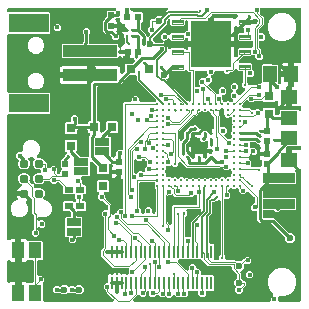
<source format=gbr>
G04 EAGLE Gerber RS-274X export*
G75*
%MOMM*%
%FSLAX34Y34*%
%LPD*%
%INTop Copper*%
%IPPOS*%
%AMOC8*
5,1,8,0,0,1.08239X$1,22.5*%
G01*
%ADD10R,1.450000X1.150000*%
%ADD11R,1.150000X1.450000*%
%ADD12R,0.620000X0.620000*%
%ADD13R,0.700000X0.600000*%
%ADD14R,4.600000X1.000000*%
%ADD15R,3.400000X1.600000*%
%ADD16C,0.787400*%
%ADD17R,1.270000X0.635000*%
%ADD18R,0.200000X1.140000*%
%ADD19R,0.800000X0.800000*%
%ADD20R,0.500000X0.500000*%
%ADD21R,1.050000X1.400000*%
%ADD22C,0.600000*%
%ADD23C,0.250000*%
%ADD24C,0.254000*%
%ADD25C,0.110000*%
%ADD26R,3.400000X4.000000*%
%ADD27R,2.667000X0.812800*%
%ADD28C,0.254000*%
%ADD29C,0.304800*%
%ADD30C,0.406400*%
%ADD31C,0.304800*%
%ADD32C,0.114300*%
%ADD33C,0.088900*%
%ADD34C,0.101600*%
%ADD35C,0.127000*%

G36*
X91526Y2558D02*
X91526Y2558D01*
X91665Y2571D01*
X91684Y2578D01*
X91704Y2581D01*
X91833Y2632D01*
X91964Y2679D01*
X91981Y2690D01*
X92000Y2698D01*
X92112Y2779D01*
X92227Y2857D01*
X92241Y2873D01*
X92257Y2884D01*
X92346Y2992D01*
X92438Y3096D01*
X92447Y3114D01*
X92460Y3129D01*
X92519Y3255D01*
X92582Y3379D01*
X92587Y3399D01*
X92595Y3417D01*
X92622Y3553D01*
X92652Y3689D01*
X92651Y3710D01*
X92655Y3729D01*
X92647Y3868D01*
X92642Y4007D01*
X92637Y4027D01*
X92635Y4047D01*
X92593Y4179D01*
X92554Y4313D01*
X92544Y4330D01*
X92537Y4349D01*
X92463Y4467D01*
X92392Y4587D01*
X92374Y4608D01*
X92367Y4618D01*
X92352Y4632D01*
X92286Y4707D01*
X86888Y10105D01*
X85661Y11333D01*
X85661Y11864D01*
X85648Y11962D01*
X85645Y12061D01*
X85629Y12119D01*
X85621Y12179D01*
X85584Y12272D01*
X85557Y12367D01*
X85526Y12419D01*
X85504Y12475D01*
X85446Y12555D01*
X85395Y12641D01*
X85329Y12716D01*
X85317Y12732D01*
X85308Y12740D01*
X85289Y12761D01*
X84073Y13977D01*
X84073Y16503D01*
X85859Y18289D01*
X86540Y18289D01*
X86658Y18304D01*
X86777Y18311D01*
X86815Y18324D01*
X86856Y18329D01*
X86966Y18372D01*
X87079Y18409D01*
X87114Y18431D01*
X87151Y18446D01*
X87248Y18515D01*
X87348Y18579D01*
X87376Y18609D01*
X87409Y18632D01*
X87485Y18724D01*
X87566Y18811D01*
X87586Y18846D01*
X87611Y18877D01*
X87662Y18985D01*
X87720Y19089D01*
X87730Y19129D01*
X87747Y19165D01*
X87769Y19282D01*
X87799Y19397D01*
X87803Y19457D01*
X87807Y19477D01*
X87805Y19498D01*
X87809Y19558D01*
X87809Y24584D01*
X87982Y25231D01*
X88317Y25810D01*
X88790Y26283D01*
X89369Y26618D01*
X90016Y26791D01*
X90081Y26791D01*
X90081Y26638D01*
X90082Y26628D01*
X90081Y26618D01*
X90098Y26495D01*
X90103Y26420D01*
X90112Y26393D01*
X90120Y26322D01*
X90124Y26313D01*
X90126Y26303D01*
X90183Y26165D01*
X90197Y26128D01*
X90201Y26117D01*
X90203Y26114D01*
X90237Y26027D01*
X90243Y26019D01*
X90247Y26009D01*
X90337Y25889D01*
X90424Y25769D01*
X90432Y25763D01*
X90438Y25755D01*
X90554Y25662D01*
X90669Y25567D01*
X90678Y25562D01*
X90686Y25556D01*
X90823Y25494D01*
X90957Y25431D01*
X90967Y25429D01*
X90976Y25425D01*
X91124Y25399D01*
X91269Y25371D01*
X91279Y25372D01*
X91289Y25370D01*
X91439Y25382D01*
X91587Y25391D01*
X91596Y25394D01*
X91607Y25395D01*
X91748Y25443D01*
X91889Y25489D01*
X91898Y25494D01*
X91907Y25498D01*
X92032Y25580D01*
X92158Y25659D01*
X92165Y25667D01*
X92173Y25672D01*
X92289Y25784D01*
X92329Y25841D01*
X92361Y25875D01*
X92376Y25891D01*
X92420Y25971D01*
X92472Y26045D01*
X92496Y26109D01*
X92530Y26170D01*
X92550Y26249D01*
X92557Y26264D01*
X92559Y26276D01*
X92584Y26342D01*
X92592Y26411D01*
X92609Y26478D01*
X92615Y26565D01*
X92617Y26576D01*
X92616Y26587D01*
X92619Y26638D01*
X92619Y26791D01*
X92684Y26791D01*
X93021Y26700D01*
X93113Y26688D01*
X93203Y26666D01*
X93270Y26666D01*
X93337Y26657D01*
X93428Y26668D01*
X93521Y26669D01*
X93636Y26692D01*
X93652Y26694D01*
X93660Y26697D01*
X93679Y26700D01*
X94016Y26791D01*
X94081Y26791D01*
X94081Y26638D01*
X94086Y26597D01*
X94083Y26555D01*
X94100Y26470D01*
X94103Y26420D01*
X94107Y26407D01*
X94111Y26362D01*
X94118Y26343D01*
X94120Y26323D01*
X94136Y26284D01*
X94144Y26243D01*
X94186Y26154D01*
X94219Y26062D01*
X94230Y26046D01*
X94237Y26027D01*
X94262Y25993D01*
X94280Y25956D01*
X94375Y25826D01*
X94388Y25814D01*
X94397Y25799D01*
X94413Y25786D01*
X94424Y25770D01*
X94518Y25692D01*
X94608Y25609D01*
X94623Y25600D01*
X94636Y25589D01*
X94654Y25580D01*
X94669Y25567D01*
X94778Y25516D01*
X94887Y25456D01*
X94904Y25452D01*
X94919Y25444D01*
X94939Y25440D01*
X94957Y25431D01*
X95074Y25409D01*
X95195Y25378D01*
X95212Y25378D01*
X95229Y25375D01*
X95250Y25375D01*
X95269Y25372D01*
X95270Y25372D01*
X95389Y25379D01*
X95513Y25379D01*
X95530Y25384D01*
X95547Y25384D01*
X95567Y25390D01*
X95587Y25391D01*
X95701Y25428D01*
X95821Y25459D01*
X95836Y25468D01*
X95853Y25473D01*
X95871Y25483D01*
X95890Y25489D01*
X95992Y25554D01*
X96099Y25613D01*
X96112Y25625D01*
X96127Y25634D01*
X96148Y25653D01*
X96158Y25660D01*
X96172Y25674D01*
X96248Y25741D01*
X96286Y25790D01*
X96330Y25832D01*
X96350Y25864D01*
X96376Y25891D01*
X96405Y25944D01*
X96443Y25992D01*
X96467Y26049D01*
X96500Y26101D01*
X96511Y26136D01*
X96530Y26170D01*
X96545Y26228D01*
X96569Y26284D01*
X96579Y26346D01*
X96597Y26404D01*
X96600Y26440D01*
X96609Y26478D01*
X96615Y26565D01*
X96617Y26576D01*
X96616Y26583D01*
X96619Y26598D01*
X96618Y26610D01*
X96619Y26638D01*
X96619Y26791D01*
X96684Y26791D01*
X97021Y26700D01*
X97113Y26688D01*
X97203Y26666D01*
X97270Y26666D01*
X97337Y26657D01*
X97428Y26668D01*
X97521Y26669D01*
X97636Y26692D01*
X97652Y26694D01*
X97660Y26697D01*
X97679Y26700D01*
X98016Y26791D01*
X98081Y26791D01*
X98081Y26638D01*
X98089Y26570D01*
X98088Y26501D01*
X98101Y26445D01*
X98103Y26420D01*
X98112Y26393D01*
X98120Y26323D01*
X98146Y26259D01*
X98162Y26192D01*
X98201Y26118D01*
X98201Y26117D01*
X98202Y26115D01*
X98204Y26111D01*
X98237Y26027D01*
X98278Y25971D01*
X98310Y25910D01*
X98411Y25785D01*
X98411Y25784D01*
X98418Y25778D01*
X98424Y25770D01*
X98425Y25769D01*
X98540Y25674D01*
X98653Y25577D01*
X98662Y25573D01*
X98670Y25567D01*
X98804Y25503D01*
X98938Y25437D01*
X98948Y25435D01*
X98957Y25431D01*
X99104Y25403D01*
X99250Y25373D01*
X99260Y25373D01*
X99270Y25371D01*
X99419Y25381D01*
X99567Y25387D01*
X99577Y25390D01*
X99587Y25391D01*
X99729Y25437D01*
X99871Y25481D01*
X99880Y25486D01*
X99890Y25489D01*
X100016Y25569D01*
X100143Y25647D01*
X100150Y25654D01*
X100158Y25659D01*
X100260Y25768D01*
X100364Y25875D01*
X100369Y25883D01*
X100376Y25891D01*
X100448Y26021D01*
X100522Y26151D01*
X100525Y26160D01*
X100530Y26169D01*
X100550Y26250D01*
X100557Y26264D01*
X100566Y26309D01*
X100567Y26313D01*
X100607Y26457D01*
X100607Y26468D01*
X100609Y26477D01*
X100615Y26565D01*
X100617Y26576D01*
X100616Y26587D01*
X100619Y26638D01*
X100619Y26791D01*
X100685Y26791D01*
X101331Y26618D01*
X101910Y26283D01*
X102426Y25767D01*
X102451Y25728D01*
X102490Y25691D01*
X102522Y25648D01*
X102605Y25582D01*
X102682Y25510D01*
X102729Y25484D01*
X102772Y25451D01*
X102868Y25407D01*
X102961Y25356D01*
X103013Y25343D01*
X103062Y25321D01*
X103166Y25303D01*
X103269Y25277D01*
X103354Y25272D01*
X103376Y25268D01*
X103391Y25269D01*
X103430Y25267D01*
X103886Y25267D01*
X104004Y25282D01*
X104123Y25289D01*
X104161Y25302D01*
X104202Y25307D01*
X104312Y25350D01*
X104425Y25387D01*
X104460Y25409D01*
X104497Y25424D01*
X104593Y25493D01*
X104694Y25557D01*
X104722Y25587D01*
X104755Y25610D01*
X104831Y25702D01*
X104912Y25789D01*
X104932Y25824D01*
X104957Y25855D01*
X105008Y25963D01*
X105066Y26067D01*
X105076Y26107D01*
X105093Y26143D01*
X105115Y26260D01*
X105145Y26375D01*
X105149Y26435D01*
X105153Y26455D01*
X105151Y26476D01*
X105155Y26536D01*
X105155Y28695D01*
X105344Y28884D01*
X105430Y28994D01*
X105518Y29101D01*
X105527Y29119D01*
X105539Y29135D01*
X105595Y29263D01*
X105654Y29389D01*
X105658Y29408D01*
X105666Y29427D01*
X105688Y29565D01*
X105714Y29701D01*
X105712Y29721D01*
X105716Y29741D01*
X105703Y29880D01*
X105694Y30018D01*
X105688Y30038D01*
X105686Y30058D01*
X105639Y30189D01*
X105596Y30321D01*
X105585Y30338D01*
X105578Y30357D01*
X105500Y30472D01*
X105426Y30590D01*
X105411Y30604D01*
X105400Y30620D01*
X105296Y30712D01*
X105194Y30808D01*
X105176Y30817D01*
X105161Y30831D01*
X105038Y30894D01*
X104916Y30961D01*
X104896Y30966D01*
X104878Y30975D01*
X104742Y31006D01*
X104608Y31041D01*
X104580Y31042D01*
X104568Y31045D01*
X104547Y31044D01*
X104447Y31051D01*
X92359Y31051D01*
X82105Y41305D01*
X82105Y46325D01*
X83332Y47553D01*
X83333Y47553D01*
X83765Y47986D01*
X83826Y48064D01*
X83894Y48136D01*
X83923Y48189D01*
X83960Y48237D01*
X83999Y48328D01*
X84047Y48414D01*
X84062Y48473D01*
X84086Y48529D01*
X84102Y48626D01*
X84127Y48722D01*
X84133Y48822D01*
X84136Y48843D01*
X84135Y48855D01*
X84137Y48883D01*
X84137Y73586D01*
X84124Y73684D01*
X84121Y73783D01*
X84105Y73841D01*
X84097Y73901D01*
X84060Y73994D01*
X84033Y74089D01*
X84002Y74141D01*
X83980Y74197D01*
X83922Y74277D01*
X83871Y74363D01*
X83805Y74438D01*
X83793Y74454D01*
X83784Y74462D01*
X83765Y74483D01*
X82549Y75699D01*
X82549Y78225D01*
X84335Y80011D01*
X86424Y80011D01*
X86542Y80026D01*
X86660Y80033D01*
X86699Y80046D01*
X86739Y80051D01*
X86850Y80094D01*
X86963Y80131D01*
X86997Y80153D01*
X87035Y80168D01*
X87131Y80237D01*
X87232Y80301D01*
X87259Y80331D01*
X87292Y80354D01*
X87368Y80446D01*
X87450Y80533D01*
X87469Y80568D01*
X87495Y80599D01*
X87546Y80707D01*
X87603Y80811D01*
X87613Y80851D01*
X87630Y80887D01*
X87653Y81004D01*
X87683Y81119D01*
X87686Y81179D01*
X87690Y81199D01*
X87689Y81220D01*
X87693Y81280D01*
X87693Y83197D01*
X87680Y83295D01*
X87677Y83394D01*
X87661Y83452D01*
X87653Y83513D01*
X87616Y83605D01*
X87589Y83700D01*
X87558Y83752D01*
X87536Y83808D01*
X87478Y83888D01*
X87427Y83974D01*
X87361Y84049D01*
X87349Y84066D01*
X87340Y84073D01*
X87321Y84094D01*
X83650Y87766D01*
X83572Y87826D01*
X83500Y87894D01*
X83447Y87923D01*
X83399Y87960D01*
X83308Y88000D01*
X83221Y88048D01*
X83163Y88063D01*
X83107Y88087D01*
X83009Y88102D01*
X82913Y88127D01*
X82813Y88133D01*
X82793Y88137D01*
X82780Y88135D01*
X82752Y88137D01*
X81033Y88137D01*
X79247Y89923D01*
X79247Y92449D01*
X80065Y93267D01*
X80150Y93376D01*
X80239Y93483D01*
X80248Y93502D01*
X80260Y93518D01*
X80315Y93645D01*
X80374Y93771D01*
X80378Y93791D01*
X80386Y93810D01*
X80408Y93948D01*
X80434Y94084D01*
X80433Y94104D01*
X80436Y94124D01*
X80423Y94263D01*
X80414Y94401D01*
X80408Y94420D01*
X80406Y94440D01*
X80359Y94572D01*
X80316Y94703D01*
X80306Y94721D01*
X80299Y94740D01*
X80221Y94855D01*
X80146Y94972D01*
X80131Y94986D01*
X80120Y95003D01*
X80016Y95095D01*
X79915Y95190D01*
X79897Y95200D01*
X79882Y95213D01*
X79758Y95276D01*
X79636Y95344D01*
X79617Y95349D01*
X79598Y95358D01*
X79463Y95388D01*
X79328Y95423D01*
X79300Y95425D01*
X79288Y95428D01*
X79268Y95427D01*
X79167Y95433D01*
X78891Y95433D01*
X78295Y96029D01*
X78295Y104871D01*
X78891Y105467D01*
X87733Y105467D01*
X88329Y104871D01*
X88329Y96029D01*
X87733Y95433D01*
X85425Y95433D01*
X85287Y95416D01*
X85148Y95403D01*
X85129Y95396D01*
X85109Y95393D01*
X84980Y95342D01*
X84849Y95295D01*
X84832Y95284D01*
X84813Y95276D01*
X84701Y95195D01*
X84586Y95117D01*
X84572Y95101D01*
X84556Y95090D01*
X84467Y94982D01*
X84375Y94878D01*
X84366Y94860D01*
X84353Y94845D01*
X84294Y94719D01*
X84231Y94595D01*
X84226Y94575D01*
X84218Y94557D01*
X84192Y94420D01*
X84161Y94285D01*
X84162Y94264D01*
X84158Y94245D01*
X84166Y94106D01*
X84171Y93967D01*
X84176Y93947D01*
X84178Y93927D01*
X84220Y93795D01*
X84259Y93661D01*
X84269Y93644D01*
X84276Y93625D01*
X84350Y93507D01*
X84421Y93387D01*
X84439Y93366D01*
X84446Y93356D01*
X84461Y93342D01*
X84527Y93267D01*
X85345Y92449D01*
X85345Y90730D01*
X85357Y90631D01*
X85360Y90532D01*
X85377Y90474D01*
X85385Y90414D01*
X85421Y90322D01*
X85449Y90227D01*
X85479Y90175D01*
X85502Y90118D01*
X85560Y90038D01*
X85610Y89953D01*
X85676Y89877D01*
X85688Y89861D01*
X85698Y89853D01*
X85716Y89832D01*
X90615Y84933D01*
X90615Y77417D01*
X90631Y77290D01*
X90638Y77190D01*
X90643Y77174D01*
X90646Y77141D01*
X90653Y77122D01*
X90655Y77101D01*
X90706Y76972D01*
X90724Y76923D01*
X90736Y76887D01*
X90739Y76882D01*
X90753Y76841D01*
X90765Y76825D01*
X90772Y76806D01*
X90854Y76694D01*
X90932Y76578D01*
X90947Y76565D01*
X90959Y76548D01*
X91066Y76460D01*
X91170Y76368D01*
X91188Y76359D01*
X91204Y76346D01*
X91330Y76286D01*
X91454Y76223D01*
X91473Y76219D01*
X91492Y76210D01*
X91628Y76184D01*
X91764Y76154D01*
X91784Y76154D01*
X91804Y76150D01*
X91942Y76159D01*
X92082Y76163D01*
X92101Y76169D01*
X92121Y76170D01*
X92202Y76196D01*
X92209Y76197D01*
X92231Y76206D01*
X92253Y76213D01*
X92387Y76252D01*
X92405Y76262D01*
X92424Y76268D01*
X92482Y76305D01*
X92505Y76314D01*
X92557Y76352D01*
X92661Y76413D01*
X92682Y76432D01*
X92693Y76438D01*
X92707Y76453D01*
X92753Y76494D01*
X92763Y76501D01*
X92767Y76506D01*
X92782Y76520D01*
X93733Y77471D01*
X94234Y77471D01*
X94352Y77486D01*
X94471Y77493D01*
X94509Y77506D01*
X94550Y77511D01*
X94660Y77554D01*
X94773Y77591D01*
X94808Y77613D01*
X94845Y77628D01*
X94941Y77697D01*
X95042Y77761D01*
X95070Y77791D01*
X95103Y77814D01*
X95179Y77906D01*
X95260Y77993D01*
X95280Y78028D01*
X95305Y78059D01*
X95356Y78167D01*
X95414Y78271D01*
X95424Y78311D01*
X95441Y78347D01*
X95463Y78464D01*
X95493Y78579D01*
X95497Y78639D01*
X95501Y78659D01*
X95499Y78680D01*
X95503Y78740D01*
X95503Y79495D01*
X97289Y81281D01*
X99505Y81281D01*
X99623Y81296D01*
X99741Y81303D01*
X99780Y81316D01*
X99820Y81321D01*
X99931Y81364D01*
X100044Y81401D01*
X100078Y81423D01*
X100116Y81438D01*
X100212Y81507D01*
X100313Y81571D01*
X100340Y81601D01*
X100373Y81624D01*
X100449Y81716D01*
X100531Y81803D01*
X100550Y81838D01*
X100576Y81869D01*
X100627Y81977D01*
X100684Y82081D01*
X100694Y82121D01*
X100711Y82157D01*
X100734Y82274D01*
X100764Y82389D01*
X100767Y82449D01*
X100771Y82469D01*
X100770Y82490D01*
X100774Y82550D01*
X100774Y105176D01*
X100759Y105294D01*
X100751Y105413D01*
X100739Y105451D01*
X100734Y105492D01*
X100690Y105602D01*
X100653Y105715D01*
X100632Y105750D01*
X100617Y105787D01*
X100547Y105883D01*
X100483Y105984D01*
X100454Y106012D01*
X100430Y106045D01*
X100338Y106121D01*
X100252Y106202D01*
X100216Y106222D01*
X100185Y106247D01*
X100077Y106298D01*
X99973Y106356D01*
X99934Y106366D01*
X99897Y106383D01*
X99781Y106405D01*
X99665Y106435D01*
X99605Y106439D01*
X99585Y106443D01*
X99565Y106441D01*
X99505Y106445D01*
X98577Y106445D01*
X98577Y111806D01*
X98562Y111924D01*
X98555Y112043D01*
X98542Y112081D01*
X98537Y112121D01*
X98494Y112232D01*
X98457Y112345D01*
X98435Y112379D01*
X98420Y112417D01*
X98351Y112513D01*
X98287Y112614D01*
X98257Y112642D01*
X98234Y112674D01*
X98142Y112750D01*
X98055Y112832D01*
X98020Y112851D01*
X97989Y112877D01*
X97883Y112927D01*
X97875Y112940D01*
X97860Y112977D01*
X97790Y113073D01*
X97727Y113174D01*
X97697Y113202D01*
X97673Y113235D01*
X97582Y113311D01*
X97495Y113392D01*
X97460Y113412D01*
X97428Y113437D01*
X97321Y113488D01*
X97216Y113546D01*
X97177Y113556D01*
X97141Y113573D01*
X97024Y113595D01*
X96908Y113625D01*
X96848Y113629D01*
X96828Y113633D01*
X96808Y113631D01*
X96748Y113635D01*
X91387Y113635D01*
X91387Y115520D01*
X91560Y116167D01*
X91953Y116847D01*
X91955Y116849D01*
X91958Y116856D01*
X91967Y116871D01*
X91974Y116880D01*
X92031Y117010D01*
X92091Y117137D01*
X92094Y117155D01*
X92101Y117172D01*
X92124Y117311D01*
X92151Y117450D01*
X92149Y117468D01*
X92152Y117485D01*
X92140Y117626D01*
X92131Y117767D01*
X92125Y117784D01*
X92124Y117802D01*
X92076Y117935D01*
X92033Y118069D01*
X92023Y118085D01*
X92017Y118102D01*
X91938Y118219D01*
X91863Y118338D01*
X91849Y118351D01*
X91839Y118366D01*
X91734Y118459D01*
X91631Y118556D01*
X91615Y118565D01*
X91602Y118577D01*
X91476Y118642D01*
X91353Y118710D01*
X91335Y118714D01*
X91319Y118722D01*
X91181Y118754D01*
X91045Y118789D01*
X91020Y118791D01*
X91009Y118793D01*
X90989Y118793D01*
X90884Y118799D01*
X90565Y118799D01*
X90496Y118869D01*
X90386Y118954D01*
X90279Y119042D01*
X90260Y119051D01*
X90244Y119064D01*
X90117Y119119D01*
X89991Y119178D01*
X89971Y119182D01*
X89952Y119190D01*
X89815Y119212D01*
X89678Y119238D01*
X89658Y119237D01*
X89638Y119240D01*
X89499Y119227D01*
X89361Y119218D01*
X89342Y119212D01*
X89322Y119210D01*
X89190Y119163D01*
X89059Y119120D01*
X89042Y119109D01*
X89022Y119102D01*
X88907Y119024D01*
X88790Y118950D01*
X88776Y118935D01*
X88759Y118924D01*
X88667Y118820D01*
X88572Y118718D01*
X88562Y118701D01*
X88549Y118685D01*
X88485Y118561D01*
X88418Y118440D01*
X88413Y118420D01*
X88404Y118402D01*
X88374Y118266D01*
X88339Y118132D01*
X88337Y118104D01*
X88334Y118092D01*
X88335Y118071D01*
X88329Y117971D01*
X88329Y111029D01*
X87733Y110433D01*
X78891Y110433D01*
X78295Y111029D01*
X78295Y116707D01*
X78283Y116805D01*
X78280Y116904D01*
X78263Y116962D01*
X78255Y117023D01*
X78219Y117115D01*
X78191Y117210D01*
X78161Y117262D01*
X78138Y117318D01*
X78080Y117398D01*
X78030Y117484D01*
X77964Y117559D01*
X77952Y117576D01*
X77942Y117583D01*
X77924Y117605D01*
X74811Y120717D01*
X74702Y120802D01*
X74595Y120890D01*
X74576Y120899D01*
X74560Y120912D01*
X74432Y120967D01*
X74307Y121026D01*
X74287Y121030D01*
X74268Y121038D01*
X74130Y121060D01*
X73994Y121086D01*
X73974Y121085D01*
X73954Y121088D01*
X73815Y121075D01*
X73677Y121066D01*
X73658Y121060D01*
X73638Y121058D01*
X73506Y121011D01*
X73375Y120968D01*
X73357Y120957D01*
X73338Y120950D01*
X73223Y120872D01*
X73106Y120798D01*
X73092Y120783D01*
X73075Y120772D01*
X72983Y120667D01*
X72888Y120566D01*
X72878Y120549D01*
X72865Y120533D01*
X72801Y120409D01*
X72734Y120288D01*
X72729Y120268D01*
X72720Y120250D01*
X72690Y120114D01*
X72655Y119980D01*
X72653Y119952D01*
X72650Y119940D01*
X72651Y119919D01*
X72645Y119819D01*
X72645Y109180D01*
X72049Y108584D01*
X65924Y108584D01*
X65786Y108567D01*
X65647Y108554D01*
X65628Y108547D01*
X65608Y108544D01*
X65479Y108493D01*
X65348Y108446D01*
X65331Y108435D01*
X65312Y108427D01*
X65200Y108346D01*
X65085Y108268D01*
X65071Y108252D01*
X65055Y108241D01*
X64966Y108133D01*
X64874Y108029D01*
X64865Y108011D01*
X64852Y107996D01*
X64793Y107870D01*
X64730Y107746D01*
X64725Y107726D01*
X64717Y107708D01*
X64691Y107571D01*
X64660Y107436D01*
X64661Y107415D01*
X64657Y107396D01*
X64665Y107257D01*
X64670Y107118D01*
X64675Y107098D01*
X64677Y107078D01*
X64719Y106946D01*
X64758Y106812D01*
X64768Y106795D01*
X64775Y106776D01*
X64849Y106658D01*
X64920Y106538D01*
X64938Y106517D01*
X64945Y106507D01*
X64960Y106493D01*
X65026Y106418D01*
X65787Y105657D01*
X65787Y104117D01*
X65799Y104019D01*
X65802Y103920D01*
X65819Y103862D01*
X65827Y103802D01*
X65863Y103709D01*
X65891Y103614D01*
X65921Y103562D01*
X65944Y103506D01*
X66002Y103426D01*
X66024Y103388D01*
X66024Y102710D01*
X66039Y102592D01*
X66047Y102473D01*
X66059Y102435D01*
X66064Y102394D01*
X66108Y102284D01*
X66145Y102171D01*
X66166Y102136D01*
X66181Y102099D01*
X66251Y102003D01*
X66315Y101902D01*
X66344Y101874D01*
X66368Y101841D01*
X66460Y101765D01*
X66546Y101684D01*
X66582Y101664D01*
X66613Y101639D01*
X66721Y101588D01*
X66825Y101530D01*
X66864Y101520D01*
X66901Y101503D01*
X67017Y101481D01*
X67133Y101451D01*
X67193Y101447D01*
X67213Y101443D01*
X67233Y101445D01*
X67293Y101441D01*
X68357Y101441D01*
X68953Y100845D01*
X68953Y94003D01*
X68357Y93407D01*
X67482Y93407D01*
X67364Y93392D01*
X67245Y93385D01*
X67207Y93372D01*
X67167Y93367D01*
X67056Y93324D01*
X66943Y93287D01*
X66909Y93265D01*
X66871Y93250D01*
X66775Y93181D01*
X66674Y93117D01*
X66646Y93087D01*
X66614Y93064D01*
X66538Y92972D01*
X66456Y92885D01*
X66437Y92850D01*
X66411Y92819D01*
X66360Y92711D01*
X66303Y92607D01*
X66293Y92567D01*
X66275Y92531D01*
X66253Y92414D01*
X66223Y92299D01*
X66219Y92239D01*
X66216Y92219D01*
X66217Y92198D01*
X66213Y92138D01*
X66213Y89582D01*
X66148Y89498D01*
X66059Y89391D01*
X66051Y89372D01*
X66038Y89356D01*
X65983Y89229D01*
X65924Y89103D01*
X65920Y89083D01*
X65912Y89064D01*
X65890Y88927D01*
X65864Y88790D01*
X65865Y88770D01*
X65862Y88750D01*
X65875Y88612D01*
X65884Y88473D01*
X65890Y88454D01*
X65892Y88434D01*
X65939Y88302D01*
X65982Y88171D01*
X65992Y88154D01*
X65999Y88134D01*
X66078Y88019D01*
X66152Y87902D01*
X66167Y87888D01*
X66178Y87871D01*
X66282Y87779D01*
X66383Y87684D01*
X66401Y87674D01*
X66416Y87661D01*
X66540Y87597D01*
X66662Y87530D01*
X66681Y87525D01*
X66700Y87516D01*
X66836Y87486D01*
X66970Y87451D01*
X66998Y87449D01*
X67010Y87446D01*
X67030Y87447D01*
X67131Y87441D01*
X68357Y87441D01*
X68953Y86845D01*
X68953Y80003D01*
X68357Y79407D01*
X62230Y79407D01*
X62112Y79392D01*
X61993Y79385D01*
X61955Y79372D01*
X61914Y79367D01*
X61804Y79324D01*
X61691Y79287D01*
X61656Y79265D01*
X61619Y79250D01*
X61523Y79181D01*
X61422Y79117D01*
X61394Y79087D01*
X61361Y79064D01*
X61285Y78972D01*
X61204Y78885D01*
X61184Y78850D01*
X61159Y78819D01*
X61108Y78711D01*
X61050Y78607D01*
X61040Y78567D01*
X61023Y78531D01*
X61001Y78414D01*
X60971Y78299D01*
X60967Y78239D01*
X60963Y78219D01*
X60965Y78198D01*
X60961Y78138D01*
X60961Y75311D01*
X60976Y75193D01*
X60983Y75074D01*
X60996Y75036D01*
X61001Y74995D01*
X61044Y74885D01*
X61081Y74772D01*
X61103Y74737D01*
X61118Y74700D01*
X61187Y74604D01*
X61251Y74503D01*
X61281Y74475D01*
X61304Y74442D01*
X61396Y74366D01*
X61483Y74285D01*
X61518Y74265D01*
X61549Y74240D01*
X61657Y74189D01*
X61761Y74131D01*
X61801Y74121D01*
X61837Y74104D01*
X61954Y74082D01*
X62069Y74052D01*
X62129Y74048D01*
X62149Y74044D01*
X62170Y74046D01*
X62230Y74042D01*
X65445Y74042D01*
X66041Y73446D01*
X66041Y58126D01*
X65445Y57530D01*
X62230Y57530D01*
X62112Y57515D01*
X61993Y57508D01*
X61955Y57495D01*
X61914Y57490D01*
X61804Y57447D01*
X61691Y57410D01*
X61656Y57388D01*
X61619Y57373D01*
X61523Y57304D01*
X61422Y57240D01*
X61394Y57210D01*
X61361Y57187D01*
X61285Y57095D01*
X61204Y57008D01*
X61184Y56973D01*
X61159Y56942D01*
X61108Y56834D01*
X61050Y56730D01*
X61040Y56690D01*
X61023Y56654D01*
X61001Y56537D01*
X60971Y56422D01*
X60967Y56362D01*
X60963Y56342D01*
X60965Y56321D01*
X60961Y56261D01*
X60961Y55166D01*
X60950Y55154D01*
X60921Y55101D01*
X60884Y55053D01*
X60844Y54962D01*
X60796Y54876D01*
X60781Y54817D01*
X60757Y54761D01*
X60742Y54663D01*
X60717Y54568D01*
X60711Y54468D01*
X60707Y54447D01*
X60709Y54435D01*
X60707Y54407D01*
X60707Y53855D01*
X58921Y52069D01*
X56395Y52069D01*
X54609Y53855D01*
X54609Y56261D01*
X54594Y56379D01*
X54587Y56498D01*
X54574Y56536D01*
X54569Y56577D01*
X54526Y56687D01*
X54489Y56800D01*
X54467Y56835D01*
X54452Y56872D01*
X54383Y56968D01*
X54319Y57069D01*
X54289Y57097D01*
X54266Y57130D01*
X54174Y57206D01*
X54087Y57287D01*
X54052Y57307D01*
X54021Y57332D01*
X53913Y57383D01*
X53809Y57441D01*
X53769Y57451D01*
X53733Y57468D01*
X53616Y57490D01*
X53501Y57520D01*
X53441Y57524D01*
X53421Y57528D01*
X53400Y57526D01*
X53340Y57530D01*
X51903Y57530D01*
X51307Y58126D01*
X51307Y73446D01*
X51903Y74042D01*
X55118Y74042D01*
X55236Y74057D01*
X55355Y74064D01*
X55393Y74077D01*
X55434Y74082D01*
X55544Y74125D01*
X55657Y74162D01*
X55692Y74184D01*
X55729Y74199D01*
X55825Y74268D01*
X55926Y74332D01*
X55954Y74362D01*
X55987Y74385D01*
X56063Y74477D01*
X56144Y74564D01*
X56164Y74599D01*
X56189Y74630D01*
X56240Y74738D01*
X56298Y74842D01*
X56308Y74882D01*
X56325Y74918D01*
X56347Y75035D01*
X56377Y75150D01*
X56381Y75210D01*
X56385Y75230D01*
X56383Y75251D01*
X56387Y75311D01*
X56387Y77713D01*
X56375Y77811D01*
X56372Y77910D01*
X56355Y77968D01*
X56347Y78029D01*
X56311Y78121D01*
X56283Y78216D01*
X56253Y78268D01*
X56230Y78324D01*
X56172Y78404D01*
X56122Y78490D01*
X56056Y78565D01*
X56044Y78582D01*
X56034Y78589D01*
X56016Y78611D01*
X55591Y79036D01*
X55512Y79096D01*
X55440Y79164D01*
X55387Y79193D01*
X55339Y79230D01*
X55248Y79270D01*
X55162Y79318D01*
X55103Y79333D01*
X55047Y79357D01*
X54949Y79372D01*
X54854Y79397D01*
X54754Y79403D01*
X54733Y79407D01*
X54721Y79405D01*
X54693Y79407D01*
X50515Y79407D01*
X49919Y80003D01*
X49919Y86845D01*
X50515Y87441D01*
X58357Y87441D01*
X58539Y87259D01*
X58633Y87186D01*
X58722Y87108D01*
X58758Y87089D01*
X58790Y87064D01*
X58899Y87017D01*
X59005Y86963D01*
X59045Y86954D01*
X59082Y86938D01*
X59199Y86919D01*
X59315Y86893D01*
X59356Y86895D01*
X59396Y86888D01*
X59515Y86899D01*
X59633Y86903D01*
X59672Y86914D01*
X59712Y86918D01*
X59824Y86958D01*
X59939Y86991D01*
X59974Y87012D01*
X60012Y87026D01*
X60110Y87093D01*
X60213Y87153D01*
X60258Y87193D01*
X60275Y87204D01*
X60288Y87220D01*
X60334Y87259D01*
X60491Y87417D01*
X60564Y87511D01*
X60643Y87600D01*
X60661Y87636D01*
X60686Y87668D01*
X60733Y87778D01*
X60787Y87883D01*
X60796Y87923D01*
X60812Y87960D01*
X60831Y88078D01*
X60857Y88194D01*
X60856Y88234D01*
X60862Y88274D01*
X60851Y88393D01*
X60847Y88512D01*
X60836Y88551D01*
X60832Y88591D01*
X60792Y88703D01*
X60759Y88817D01*
X60738Y88852D01*
X60725Y88890D01*
X60658Y88989D01*
X60597Y89091D01*
X60558Y89136D01*
X60546Y89153D01*
X60531Y89167D01*
X60491Y89212D01*
X60116Y89587D01*
X60116Y92138D01*
X60101Y92256D01*
X60093Y92375D01*
X60081Y92413D01*
X60076Y92454D01*
X60032Y92564D01*
X59995Y92677D01*
X59974Y92712D01*
X59959Y92749D01*
X59889Y92845D01*
X59825Y92946D01*
X59796Y92974D01*
X59772Y93007D01*
X59680Y93083D01*
X59593Y93164D01*
X59558Y93184D01*
X59527Y93209D01*
X59419Y93260D01*
X59315Y93318D01*
X59276Y93328D01*
X59239Y93345D01*
X59122Y93367D01*
X59007Y93397D01*
X58947Y93401D01*
X58927Y93405D01*
X58906Y93403D01*
X58846Y93407D01*
X50515Y93407D01*
X49919Y94003D01*
X49919Y99169D01*
X49907Y99267D01*
X49904Y99366D01*
X49887Y99424D01*
X49879Y99484D01*
X49843Y99577D01*
X49815Y99672D01*
X49785Y99724D01*
X49762Y99780D01*
X49704Y99860D01*
X49654Y99946D01*
X49588Y100021D01*
X49576Y100037D01*
X49566Y100045D01*
X49548Y100066D01*
X46055Y103559D01*
X45961Y103632D01*
X45872Y103711D01*
X45836Y103729D01*
X45804Y103754D01*
X45694Y103801D01*
X45588Y103855D01*
X45549Y103864D01*
X45512Y103880D01*
X45394Y103899D01*
X45278Y103925D01*
X45238Y103924D01*
X45198Y103930D01*
X45079Y103919D01*
X44960Y103915D01*
X44921Y103904D01*
X44881Y103900D01*
X44769Y103860D01*
X44655Y103827D01*
X44620Y103806D01*
X44582Y103793D01*
X44483Y103726D01*
X44381Y103665D01*
X44336Y103626D01*
X44319Y103614D01*
X44305Y103599D01*
X44260Y103559D01*
X43245Y102544D01*
X40719Y102544D01*
X38661Y104601D01*
X38643Y104631D01*
X38613Y104658D01*
X38589Y104691D01*
X38498Y104767D01*
X38411Y104849D01*
X38375Y104868D01*
X38344Y104894D01*
X38237Y104945D01*
X38132Y105002D01*
X38093Y105012D01*
X38057Y105029D01*
X37940Y105052D01*
X37824Y105082D01*
X37764Y105085D01*
X37744Y105089D01*
X37724Y105088D01*
X37664Y105092D01*
X34762Y105092D01*
X34733Y105088D01*
X34703Y105090D01*
X34576Y105068D01*
X34447Y105052D01*
X34419Y105041D01*
X34390Y105036D01*
X34271Y104983D01*
X34151Y104935D01*
X34127Y104918D01*
X34100Y104905D01*
X33998Y104824D01*
X33894Y104748D01*
X33875Y104725D01*
X33852Y104707D01*
X33774Y104603D01*
X33691Y104503D01*
X33678Y104476D01*
X33660Y104453D01*
X33589Y104308D01*
X33410Y103874D01*
X32016Y102480D01*
X30195Y101726D01*
X28225Y101726D01*
X26413Y102477D01*
X26345Y102495D01*
X26281Y102523D01*
X26192Y102537D01*
X26106Y102561D01*
X26036Y102562D01*
X25967Y102573D01*
X25878Y102564D01*
X25788Y102566D01*
X25720Y102550D01*
X25650Y102543D01*
X25566Y102513D01*
X25479Y102492D01*
X25417Y102459D01*
X25351Y102435D01*
X25277Y102385D01*
X25197Y102343D01*
X25146Y102296D01*
X25088Y102257D01*
X25029Y102189D01*
X24962Y102129D01*
X24924Y102071D01*
X24878Y102018D01*
X24837Y101938D01*
X24787Y101863D01*
X24765Y101797D01*
X24733Y101735D01*
X24713Y101647D01*
X24684Y101563D01*
X24679Y101493D01*
X24663Y101425D01*
X24666Y101335D01*
X24659Y101245D01*
X24671Y101177D01*
X24673Y101107D01*
X24698Y101021D01*
X24713Y100932D01*
X24742Y100868D01*
X24761Y100801D01*
X24807Y100724D01*
X24844Y100642D01*
X24887Y100588D01*
X24923Y100528D01*
X25029Y100407D01*
X25274Y100162D01*
X25274Y99611D01*
X25280Y99562D01*
X25278Y99512D01*
X25300Y99405D01*
X25314Y99295D01*
X25332Y99249D01*
X25342Y99201D01*
X25390Y99102D01*
X25431Y99000D01*
X25460Y98960D01*
X25482Y98915D01*
X25553Y98831D01*
X25617Y98742D01*
X25656Y98711D01*
X25688Y98673D01*
X25778Y98610D01*
X25862Y98540D01*
X25907Y98518D01*
X25948Y98490D01*
X26051Y98451D01*
X26150Y98404D01*
X26199Y98395D01*
X26245Y98377D01*
X26355Y98365D01*
X26462Y98344D01*
X26512Y98347D01*
X26561Y98342D01*
X26670Y98357D01*
X26780Y98364D01*
X26827Y98379D01*
X26876Y98386D01*
X27029Y98438D01*
X28225Y98934D01*
X30195Y98934D01*
X32016Y98180D01*
X33410Y96786D01*
X34164Y94965D01*
X34164Y92995D01*
X33410Y91174D01*
X33176Y90941D01*
X33091Y90831D01*
X33002Y90724D01*
X32994Y90705D01*
X32981Y90689D01*
X32926Y90562D01*
X32867Y90436D01*
X32863Y90416D01*
X32855Y90397D01*
X32833Y90260D01*
X32807Y90123D01*
X32808Y90103D01*
X32805Y90083D01*
X32818Y89944D01*
X32827Y89806D01*
X32833Y89787D01*
X32835Y89767D01*
X32882Y89635D01*
X32925Y89504D01*
X32935Y89487D01*
X32942Y89467D01*
X33021Y89352D01*
X33095Y89235D01*
X33110Y89221D01*
X33121Y89204D01*
X33225Y89112D01*
X33326Y89017D01*
X33344Y89007D01*
X33359Y88994D01*
X33483Y88930D01*
X33605Y88863D01*
X33625Y88858D01*
X33643Y88849D01*
X33779Y88819D01*
X33913Y88784D01*
X33941Y88782D01*
X33953Y88779D01*
X33973Y88780D01*
X34074Y88774D01*
X34501Y88774D01*
X37255Y87633D01*
X39363Y85525D01*
X40504Y82771D01*
X40504Y79789D01*
X39363Y77035D01*
X37255Y74927D01*
X34501Y73786D01*
X31519Y73786D01*
X29759Y74515D01*
X29711Y74529D01*
X29666Y74550D01*
X29559Y74570D01*
X29452Y74599D01*
X29403Y74600D01*
X29354Y74609D01*
X29244Y74603D01*
X29134Y74604D01*
X29086Y74593D01*
X29037Y74590D01*
X28932Y74556D01*
X28825Y74530D01*
X28781Y74507D01*
X28734Y74492D01*
X28641Y74433D01*
X28544Y74382D01*
X28507Y74348D01*
X28465Y74322D01*
X28390Y74241D01*
X28309Y74168D01*
X28281Y74126D01*
X28247Y74090D01*
X28194Y73994D01*
X28134Y73902D01*
X28118Y73855D01*
X28094Y73811D01*
X28067Y73705D01*
X28031Y73601D01*
X28027Y73551D01*
X28014Y73503D01*
X28004Y73343D01*
X28004Y71829D01*
X28022Y71691D01*
X28035Y71553D01*
X28042Y71534D01*
X28044Y71513D01*
X28095Y71384D01*
X28142Y71253D01*
X28154Y71237D01*
X28161Y71218D01*
X28243Y71105D01*
X28321Y70990D01*
X28336Y70977D01*
X28348Y70960D01*
X28455Y70872D01*
X28559Y70780D01*
X28577Y70771D01*
X28593Y70758D01*
X28719Y70698D01*
X28843Y70635D01*
X28862Y70631D01*
X28881Y70622D01*
X29017Y70596D01*
X29153Y70566D01*
X29173Y70566D01*
X29193Y70562D01*
X29331Y70571D01*
X29471Y70575D01*
X29490Y70581D01*
X29510Y70582D01*
X29642Y70625D01*
X29776Y70664D01*
X29794Y70674D01*
X29813Y70680D01*
X29930Y70754D01*
X30050Y70825D01*
X30071Y70844D01*
X30082Y70850D01*
X30096Y70865D01*
X30171Y70932D01*
X30487Y71248D01*
X33013Y71248D01*
X34799Y69462D01*
X34799Y66936D01*
X33013Y65150D01*
X30487Y65150D01*
X30171Y65466D01*
X30061Y65552D01*
X29954Y65640D01*
X29936Y65649D01*
X29920Y65661D01*
X29792Y65717D01*
X29666Y65776D01*
X29647Y65780D01*
X29628Y65788D01*
X29490Y65810D01*
X29354Y65836D01*
X29334Y65834D01*
X29314Y65838D01*
X29175Y65825D01*
X29037Y65816D01*
X29017Y65810D01*
X28997Y65808D01*
X28866Y65761D01*
X28734Y65718D01*
X28717Y65707D01*
X28698Y65700D01*
X28583Y65622D01*
X28465Y65548D01*
X28451Y65533D01*
X28435Y65522D01*
X28343Y65418D01*
X28247Y65316D01*
X28238Y65298D01*
X28224Y65283D01*
X28161Y65159D01*
X28094Y65038D01*
X28089Y65018D01*
X28080Y65000D01*
X28049Y64864D01*
X28014Y64730D01*
X28013Y64702D01*
X28010Y64690D01*
X28011Y64669D01*
X28004Y64569D01*
X28004Y63955D01*
X28017Y63857D01*
X28020Y63758D01*
X28036Y63700D01*
X28044Y63640D01*
X28081Y63547D01*
X28108Y63452D01*
X28139Y63400D01*
X28161Y63344D01*
X28219Y63264D01*
X28270Y63178D01*
X28336Y63103D01*
X28348Y63087D01*
X28357Y63079D01*
X28376Y63058D01*
X29465Y61969D01*
X29465Y59443D01*
X27679Y57657D01*
X25153Y57657D01*
X23367Y59443D01*
X23367Y61969D01*
X24456Y63058D01*
X24517Y63136D01*
X24585Y63208D01*
X24614Y63261D01*
X24651Y63309D01*
X24690Y63400D01*
X24738Y63486D01*
X24753Y63545D01*
X24777Y63601D01*
X24793Y63699D01*
X24818Y63794D01*
X24824Y63894D01*
X24827Y63915D01*
X24826Y63927D01*
X24828Y63955D01*
X24828Y75285D01*
X24815Y75384D01*
X24812Y75483D01*
X24796Y75541D01*
X24788Y75601D01*
X24751Y75693D01*
X24724Y75788D01*
X24693Y75840D01*
X24671Y75897D01*
X24613Y75977D01*
X24562Y76062D01*
X24496Y76138D01*
X24484Y76154D01*
X24475Y76162D01*
X24456Y76183D01*
X23357Y77282D01*
X23357Y85657D01*
X23363Y85753D01*
X23367Y85774D01*
X23365Y85786D01*
X23367Y85814D01*
X23367Y88612D01*
X23350Y88750D01*
X23337Y88889D01*
X23330Y88908D01*
X23327Y88928D01*
X23276Y89057D01*
X23229Y89188D01*
X23218Y89205D01*
X23210Y89223D01*
X23129Y89336D01*
X23051Y89451D01*
X23035Y89464D01*
X23024Y89481D01*
X22916Y89570D01*
X22812Y89661D01*
X22794Y89671D01*
X22779Y89684D01*
X22653Y89743D01*
X22529Y89806D01*
X22509Y89810D01*
X22491Y89819D01*
X22354Y89845D01*
X22219Y89876D01*
X22198Y89875D01*
X22179Y89879D01*
X22040Y89870D01*
X21901Y89866D01*
X21881Y89860D01*
X21861Y89859D01*
X21729Y89816D01*
X21595Y89778D01*
X21578Y89767D01*
X21559Y89761D01*
X21441Y89687D01*
X21321Y89616D01*
X21300Y89597D01*
X21290Y89591D01*
X21276Y89576D01*
X21200Y89510D01*
X20639Y88948D01*
X19578Y88239D01*
X19049Y88020D01*
X19006Y87996D01*
X18959Y87979D01*
X18868Y87917D01*
X18773Y87863D01*
X18737Y87828D01*
X18696Y87800D01*
X18624Y87718D01*
X18545Y87642D01*
X18519Y87599D01*
X18486Y87562D01*
X18436Y87464D01*
X18378Y87370D01*
X18364Y87323D01*
X18341Y87279D01*
X18317Y87171D01*
X18285Y87066D01*
X18282Y87017D01*
X18271Y86968D01*
X18275Y86858D01*
X18270Y86749D01*
X18280Y86700D01*
X18281Y86650D01*
X18312Y86545D01*
X18334Y86437D01*
X18356Y86393D01*
X18370Y86345D01*
X18425Y86250D01*
X18474Y86152D01*
X18506Y86114D01*
X18531Y86071D01*
X18638Y85950D01*
X19063Y85525D01*
X20204Y82771D01*
X20204Y79789D01*
X19063Y77035D01*
X16955Y74927D01*
X14201Y73786D01*
X11219Y73786D01*
X8465Y74927D01*
X6357Y77035D01*
X5216Y79789D01*
X5216Y82771D01*
X6357Y85525D01*
X8465Y87633D01*
X10557Y88499D01*
X10630Y88541D01*
X10708Y88574D01*
X10768Y88620D01*
X10833Y88657D01*
X10894Y88716D01*
X10961Y88767D01*
X11008Y88826D01*
X11062Y88878D01*
X11106Y88950D01*
X11158Y89016D01*
X11189Y89085D01*
X11228Y89149D01*
X11253Y89230D01*
X11287Y89307D01*
X11299Y89381D01*
X11322Y89453D01*
X11326Y89537D01*
X11340Y89621D01*
X11333Y89696D01*
X11337Y89771D01*
X11320Y89854D01*
X11312Y89938D01*
X11288Y90009D01*
X11272Y90082D01*
X11235Y90158D01*
X11207Y90238D01*
X11137Y90360D01*
X11133Y90368D01*
X11130Y90371D01*
X11127Y90377D01*
X10769Y90912D01*
X10314Y92012D01*
X15811Y92012D01*
X15930Y92027D01*
X16048Y92035D01*
X16087Y92047D01*
X16127Y92052D01*
X16238Y92096D01*
X16351Y92133D01*
X16385Y92154D01*
X16423Y92169D01*
X16519Y92239D01*
X16619Y92303D01*
X16647Y92332D01*
X16680Y92356D01*
X16756Y92448D01*
X16837Y92534D01*
X16857Y92570D01*
X16883Y92601D01*
X16933Y92708D01*
X16991Y92813D01*
X17001Y92852D01*
X17018Y92889D01*
X17041Y93005D01*
X17070Y93121D01*
X17074Y93181D01*
X17078Y93201D01*
X17077Y93221D01*
X17081Y93281D01*
X17081Y94679D01*
X17066Y94797D01*
X17058Y94915D01*
X17046Y94954D01*
X17041Y94994D01*
X16997Y95105D01*
X16960Y95218D01*
X16939Y95252D01*
X16924Y95290D01*
X16854Y95386D01*
X16790Y95487D01*
X16761Y95514D01*
X16737Y95547D01*
X16645Y95623D01*
X16558Y95705D01*
X16523Y95724D01*
X16492Y95750D01*
X16384Y95801D01*
X16280Y95858D01*
X16241Y95868D01*
X16204Y95885D01*
X16087Y95908D01*
X15972Y95938D01*
X15912Y95941D01*
X15892Y95945D01*
X15871Y95944D01*
X15811Y95948D01*
X10314Y95948D01*
X10769Y97048D01*
X11478Y98109D01*
X12381Y99012D01*
X13442Y99720D01*
X14073Y99982D01*
X14194Y100051D01*
X14317Y100116D01*
X14332Y100130D01*
X14350Y100140D01*
X14449Y100236D01*
X14552Y100330D01*
X14563Y100347D01*
X14578Y100361D01*
X14651Y100480D01*
X14727Y100596D01*
X14734Y100615D01*
X14744Y100632D01*
X14785Y100765D01*
X14830Y100896D01*
X14832Y100917D01*
X14838Y100936D01*
X14844Y101075D01*
X14856Y101213D01*
X14852Y101233D01*
X14853Y101254D01*
X14825Y101390D01*
X14801Y101527D01*
X14793Y101545D01*
X14789Y101565D01*
X14728Y101690D01*
X14671Y101817D01*
X14658Y101833D01*
X14649Y101851D01*
X14559Y101956D01*
X14472Y102065D01*
X14456Y102077D01*
X14443Y102093D01*
X14329Y102173D01*
X14218Y102256D01*
X14193Y102269D01*
X14183Y102276D01*
X14164Y102283D01*
X14073Y102327D01*
X13704Y102480D01*
X12310Y103874D01*
X11556Y105695D01*
X11556Y107665D01*
X12310Y109486D01*
X13704Y110880D01*
X15525Y111634D01*
X17495Y111634D01*
X19316Y110880D01*
X20710Y109486D01*
X21464Y107665D01*
X21464Y105695D01*
X21284Y105260D01*
X21276Y105232D01*
X21263Y105206D01*
X21234Y105079D01*
X21200Y104954D01*
X21199Y104924D01*
X21193Y104895D01*
X21197Y104765D01*
X21195Y104636D01*
X21202Y104607D01*
X21203Y104577D01*
X21239Y104453D01*
X21269Y104326D01*
X21283Y104300D01*
X21291Y104272D01*
X21357Y104160D01*
X21418Y104045D01*
X21438Y104023D01*
X21453Y103998D01*
X21559Y103877D01*
X22937Y102499D01*
X22992Y102457D01*
X23040Y102406D01*
X23117Y102360D01*
X23188Y102304D01*
X23252Y102277D01*
X23312Y102240D01*
X23397Y102214D01*
X23480Y102178D01*
X23549Y102167D01*
X23615Y102147D01*
X23705Y102142D01*
X23794Y102128D01*
X23864Y102135D01*
X23933Y102131D01*
X24021Y102150D01*
X24111Y102158D01*
X24176Y102182D01*
X24245Y102196D01*
X24325Y102235D01*
X24410Y102266D01*
X24468Y102305D01*
X24530Y102335D01*
X24599Y102394D01*
X24673Y102444D01*
X24719Y102496D01*
X24772Y102542D01*
X24824Y102615D01*
X24883Y102683D01*
X24915Y102745D01*
X24955Y102802D01*
X24987Y102886D01*
X25028Y102966D01*
X25043Y103034D01*
X25068Y103099D01*
X25078Y103189D01*
X25098Y103276D01*
X25096Y103346D01*
X25103Y103415D01*
X25091Y103504D01*
X25088Y103594D01*
X25069Y103661D01*
X25059Y103730D01*
X25007Y103883D01*
X24256Y105695D01*
X24256Y107665D01*
X25010Y109486D01*
X26404Y110880D01*
X28225Y111634D01*
X30163Y111634D01*
X30281Y111649D01*
X30399Y111656D01*
X30438Y111669D01*
X30478Y111674D01*
X30589Y111717D01*
X30702Y111754D01*
X30736Y111776D01*
X30774Y111791D01*
X30870Y111860D01*
X30971Y111924D01*
X30998Y111954D01*
X31031Y111977D01*
X31107Y112069D01*
X31189Y112156D01*
X31208Y112191D01*
X31234Y112222D01*
X31285Y112330D01*
X31342Y112434D01*
X31352Y112474D01*
X31369Y112510D01*
X31392Y112627D01*
X31422Y112742D01*
X31425Y112802D01*
X31429Y112822D01*
X31428Y112843D01*
X31432Y112903D01*
X31432Y113157D01*
X31417Y113275D01*
X31409Y113394D01*
X31397Y113432D01*
X31392Y113473D01*
X31348Y113583D01*
X31311Y113696D01*
X31290Y113731D01*
X31275Y113768D01*
X31205Y113864D01*
X31141Y113965D01*
X31112Y113993D01*
X31088Y114026D01*
X30996Y114102D01*
X30910Y114183D01*
X30874Y114203D01*
X30843Y114228D01*
X30735Y114279D01*
X30631Y114337D01*
X30592Y114347D01*
X30555Y114364D01*
X30439Y114386D01*
X30323Y114416D01*
X30263Y114420D01*
X30243Y114424D01*
X30223Y114422D01*
X30163Y114426D01*
X28225Y114426D01*
X26404Y115180D01*
X25010Y116574D01*
X24256Y118395D01*
X24256Y120365D01*
X25010Y122186D01*
X25244Y122419D01*
X25329Y122529D01*
X25418Y122636D01*
X25426Y122655D01*
X25439Y122671D01*
X25494Y122798D01*
X25553Y122924D01*
X25557Y122944D01*
X25565Y122963D01*
X25587Y123100D01*
X25613Y123237D01*
X25612Y123257D01*
X25615Y123277D01*
X25602Y123416D01*
X25593Y123554D01*
X25587Y123573D01*
X25585Y123593D01*
X25538Y123725D01*
X25495Y123856D01*
X25485Y123873D01*
X25478Y123893D01*
X25399Y124008D01*
X25325Y124125D01*
X25310Y124139D01*
X25299Y124156D01*
X25195Y124248D01*
X25094Y124343D01*
X25076Y124353D01*
X25061Y124366D01*
X24937Y124430D01*
X24815Y124497D01*
X24795Y124502D01*
X24777Y124511D01*
X24641Y124541D01*
X24507Y124576D01*
X24479Y124578D01*
X24467Y124581D01*
X24447Y124580D01*
X24346Y124586D01*
X21374Y124586D01*
X21236Y124569D01*
X21097Y124556D01*
X21078Y124549D01*
X21058Y124546D01*
X20929Y124495D01*
X20798Y124448D01*
X20781Y124437D01*
X20762Y124429D01*
X20650Y124348D01*
X20535Y124270D01*
X20521Y124254D01*
X20505Y124243D01*
X20416Y124136D01*
X20324Y124031D01*
X20315Y124013D01*
X20302Y123998D01*
X20243Y123872D01*
X20180Y123748D01*
X20175Y123728D01*
X20167Y123710D01*
X20141Y123574D01*
X20110Y123438D01*
X20111Y123417D01*
X20107Y123398D01*
X20116Y123259D01*
X20120Y123120D01*
X20125Y123100D01*
X20127Y123080D01*
X20169Y122948D01*
X20208Y122814D01*
X20218Y122797D01*
X20225Y122778D01*
X20299Y122660D01*
X20370Y122540D01*
X20388Y122519D01*
X20395Y122509D01*
X20410Y122495D01*
X20476Y122419D01*
X20710Y122186D01*
X21464Y120365D01*
X21464Y118395D01*
X20710Y116574D01*
X19316Y115180D01*
X17495Y114426D01*
X15525Y114426D01*
X13704Y115180D01*
X12310Y116574D01*
X11556Y118395D01*
X11556Y120365D01*
X12098Y121674D01*
X12106Y121703D01*
X12120Y121729D01*
X12148Y121856D01*
X12182Y121981D01*
X12183Y122010D01*
X12189Y122039D01*
X12185Y122169D01*
X12187Y122299D01*
X12180Y122328D01*
X12180Y122357D01*
X12144Y122482D01*
X12113Y122608D01*
X12099Y122634D01*
X12091Y122662D01*
X12025Y122774D01*
X11964Y122889D01*
X11945Y122911D01*
X11930Y122936D01*
X11823Y123057D01*
X9905Y124975D01*
X9905Y127501D01*
X11691Y129287D01*
X14097Y129287D01*
X14215Y129302D01*
X14334Y129309D01*
X14372Y129322D01*
X14413Y129327D01*
X14523Y129370D01*
X14636Y129407D01*
X14671Y129429D01*
X14708Y129444D01*
X14804Y129513D01*
X14905Y129577D01*
X14933Y129607D01*
X14966Y129630D01*
X15042Y129722D01*
X15123Y129809D01*
X15143Y129844D01*
X15168Y129875D01*
X15219Y129983D01*
X15277Y130087D01*
X15287Y130127D01*
X15304Y130163D01*
X15326Y130280D01*
X15356Y130395D01*
X15360Y130455D01*
X15364Y130475D01*
X15362Y130496D01*
X15366Y130556D01*
X15366Y133571D01*
X16507Y136325D01*
X18615Y138433D01*
X21369Y139574D01*
X24351Y139574D01*
X27105Y138433D01*
X29213Y136325D01*
X30354Y133571D01*
X30354Y130589D01*
X29213Y127835D01*
X27878Y126500D01*
X27793Y126391D01*
X27704Y126284D01*
X27696Y126265D01*
X27683Y126249D01*
X27628Y126122D01*
X27569Y125996D01*
X27565Y125976D01*
X27557Y125957D01*
X27535Y125819D01*
X27509Y125683D01*
X27510Y125663D01*
X27507Y125643D01*
X27520Y125504D01*
X27529Y125366D01*
X27535Y125347D01*
X27537Y125327D01*
X27584Y125195D01*
X27627Y125064D01*
X27638Y125046D01*
X27644Y125027D01*
X27723Y124912D01*
X27797Y124795D01*
X27812Y124781D01*
X27823Y124764D01*
X27927Y124672D01*
X28029Y124577D01*
X28046Y124567D01*
X28061Y124554D01*
X28186Y124490D01*
X28307Y124423D01*
X28327Y124418D01*
X28345Y124409D01*
X28481Y124379D01*
X28615Y124344D01*
X28643Y124342D01*
X28655Y124339D01*
X28675Y124340D01*
X28776Y124334D01*
X30195Y124334D01*
X32016Y123580D01*
X33410Y122186D01*
X33589Y121752D01*
X33604Y121726D01*
X33613Y121698D01*
X33683Y121588D01*
X33747Y121476D01*
X33768Y121454D01*
X33783Y121429D01*
X33878Y121340D01*
X33968Y121247D01*
X33993Y121232D01*
X34015Y121211D01*
X34129Y121149D01*
X34239Y121081D01*
X34268Y121072D01*
X34293Y121058D01*
X34419Y121025D01*
X34543Y120987D01*
X34573Y120986D01*
X34601Y120978D01*
X34762Y120968D01*
X35138Y120968D01*
X36069Y120038D01*
X36069Y117295D01*
X36081Y117197D01*
X36084Y117098D01*
X36101Y117040D01*
X36109Y116980D01*
X36145Y116887D01*
X36173Y116792D01*
X36203Y116740D01*
X36226Y116684D01*
X36284Y116604D01*
X36334Y116518D01*
X36400Y116443D01*
X36412Y116427D01*
X36422Y116419D01*
X36440Y116398D01*
X37044Y115794D01*
X37138Y115721D01*
X37227Y115643D01*
X37263Y115624D01*
X37295Y115599D01*
X37405Y115552D01*
X37510Y115498D01*
X37550Y115489D01*
X37587Y115473D01*
X37705Y115454D01*
X37821Y115428D01*
X37861Y115430D01*
X37901Y115423D01*
X38020Y115434D01*
X38139Y115438D01*
X38177Y115449D01*
X38218Y115453D01*
X38330Y115493D01*
X38444Y115526D01*
X38479Y115547D01*
X38517Y115561D01*
X38616Y115628D01*
X38718Y115688D01*
X38763Y115728D01*
X38780Y115739D01*
X38794Y115754D01*
X38839Y115794D01*
X40647Y117603D01*
X43173Y117603D01*
X44959Y115817D01*
X44959Y113291D01*
X44685Y113018D01*
X44612Y112923D01*
X44533Y112834D01*
X44515Y112798D01*
X44490Y112766D01*
X44443Y112657D01*
X44389Y112551D01*
X44380Y112512D01*
X44364Y112475D01*
X44345Y112356D01*
X44319Y112240D01*
X44320Y112200D01*
X44314Y112160D01*
X44325Y112042D01*
X44329Y111923D01*
X44340Y111884D01*
X44344Y111844D01*
X44384Y111732D01*
X44417Y111617D01*
X44438Y111582D01*
X44451Y111545D01*
X44518Y111446D01*
X44579Y111343D01*
X44619Y111298D01*
X44630Y111281D01*
X44645Y111268D01*
X44685Y111222D01*
X44736Y111171D01*
X44815Y111111D01*
X44886Y111043D01*
X44940Y111014D01*
X44988Y110977D01*
X45078Y110937D01*
X45165Y110890D01*
X45224Y110874D01*
X45280Y110850D01*
X45377Y110835D01*
X45473Y110810D01*
X45574Y110804D01*
X45594Y110801D01*
X45606Y110802D01*
X45634Y110800D01*
X46268Y110800D01*
X46386Y110815D01*
X46505Y110822D01*
X46543Y110835D01*
X46584Y110840D01*
X46694Y110884D01*
X46807Y110920D01*
X46842Y110942D01*
X46879Y110957D01*
X46975Y111027D01*
X47076Y111090D01*
X47104Y111120D01*
X47137Y111144D01*
X47213Y111235D01*
X47294Y111322D01*
X47314Y111358D01*
X47339Y111389D01*
X47390Y111496D01*
X47448Y111601D01*
X47458Y111640D01*
X47475Y111676D01*
X47497Y111793D01*
X47527Y111909D01*
X47531Y111969D01*
X47535Y111989D01*
X47533Y112009D01*
X47537Y112069D01*
X47537Y113229D01*
X48219Y113910D01*
X48291Y114004D01*
X48370Y114094D01*
X48389Y114130D01*
X48414Y114162D01*
X48461Y114271D01*
X48515Y114377D01*
X48524Y114416D01*
X48540Y114454D01*
X48559Y114571D01*
X48585Y114687D01*
X48583Y114728D01*
X48590Y114768D01*
X48579Y114886D01*
X48575Y115005D01*
X48564Y115044D01*
X48560Y115084D01*
X48520Y115197D01*
X48487Y115311D01*
X48466Y115345D01*
X48452Y115384D01*
X48386Y115482D01*
X48325Y115585D01*
X48285Y115630D01*
X48274Y115647D01*
X48259Y115660D01*
X48219Y115705D01*
X47537Y116387D01*
X47537Y122229D01*
X48396Y123087D01*
X48456Y123166D01*
X48524Y123238D01*
X48553Y123291D01*
X48590Y123339D01*
X48630Y123430D01*
X48678Y123516D01*
X48686Y123548D01*
X50936Y125797D01*
X50996Y125876D01*
X51064Y125948D01*
X51093Y126001D01*
X51130Y126049D01*
X51170Y126140D01*
X51218Y126226D01*
X51233Y126285D01*
X51257Y126341D01*
X51272Y126439D01*
X51291Y126513D01*
X52464Y127685D01*
X52537Y127779D01*
X52616Y127868D01*
X52634Y127905D01*
X52659Y127936D01*
X52706Y128046D01*
X52760Y128152D01*
X52769Y128191D01*
X52785Y128228D01*
X52804Y128346D01*
X52830Y128462D01*
X52829Y128502D01*
X52835Y128542D01*
X52824Y128661D01*
X52820Y128780D01*
X52809Y128819D01*
X52805Y128859D01*
X52765Y128971D01*
X52732Y129085D01*
X52711Y129120D01*
X52698Y129158D01*
X52631Y129257D01*
X52570Y129359D01*
X52531Y129404D01*
X52519Y129421D01*
X52504Y129435D01*
X52464Y129480D01*
X51625Y130319D01*
X51625Y139161D01*
X52221Y139757D01*
X61063Y139757D01*
X61659Y139161D01*
X61659Y130319D01*
X61275Y129936D01*
X61203Y129842D01*
X61124Y129752D01*
X61105Y129716D01*
X61080Y129684D01*
X61033Y129575D01*
X60979Y129469D01*
X60970Y129430D01*
X60954Y129392D01*
X60935Y129275D01*
X60909Y129159D01*
X60911Y129118D01*
X60904Y129078D01*
X60915Y128960D01*
X60919Y128841D01*
X60930Y128802D01*
X60934Y128762D01*
X60974Y128650D01*
X61007Y128535D01*
X61028Y128500D01*
X61042Y128462D01*
X61108Y128364D01*
X61169Y128261D01*
X61209Y128216D01*
X61220Y128199D01*
X61236Y128186D01*
X61275Y128141D01*
X63948Y125467D01*
X64027Y125407D01*
X64099Y125339D01*
X64152Y125310D01*
X64200Y125273D01*
X64291Y125233D01*
X64377Y125185D01*
X64436Y125170D01*
X64492Y125146D01*
X64590Y125131D01*
X64685Y125106D01*
X64785Y125100D01*
X64806Y125096D01*
X64818Y125098D01*
X64846Y125096D01*
X70612Y125096D01*
X70730Y125111D01*
X70849Y125118D01*
X70887Y125131D01*
X70928Y125136D01*
X71038Y125179D01*
X71151Y125216D01*
X71186Y125238D01*
X71223Y125253D01*
X71319Y125322D01*
X71420Y125386D01*
X71448Y125416D01*
X71481Y125439D01*
X71557Y125531D01*
X71638Y125618D01*
X71658Y125653D01*
X71683Y125684D01*
X71734Y125792D01*
X71792Y125896D01*
X71802Y125936D01*
X71819Y125972D01*
X71841Y126089D01*
X71871Y126204D01*
X71875Y126264D01*
X71879Y126284D01*
X71877Y126305D01*
X71881Y126365D01*
X71881Y142991D01*
X72329Y143439D01*
X72414Y143548D01*
X72503Y143655D01*
X72511Y143674D01*
X72524Y143690D01*
X72579Y143818D01*
X72638Y143943D01*
X72642Y143963D01*
X72650Y143982D01*
X72672Y144120D01*
X72698Y144256D01*
X72697Y144276D01*
X72700Y144296D01*
X72687Y144435D01*
X72678Y144573D01*
X72672Y144592D01*
X72670Y144612D01*
X72623Y144743D01*
X72580Y144875D01*
X72569Y144893D01*
X72562Y144912D01*
X72485Y145026D01*
X72410Y145144D01*
X72395Y145158D01*
X72384Y145175D01*
X72280Y145267D01*
X72178Y145362D01*
X72161Y145372D01*
X72145Y145385D01*
X72022Y145448D01*
X71900Y145516D01*
X71880Y145521D01*
X71862Y145530D01*
X71726Y145560D01*
X71677Y145573D01*
X71049Y146201D01*
X71049Y147066D01*
X71034Y147184D01*
X71027Y147303D01*
X71014Y147341D01*
X71009Y147382D01*
X70966Y147492D01*
X70929Y147605D01*
X70907Y147640D01*
X70892Y147677D01*
X70823Y147773D01*
X70759Y147874D01*
X70729Y147902D01*
X70706Y147935D01*
X70614Y148011D01*
X70527Y148092D01*
X70492Y148112D01*
X70461Y148137D01*
X70353Y148188D01*
X70249Y148246D01*
X70209Y148256D01*
X70173Y148273D01*
X70056Y148295D01*
X69941Y148325D01*
X69881Y148329D01*
X69861Y148333D01*
X69840Y148331D01*
X69780Y148335D01*
X62928Y148335D01*
X62810Y148320D01*
X62691Y148313D01*
X62653Y148300D01*
X62612Y148295D01*
X62502Y148252D01*
X62389Y148215D01*
X62354Y148193D01*
X62317Y148178D01*
X62221Y148109D01*
X62120Y148045D01*
X62092Y148015D01*
X62059Y147992D01*
X61983Y147900D01*
X61902Y147813D01*
X61882Y147778D01*
X61857Y147747D01*
X61806Y147639D01*
X61748Y147535D01*
X61738Y147495D01*
X61721Y147459D01*
X61699Y147342D01*
X61669Y147227D01*
X61665Y147167D01*
X61661Y147147D01*
X61663Y147126D01*
X61659Y147066D01*
X61659Y145319D01*
X61063Y144723D01*
X52221Y144723D01*
X51625Y145319D01*
X51625Y154161D01*
X52221Y154757D01*
X55372Y154757D01*
X55490Y154772D01*
X55609Y154779D01*
X55647Y154792D01*
X55688Y154797D01*
X55798Y154840D01*
X55911Y154877D01*
X55946Y154899D01*
X55983Y154914D01*
X56079Y154983D01*
X56180Y155047D01*
X56208Y155077D01*
X56241Y155100D01*
X56317Y155192D01*
X56398Y155279D01*
X56418Y155314D01*
X56443Y155345D01*
X56494Y155453D01*
X56552Y155557D01*
X56562Y155597D01*
X56579Y155633D01*
X56601Y155750D01*
X56631Y155865D01*
X56635Y155925D01*
X56639Y155945D01*
X56637Y155966D01*
X56641Y156026D01*
X56641Y158489D01*
X58427Y160275D01*
X60953Y160275D01*
X62739Y158489D01*
X62739Y155963D01*
X62348Y155573D01*
X62288Y155495D01*
X62220Y155423D01*
X62191Y155370D01*
X62154Y155322D01*
X62114Y155231D01*
X62066Y155144D01*
X62051Y155085D01*
X62027Y155030D01*
X62012Y154932D01*
X61987Y154836D01*
X61981Y154736D01*
X61977Y154716D01*
X61979Y154703D01*
X61977Y154675D01*
X61977Y154178D01*
X61992Y154060D01*
X61999Y153941D01*
X62012Y153903D01*
X62017Y153862D01*
X62060Y153752D01*
X62097Y153639D01*
X62119Y153604D01*
X62134Y153567D01*
X62203Y153471D01*
X62267Y153370D01*
X62297Y153342D01*
X62320Y153309D01*
X62412Y153233D01*
X62499Y153152D01*
X62534Y153132D01*
X62565Y153107D01*
X62673Y153056D01*
X62777Y152998D01*
X62817Y152988D01*
X62853Y152971D01*
X62970Y152949D01*
X63085Y152919D01*
X63145Y152915D01*
X63165Y152911D01*
X63186Y152913D01*
X63246Y152909D01*
X69780Y152909D01*
X69898Y152924D01*
X70017Y152931D01*
X70055Y152944D01*
X70096Y152949D01*
X70206Y152992D01*
X70319Y153029D01*
X70354Y153051D01*
X70391Y153066D01*
X70487Y153135D01*
X70588Y153199D01*
X70616Y153229D01*
X70649Y153252D01*
X70725Y153344D01*
X70806Y153431D01*
X70826Y153466D01*
X70851Y153497D01*
X70902Y153605D01*
X70960Y153709D01*
X70970Y153749D01*
X70987Y153785D01*
X71009Y153902D01*
X71039Y154017D01*
X71043Y154077D01*
X71047Y154097D01*
X71045Y154118D01*
X71049Y154178D01*
X71049Y155043D01*
X71645Y155639D01*
X72510Y155639D01*
X72628Y155654D01*
X72747Y155661D01*
X72785Y155674D01*
X72826Y155679D01*
X72936Y155722D01*
X73049Y155759D01*
X73084Y155781D01*
X73121Y155796D01*
X73217Y155865D01*
X73318Y155929D01*
X73346Y155959D01*
X73379Y155982D01*
X73455Y156074D01*
X73536Y156161D01*
X73556Y156196D01*
X73581Y156227D01*
X73632Y156335D01*
X73690Y156439D01*
X73700Y156479D01*
X73717Y156515D01*
X73739Y156632D01*
X73769Y156747D01*
X73773Y156807D01*
X73777Y156827D01*
X73775Y156848D01*
X73779Y156908D01*
X73779Y187997D01*
X74688Y188905D01*
X74748Y188984D01*
X74816Y189056D01*
X74845Y189109D01*
X74882Y189157D01*
X74922Y189248D01*
X74970Y189334D01*
X74985Y189393D01*
X75009Y189449D01*
X75024Y189547D01*
X75049Y189642D01*
X75055Y189742D01*
X75059Y189763D01*
X75057Y189775D01*
X75059Y189803D01*
X75059Y193240D01*
X75044Y193358D01*
X75037Y193477D01*
X75024Y193515D01*
X75019Y193555D01*
X74976Y193666D01*
X74939Y193779D01*
X74917Y193813D01*
X74902Y193851D01*
X74833Y193947D01*
X74769Y194048D01*
X74739Y194076D01*
X74716Y194108D01*
X74624Y194184D01*
X74537Y194266D01*
X74502Y194285D01*
X74471Y194311D01*
X74363Y194362D01*
X74259Y194419D01*
X74219Y194429D01*
X74183Y194447D01*
X74076Y194467D01*
X74106Y194471D01*
X74216Y194515D01*
X74329Y194551D01*
X74364Y194573D01*
X74401Y194588D01*
X74497Y194658D01*
X74598Y194721D01*
X74626Y194751D01*
X74659Y194775D01*
X74735Y194866D01*
X74816Y194953D01*
X74836Y194988D01*
X74861Y195020D01*
X74912Y195127D01*
X74970Y195232D01*
X74980Y195271D01*
X74997Y195307D01*
X75019Y195424D01*
X75049Y195540D01*
X75053Y195600D01*
X75057Y195620D01*
X75055Y195640D01*
X75059Y195700D01*
X75059Y202011D01*
X95894Y202011D01*
X96541Y201838D01*
X97120Y201503D01*
X97593Y201030D01*
X97928Y200451D01*
X98101Y199804D01*
X98101Y196481D01*
X98118Y196343D01*
X98131Y196205D01*
X98138Y196186D01*
X98141Y196165D01*
X98192Y196036D01*
X98239Y195905D01*
X98250Y195888D01*
X98258Y195870D01*
X98339Y195757D01*
X98417Y195642D01*
X98433Y195629D01*
X98444Y195612D01*
X98552Y195524D01*
X98656Y195432D01*
X98674Y195422D01*
X98689Y195410D01*
X98815Y195350D01*
X98939Y195287D01*
X98959Y195283D01*
X98977Y195274D01*
X99114Y195248D01*
X99249Y195217D01*
X99270Y195218D01*
X99289Y195214D01*
X99428Y195223D01*
X99567Y195227D01*
X99587Y195233D01*
X99607Y195234D01*
X99739Y195277D01*
X99873Y195315D01*
X99890Y195326D01*
X99909Y195332D01*
X100027Y195406D01*
X100147Y195477D01*
X100168Y195496D01*
X100178Y195502D01*
X100192Y195517D01*
X100267Y195583D01*
X101666Y196981D01*
X101726Y197060D01*
X101794Y197132D01*
X101823Y197185D01*
X101860Y197233D01*
X101900Y197324D01*
X101948Y197410D01*
X101963Y197469D01*
X101987Y197525D01*
X102002Y197622D01*
X102027Y197718D01*
X102033Y197818D01*
X102037Y197839D01*
X102035Y197851D01*
X102037Y197879D01*
X102037Y203557D01*
X102633Y204153D01*
X108311Y204153D01*
X108409Y204165D01*
X108508Y204168D01*
X108566Y204185D01*
X108627Y204193D01*
X108719Y204229D01*
X108814Y204257D01*
X108866Y204287D01*
X108922Y204310D01*
X109002Y204368D01*
X109088Y204418D01*
X109163Y204484D01*
X109180Y204496D01*
X109187Y204506D01*
X109209Y204524D01*
X110430Y205746D01*
X110503Y205840D01*
X110582Y205929D01*
X110600Y205965D01*
X110625Y205997D01*
X110672Y206106D01*
X110726Y206212D01*
X110735Y206252D01*
X110751Y206289D01*
X110770Y206407D01*
X110796Y206523D01*
X110795Y206563D01*
X110801Y206603D01*
X110790Y206722D01*
X110786Y206841D01*
X110775Y206879D01*
X110771Y206920D01*
X110731Y207032D01*
X110698Y207146D01*
X110677Y207181D01*
X110664Y207219D01*
X110597Y207317D01*
X110536Y207420D01*
X110497Y207465D01*
X110485Y207482D01*
X110470Y207496D01*
X110430Y207541D01*
X109672Y208299D01*
X109588Y208364D01*
X109511Y208435D01*
X109463Y208461D01*
X109421Y208494D01*
X109324Y208536D01*
X109231Y208586D01*
X109178Y208599D01*
X109129Y208620D01*
X109024Y208637D01*
X108922Y208662D01*
X108868Y208662D01*
X108815Y208670D01*
X108709Y208660D01*
X108604Y208659D01*
X108520Y208642D01*
X108498Y208640D01*
X108484Y208635D01*
X108446Y208627D01*
X107900Y208481D01*
X106015Y208481D01*
X106015Y213842D01*
X106000Y213960D01*
X105993Y214079D01*
X105980Y214117D01*
X105975Y214157D01*
X105932Y214268D01*
X105895Y214381D01*
X105873Y214415D01*
X105858Y214453D01*
X105789Y214549D01*
X105725Y214650D01*
X105695Y214678D01*
X105672Y214710D01*
X105580Y214786D01*
X105493Y214868D01*
X105458Y214887D01*
X105427Y214913D01*
X105321Y214963D01*
X105313Y214976D01*
X105298Y215013D01*
X105228Y215109D01*
X105165Y215210D01*
X105135Y215238D01*
X105111Y215271D01*
X105020Y215347D01*
X104933Y215428D01*
X104898Y215448D01*
X104866Y215473D01*
X104759Y215524D01*
X104654Y215582D01*
X104615Y215592D01*
X104579Y215609D01*
X104462Y215631D01*
X104346Y215661D01*
X104286Y215665D01*
X104266Y215669D01*
X104246Y215667D01*
X104186Y215671D01*
X97846Y215671D01*
X97728Y215656D01*
X97609Y215649D01*
X97571Y215636D01*
X97530Y215631D01*
X97420Y215588D01*
X97307Y215551D01*
X97272Y215529D01*
X97235Y215514D01*
X97139Y215445D01*
X97038Y215381D01*
X97010Y215351D01*
X96977Y215328D01*
X96901Y215236D01*
X96820Y215149D01*
X96800Y215114D01*
X96775Y215083D01*
X96724Y214975D01*
X96666Y214871D01*
X96656Y214831D01*
X96639Y214795D01*
X96617Y214678D01*
X96587Y214563D01*
X96583Y214503D01*
X96579Y214483D01*
X96581Y214462D01*
X96577Y214402D01*
X96577Y213842D01*
X96592Y213724D01*
X96599Y213605D01*
X96612Y213567D01*
X96617Y213526D01*
X96660Y213416D01*
X96697Y213303D01*
X96719Y213268D01*
X96734Y213231D01*
X96803Y213134D01*
X96867Y213034D01*
X96897Y213006D01*
X96920Y212973D01*
X97012Y212897D01*
X97099Y212816D01*
X97134Y212796D01*
X97165Y212771D01*
X97273Y212720D01*
X97377Y212662D01*
X97417Y212652D01*
X97453Y212635D01*
X97570Y212613D01*
X97685Y212583D01*
X97745Y212579D01*
X97765Y212575D01*
X97786Y212577D01*
X97846Y212573D01*
X102917Y212573D01*
X102917Y208481D01*
X101032Y208481D01*
X100385Y208654D01*
X99806Y208989D01*
X99333Y209462D01*
X98945Y210134D01*
X98857Y210249D01*
X98772Y210367D01*
X98761Y210376D01*
X98753Y210387D01*
X98639Y210477D01*
X98527Y210570D01*
X98514Y210576D01*
X98504Y210584D01*
X98370Y210644D01*
X98239Y210706D01*
X98226Y210708D01*
X98213Y210714D01*
X98068Y210738D01*
X97926Y210766D01*
X97913Y210765D01*
X97900Y210767D01*
X97754Y210755D01*
X97609Y210746D01*
X97596Y210742D01*
X97583Y210741D01*
X97445Y210693D01*
X97307Y210648D01*
X97295Y210641D01*
X97282Y210636D01*
X97161Y210556D01*
X97038Y210478D01*
X97029Y210468D01*
X97017Y210460D01*
X96920Y210352D01*
X96820Y210246D01*
X96813Y210234D01*
X96804Y210224D01*
X96737Y210095D01*
X96666Y209968D01*
X96663Y209954D01*
X96657Y209942D01*
X96623Y209800D01*
X96587Y209660D01*
X96586Y209641D01*
X96584Y209633D01*
X96584Y209616D01*
X96577Y209499D01*
X96577Y209049D01*
X95981Y208453D01*
X49139Y208453D01*
X48543Y209049D01*
X48543Y219891D01*
X49139Y220487D01*
X64825Y220487D01*
X64923Y220499D01*
X65022Y220502D01*
X65081Y220519D01*
X65141Y220527D01*
X65233Y220563D01*
X65328Y220591D01*
X65380Y220621D01*
X65436Y220644D01*
X65516Y220702D01*
X65602Y220752D01*
X65677Y220818D01*
X65694Y220830D01*
X65702Y220840D01*
X65723Y220859D01*
X66684Y221819D01*
X66744Y221898D01*
X66812Y221970D01*
X66841Y222023D01*
X66878Y222071D01*
X66918Y222162D01*
X66966Y222248D01*
X66981Y222307D01*
X67005Y222363D01*
X67020Y222460D01*
X67045Y222556D01*
X67051Y222656D01*
X67055Y222677D01*
X67053Y222689D01*
X67055Y222717D01*
X67055Y228589D01*
X67043Y228688D01*
X67040Y228787D01*
X67023Y228845D01*
X67015Y228905D01*
X66979Y228997D01*
X66951Y229092D01*
X66921Y229144D01*
X66898Y229201D01*
X66840Y229281D01*
X66790Y229366D01*
X66724Y229441D01*
X66712Y229458D01*
X66702Y229466D01*
X66684Y229487D01*
X66293Y229877D01*
X66293Y232403D01*
X68079Y234189D01*
X70605Y234189D01*
X72391Y232403D01*
X72391Y229877D01*
X72000Y229487D01*
X71940Y229409D01*
X71872Y229337D01*
X71843Y229284D01*
X71806Y229236D01*
X71766Y229145D01*
X71718Y229058D01*
X71703Y228999D01*
X71679Y228944D01*
X71664Y228846D01*
X71639Y228750D01*
X71633Y228650D01*
X71629Y228630D01*
X71631Y228617D01*
X71629Y228589D01*
X71629Y221756D01*
X71644Y221638D01*
X71651Y221519D01*
X71664Y221481D01*
X71669Y221440D01*
X71712Y221330D01*
X71749Y221217D01*
X71771Y221182D01*
X71786Y221145D01*
X71855Y221049D01*
X71919Y220948D01*
X71949Y220920D01*
X71972Y220887D01*
X72064Y220811D01*
X72151Y220730D01*
X72186Y220710D01*
X72217Y220685D01*
X72325Y220634D01*
X72429Y220576D01*
X72469Y220566D01*
X72505Y220549D01*
X72622Y220527D01*
X72737Y220497D01*
X72797Y220493D01*
X72817Y220489D01*
X72838Y220491D01*
X72898Y220487D01*
X95981Y220487D01*
X96577Y219891D01*
X96577Y218745D01*
X96595Y218601D01*
X96610Y218456D01*
X96615Y218443D01*
X96617Y218430D01*
X96670Y218295D01*
X96721Y218157D01*
X96729Y218146D01*
X96734Y218134D01*
X96819Y218017D01*
X96902Y217896D01*
X96913Y217887D01*
X96920Y217877D01*
X97033Y217783D01*
X97143Y217688D01*
X97155Y217682D01*
X97165Y217674D01*
X97297Y217612D01*
X97428Y217547D01*
X97441Y217544D01*
X97453Y217538D01*
X97596Y217511D01*
X97739Y217480D01*
X97752Y217481D01*
X97765Y217478D01*
X97910Y217487D01*
X98056Y217493D01*
X98070Y217497D01*
X98083Y217498D01*
X98221Y217543D01*
X98361Y217585D01*
X98373Y217592D01*
X98385Y217596D01*
X98509Y217674D01*
X98633Y217749D01*
X98643Y217759D01*
X98654Y217766D01*
X98754Y217873D01*
X98856Y217976D01*
X98866Y217992D01*
X98872Y217998D01*
X98880Y218013D01*
X98945Y218110D01*
X99333Y218782D01*
X99806Y219255D01*
X100385Y219590D01*
X100919Y219733D01*
X101042Y219783D01*
X101167Y219828D01*
X101189Y219843D01*
X101213Y219853D01*
X101320Y219932D01*
X101430Y220006D01*
X101447Y220026D01*
X101469Y220042D01*
X101552Y220145D01*
X101640Y220245D01*
X101652Y220268D01*
X101669Y220289D01*
X101724Y220410D01*
X101785Y220528D01*
X101790Y220554D01*
X101802Y220578D01*
X101825Y220709D01*
X101854Y220838D01*
X101853Y220865D01*
X101858Y220891D01*
X101848Y221024D01*
X101844Y221156D01*
X101837Y221182D01*
X101835Y221209D01*
X101806Y221294D01*
X101806Y225008D01*
X101794Y225106D01*
X101791Y225205D01*
X101774Y225263D01*
X101766Y225324D01*
X101730Y225416D01*
X101702Y225511D01*
X101672Y225563D01*
X101649Y225619D01*
X101591Y225699D01*
X101541Y225785D01*
X101475Y225860D01*
X101463Y225877D01*
X101453Y225884D01*
X101435Y225906D01*
X101171Y226169D01*
X101171Y228488D01*
X101159Y228586D01*
X101156Y228685D01*
X101139Y228743D01*
X101131Y228803D01*
X101095Y228895D01*
X101067Y228990D01*
X101037Y229043D01*
X101014Y229099D01*
X100956Y229179D01*
X100906Y229264D01*
X100840Y229340D01*
X100828Y229356D01*
X100818Y229364D01*
X100800Y229385D01*
X100409Y229776D01*
X99907Y230645D01*
X99853Y230847D01*
X103458Y230847D01*
X103576Y230862D01*
X103695Y230869D01*
X103733Y230881D01*
X103773Y230886D01*
X103884Y230930D01*
X103997Y230967D01*
X104031Y230989D01*
X104069Y231003D01*
X104165Y231073D01*
X104266Y231137D01*
X104294Y231167D01*
X104326Y231190D01*
X104402Y231282D01*
X104484Y231369D01*
X104503Y231404D01*
X104529Y231435D01*
X104580Y231543D01*
X104637Y231647D01*
X104647Y231686D01*
X104665Y231723D01*
X104687Y231840D01*
X104717Y231955D01*
X104721Y232015D01*
X104724Y232035D01*
X104724Y232036D01*
X104723Y232056D01*
X104727Y232116D01*
X104712Y232234D01*
X104705Y232353D01*
X104692Y232391D01*
X104687Y232432D01*
X104643Y232542D01*
X104607Y232656D01*
X104585Y232690D01*
X104570Y232727D01*
X104500Y232824D01*
X104436Y232924D01*
X104407Y232952D01*
X104383Y232985D01*
X104291Y233061D01*
X104205Y233142D01*
X104169Y233162D01*
X104138Y233188D01*
X104031Y233238D01*
X103926Y233296D01*
X103887Y233306D01*
X103851Y233323D01*
X103734Y233345D01*
X103618Y233375D01*
X103558Y233379D01*
X103538Y233383D01*
X103518Y233382D01*
X103458Y233385D01*
X99853Y233385D01*
X99907Y233587D01*
X100409Y234456D01*
X101118Y235165D01*
X101391Y235323D01*
X101506Y235410D01*
X101625Y235496D01*
X101633Y235507D01*
X101644Y235515D01*
X101734Y235629D01*
X101828Y235741D01*
X101833Y235754D01*
X101842Y235764D01*
X101901Y235898D01*
X101963Y236029D01*
X101966Y236042D01*
X101971Y236055D01*
X101996Y236199D01*
X102023Y236342D01*
X102022Y236355D01*
X102024Y236368D01*
X102012Y236514D01*
X102003Y236659D01*
X101999Y236672D01*
X101998Y236685D01*
X101950Y236823D01*
X101905Y236961D01*
X101898Y236973D01*
X101894Y236986D01*
X101813Y237107D01*
X101735Y237230D01*
X101725Y237239D01*
X101718Y237251D01*
X101610Y237348D01*
X101503Y237448D01*
X101492Y237455D01*
X101482Y237464D01*
X101353Y237531D01*
X101225Y237602D01*
X101212Y237605D01*
X101200Y237611D01*
X101058Y237645D01*
X100917Y237681D01*
X100899Y237682D01*
X100890Y237684D01*
X100873Y237684D01*
X100756Y237691D01*
X100524Y237691D01*
X99877Y237864D01*
X99298Y238199D01*
X98825Y238672D01*
X98490Y239251D01*
X98317Y239898D01*
X98317Y241482D01*
X98302Y241600D01*
X98295Y241719D01*
X98282Y241757D01*
X98277Y241798D01*
X98234Y241908D01*
X98197Y242021D01*
X98175Y242056D01*
X98160Y242093D01*
X98091Y242189D01*
X98027Y242290D01*
X97997Y242318D01*
X97974Y242351D01*
X97882Y242427D01*
X97795Y242508D01*
X97760Y242528D01*
X97729Y242553D01*
X97621Y242604D01*
X97517Y242662D01*
X97477Y242672D01*
X97441Y242689D01*
X97324Y242711D01*
X97209Y242741D01*
X97149Y242745D01*
X97129Y242749D01*
X97108Y242747D01*
X97048Y242751D01*
X95114Y242751D01*
X94976Y242734D01*
X94838Y242721D01*
X94819Y242714D01*
X94799Y242711D01*
X94669Y242660D01*
X94538Y242613D01*
X94522Y242602D01*
X94503Y242594D01*
X94390Y242513D01*
X94275Y242435D01*
X94262Y242419D01*
X94246Y242408D01*
X94157Y242300D01*
X94065Y242196D01*
X94056Y242178D01*
X94043Y242163D01*
X93984Y242037D01*
X93920Y241913D01*
X93916Y241893D01*
X93907Y241875D01*
X93881Y241739D01*
X93851Y241603D01*
X93851Y241582D01*
X93847Y241563D01*
X93856Y241424D01*
X93860Y241285D01*
X93866Y241265D01*
X93867Y241245D01*
X93910Y241113D01*
X93949Y240979D01*
X93959Y240962D01*
X93965Y240943D01*
X94039Y240825D01*
X94110Y240705D01*
X94129Y240684D01*
X94135Y240674D01*
X94150Y240660D01*
X94217Y240584D01*
X94703Y240098D01*
X95038Y239519D01*
X95211Y238872D01*
X95211Y237307D01*
X90170Y237307D01*
X90052Y237292D01*
X89933Y237285D01*
X89895Y237273D01*
X89855Y237268D01*
X89744Y237224D01*
X89631Y237187D01*
X89597Y237165D01*
X89559Y237151D01*
X89463Y237081D01*
X89362Y237017D01*
X89334Y236987D01*
X89302Y236964D01*
X89226Y236872D01*
X89144Y236785D01*
X89125Y236750D01*
X89099Y236719D01*
X89048Y236611D01*
X88991Y236507D01*
X88981Y236468D01*
X88963Y236431D01*
X88941Y236314D01*
X88911Y236199D01*
X88907Y236139D01*
X88904Y236119D01*
X88904Y236118D01*
X88905Y236098D01*
X88901Y236038D01*
X88916Y235920D01*
X88923Y235801D01*
X88936Y235762D01*
X88941Y235722D01*
X88985Y235612D01*
X89021Y235498D01*
X89043Y235464D01*
X89058Y235427D01*
X89128Y235330D01*
X89192Y235230D01*
X89221Y235202D01*
X89245Y235169D01*
X89337Y235093D01*
X89423Y235012D01*
X89459Y234992D01*
X89490Y234966D01*
X89597Y234916D01*
X89702Y234858D01*
X89741Y234848D01*
X89777Y234831D01*
X89894Y234809D01*
X90010Y234779D01*
X90070Y234775D01*
X90090Y234771D01*
X90110Y234772D01*
X90170Y234769D01*
X95211Y234769D01*
X95211Y233204D01*
X95038Y232557D01*
X94754Y232067D01*
X94703Y231944D01*
X94647Y231825D01*
X94641Y231798D01*
X94631Y231773D01*
X94612Y231642D01*
X94587Y231512D01*
X94588Y231486D01*
X94584Y231459D01*
X94598Y231327D01*
X94607Y231195D01*
X94615Y231169D01*
X94618Y231143D01*
X94664Y231018D01*
X94705Y230893D01*
X94719Y230870D01*
X94728Y230844D01*
X94804Y230735D01*
X94875Y230624D01*
X94894Y230605D01*
X94910Y230583D01*
X95010Y230497D01*
X95106Y230406D01*
X95130Y230393D01*
X95150Y230375D01*
X95269Y230316D01*
X95385Y230252D01*
X95411Y230246D01*
X95417Y230243D01*
X97283Y228377D01*
X97283Y225851D01*
X95497Y224065D01*
X92971Y224065D01*
X91185Y225851D01*
X91185Y226403D01*
X91173Y226501D01*
X91170Y226600D01*
X91153Y226659D01*
X91145Y226719D01*
X91109Y226811D01*
X91081Y226906D01*
X91051Y226958D01*
X91028Y227014D01*
X90970Y227094D01*
X90920Y227180D01*
X90854Y227255D01*
X90842Y227272D01*
X90832Y227279D01*
X90814Y227301D01*
X89521Y228594D01*
X89442Y228654D01*
X89370Y228722D01*
X89317Y228751D01*
X89269Y228788D01*
X89178Y228828D01*
X89092Y228876D01*
X89033Y228891D01*
X88977Y228915D01*
X88880Y228930D01*
X88784Y228955D01*
X88684Y228961D01*
X88663Y228965D01*
X88651Y228963D01*
X88623Y228965D01*
X85776Y228965D01*
X84809Y229933D01*
X84808Y229933D01*
X83097Y231644D01*
X83097Y240432D01*
X84808Y242143D01*
X84809Y242143D01*
X86282Y243616D01*
X86342Y243695D01*
X86410Y243767D01*
X86439Y243820D01*
X86476Y243868D01*
X86516Y243959D01*
X86564Y244045D01*
X86579Y244104D01*
X86603Y244159D01*
X86618Y244257D01*
X86643Y244353D01*
X86649Y244453D01*
X86653Y244474D01*
X86651Y244486D01*
X86653Y244514D01*
X86653Y247959D01*
X87249Y248555D01*
X92841Y248555D01*
X92940Y248567D01*
X93039Y248570D01*
X93097Y248587D01*
X93157Y248595D01*
X93249Y248631D01*
X93344Y248659D01*
X93396Y248689D01*
X93453Y248712D01*
X93533Y248770D01*
X93618Y248820D01*
X93693Y248886D01*
X93710Y248898D01*
X93718Y248908D01*
X93739Y248926D01*
X94105Y249292D01*
X94190Y249402D01*
X94279Y249509D01*
X94287Y249528D01*
X94300Y249544D01*
X94355Y249671D01*
X94414Y249797D01*
X94418Y249817D01*
X94426Y249836D01*
X94448Y249973D01*
X94474Y250110D01*
X94473Y250130D01*
X94476Y250150D01*
X94463Y250288D01*
X94454Y250427D01*
X94448Y250446D01*
X94446Y250466D01*
X94399Y250598D01*
X94356Y250729D01*
X94346Y250746D01*
X94339Y250766D01*
X94260Y250881D01*
X94186Y250998D01*
X94171Y251012D01*
X94160Y251029D01*
X94056Y251121D01*
X93955Y251216D01*
X93937Y251226D01*
X93922Y251239D01*
X93798Y251303D01*
X93676Y251370D01*
X93657Y251375D01*
X93638Y251384D01*
X93502Y251414D01*
X93368Y251449D01*
X93340Y251451D01*
X93328Y251454D01*
X93308Y251453D01*
X93207Y251459D01*
X3810Y251459D01*
X3692Y251444D01*
X3573Y251437D01*
X3535Y251424D01*
X3494Y251419D01*
X3384Y251376D01*
X3271Y251339D01*
X3236Y251317D01*
X3199Y251302D01*
X3103Y251233D01*
X3002Y251169D01*
X2974Y251139D01*
X2941Y251116D01*
X2865Y251024D01*
X2784Y250937D01*
X2764Y250902D01*
X2739Y250871D01*
X2688Y250763D01*
X2630Y250659D01*
X2620Y250619D01*
X2603Y250583D01*
X2581Y250466D01*
X2551Y250351D01*
X2547Y250291D01*
X2543Y250271D01*
X2545Y250250D01*
X2541Y250190D01*
X2541Y248756D01*
X2556Y248638D01*
X2563Y248519D01*
X2576Y248481D01*
X2581Y248440D01*
X2624Y248330D01*
X2661Y248217D01*
X2683Y248182D01*
X2698Y248145D01*
X2767Y248049D01*
X2831Y247948D01*
X2861Y247920D01*
X2884Y247887D01*
X2976Y247811D01*
X3063Y247730D01*
X3098Y247710D01*
X3129Y247685D01*
X3237Y247634D01*
X3341Y247576D01*
X3381Y247566D01*
X3417Y247549D01*
X3534Y247527D01*
X3649Y247497D01*
X3709Y247493D01*
X3729Y247489D01*
X3750Y247491D01*
X3810Y247487D01*
X37981Y247487D01*
X38577Y246891D01*
X38577Y230049D01*
X37981Y229453D01*
X3810Y229453D01*
X3692Y229438D01*
X3573Y229431D01*
X3535Y229418D01*
X3494Y229413D01*
X3384Y229370D01*
X3271Y229333D01*
X3236Y229311D01*
X3199Y229296D01*
X3103Y229227D01*
X3002Y229163D01*
X2974Y229133D01*
X2941Y229110D01*
X2865Y229018D01*
X2784Y228931D01*
X2764Y228896D01*
X2739Y228865D01*
X2688Y228757D01*
X2630Y228653D01*
X2620Y228613D01*
X2603Y228577D01*
X2581Y228460D01*
X2551Y228345D01*
X2547Y228285D01*
X2543Y228265D01*
X2545Y228244D01*
X2541Y228184D01*
X2541Y180756D01*
X2556Y180638D01*
X2563Y180519D01*
X2576Y180481D01*
X2581Y180440D01*
X2624Y180330D01*
X2661Y180217D01*
X2683Y180182D01*
X2698Y180145D01*
X2767Y180049D01*
X2831Y179948D01*
X2861Y179920D01*
X2884Y179887D01*
X2976Y179811D01*
X3063Y179730D01*
X3098Y179710D01*
X3129Y179685D01*
X3237Y179634D01*
X3341Y179576D01*
X3381Y179566D01*
X3417Y179549D01*
X3534Y179527D01*
X3649Y179497D01*
X3709Y179493D01*
X3729Y179489D01*
X3750Y179491D01*
X3810Y179487D01*
X37981Y179487D01*
X38577Y178891D01*
X38577Y162049D01*
X37981Y161453D01*
X3810Y161453D01*
X3692Y161438D01*
X3573Y161431D01*
X3535Y161418D01*
X3494Y161413D01*
X3384Y161370D01*
X3271Y161333D01*
X3236Y161311D01*
X3199Y161296D01*
X3103Y161227D01*
X3002Y161163D01*
X2974Y161133D01*
X2941Y161110D01*
X2865Y161018D01*
X2784Y160931D01*
X2764Y160896D01*
X2739Y160865D01*
X2688Y160757D01*
X2630Y160653D01*
X2620Y160613D01*
X2603Y160577D01*
X2581Y160460D01*
X2551Y160345D01*
X2547Y160285D01*
X2543Y160265D01*
X2545Y160244D01*
X2541Y160184D01*
X2541Y55588D01*
X2558Y55450D01*
X2571Y55312D01*
X2578Y55293D01*
X2581Y55273D01*
X2632Y55143D01*
X2679Y55012D01*
X2690Y54996D01*
X2698Y54977D01*
X2779Y54865D01*
X2857Y54749D01*
X2873Y54736D01*
X2884Y54720D01*
X2991Y54631D01*
X3096Y54539D01*
X3114Y54530D01*
X3129Y54517D01*
X3255Y54458D01*
X3379Y54394D01*
X3399Y54390D01*
X3417Y54381D01*
X3553Y54355D01*
X3689Y54325D01*
X3710Y54325D01*
X3729Y54321D01*
X3868Y54330D01*
X4007Y54334D01*
X4027Y54340D01*
X4047Y54341D01*
X4179Y54384D01*
X4313Y54423D01*
X4330Y54433D01*
X4349Y54439D01*
X4467Y54513D01*
X4587Y54584D01*
X4608Y54603D01*
X4618Y54609D01*
X4632Y54624D01*
X4708Y54691D01*
X4990Y54973D01*
X5569Y55308D01*
X6216Y55481D01*
X9261Y55481D01*
X9261Y47210D01*
X9276Y47092D01*
X9283Y46973D01*
X9296Y46935D01*
X9301Y46895D01*
X9344Y46784D01*
X9381Y46671D01*
X9403Y46636D01*
X9418Y46599D01*
X9488Y46503D01*
X9551Y46402D01*
X9581Y46374D01*
X9605Y46342D01*
X9696Y46266D01*
X9783Y46184D01*
X9818Y46165D01*
X9849Y46139D01*
X9957Y46088D01*
X10061Y46031D01*
X10101Y46020D01*
X10137Y46003D01*
X10254Y45981D01*
X10369Y45951D01*
X10430Y45947D01*
X10450Y45943D01*
X10470Y45945D01*
X10530Y45941D01*
X13070Y45941D01*
X13188Y45956D01*
X13307Y45963D01*
X13345Y45976D01*
X13385Y45981D01*
X13496Y46025D01*
X13609Y46061D01*
X13644Y46083D01*
X13681Y46098D01*
X13777Y46168D01*
X13878Y46231D01*
X13906Y46261D01*
X13938Y46285D01*
X14014Y46376D01*
X14096Y46463D01*
X14115Y46498D01*
X14141Y46530D01*
X14192Y46637D01*
X14249Y46741D01*
X14260Y46781D01*
X14277Y46817D01*
X14299Y46934D01*
X14329Y47049D01*
X14333Y47110D01*
X14337Y47130D01*
X14335Y47150D01*
X14339Y47210D01*
X14339Y55481D01*
X17384Y55481D01*
X18031Y55308D01*
X18610Y54973D01*
X19126Y54457D01*
X19151Y54418D01*
X19190Y54381D01*
X19222Y54338D01*
X19305Y54272D01*
X19382Y54200D01*
X19429Y54174D01*
X19471Y54141D01*
X19568Y54097D01*
X19661Y54046D01*
X19713Y54033D01*
X19762Y54011D01*
X19866Y53993D01*
X19969Y53967D01*
X20054Y53962D01*
X20075Y53958D01*
X20091Y53959D01*
X20130Y53957D01*
X31971Y53957D01*
X32567Y53361D01*
X32567Y38519D01*
X31971Y37923D01*
X29157Y37923D01*
X29039Y37908D01*
X28921Y37901D01*
X28882Y37888D01*
X28842Y37883D01*
X28731Y37840D01*
X28618Y37803D01*
X28584Y37781D01*
X28546Y37766D01*
X28450Y37697D01*
X28349Y37633D01*
X28322Y37603D01*
X28289Y37580D01*
X28213Y37488D01*
X28131Y37401D01*
X28112Y37366D01*
X28086Y37335D01*
X28035Y37227D01*
X27978Y37123D01*
X27968Y37083D01*
X27951Y37047D01*
X27928Y36930D01*
X27898Y36815D01*
X27895Y36755D01*
X27891Y36735D01*
X27892Y36714D01*
X27888Y36654D01*
X27888Y25654D01*
X27903Y25536D01*
X27911Y25417D01*
X27923Y25379D01*
X27928Y25338D01*
X27972Y25228D01*
X28009Y25115D01*
X28030Y25080D01*
X28045Y25043D01*
X28115Y24947D01*
X28179Y24846D01*
X28208Y24818D01*
X28232Y24785D01*
X28324Y24709D01*
X28410Y24628D01*
X28446Y24608D01*
X28477Y24583D01*
X28585Y24532D01*
X28689Y24474D01*
X28728Y24464D01*
X28765Y24447D01*
X28881Y24425D01*
X28997Y24395D01*
X29057Y24391D01*
X29077Y24387D01*
X29097Y24389D01*
X29157Y24385D01*
X32179Y24385D01*
X33965Y22599D01*
X33965Y20073D01*
X32807Y18916D01*
X32734Y18821D01*
X32655Y18732D01*
X32637Y18696D01*
X32612Y18664D01*
X32565Y18555D01*
X32511Y18449D01*
X32502Y18410D01*
X32486Y18373D01*
X32467Y18255D01*
X32441Y18139D01*
X32442Y18098D01*
X32436Y18058D01*
X32447Y17940D01*
X32451Y17821D01*
X32462Y17782D01*
X32466Y17742D01*
X32506Y17630D01*
X32539Y17515D01*
X32560Y17481D01*
X32567Y17461D01*
X32567Y3810D01*
X32582Y3692D01*
X32589Y3573D01*
X32602Y3535D01*
X32607Y3494D01*
X32650Y3384D01*
X32687Y3271D01*
X32709Y3236D01*
X32724Y3199D01*
X32793Y3103D01*
X32857Y3002D01*
X32887Y2974D01*
X32910Y2941D01*
X33002Y2865D01*
X33089Y2784D01*
X33124Y2764D01*
X33155Y2739D01*
X33263Y2688D01*
X33367Y2630D01*
X33407Y2620D01*
X33443Y2603D01*
X33560Y2581D01*
X33675Y2551D01*
X33735Y2547D01*
X33755Y2543D01*
X33776Y2545D01*
X33836Y2541D01*
X91389Y2541D01*
X91526Y2558D01*
G37*
G36*
X224400Y2556D02*
X224400Y2556D01*
X224519Y2563D01*
X224557Y2576D01*
X224598Y2581D01*
X224708Y2624D01*
X224821Y2661D01*
X224856Y2683D01*
X224893Y2698D01*
X224989Y2767D01*
X225090Y2831D01*
X225118Y2861D01*
X225151Y2884D01*
X225227Y2976D01*
X225308Y3063D01*
X225328Y3098D01*
X225353Y3129D01*
X225404Y3237D01*
X225462Y3341D01*
X225472Y3381D01*
X225489Y3417D01*
X225511Y3534D01*
X225541Y3649D01*
X225545Y3709D01*
X225549Y3729D01*
X225547Y3750D01*
X225551Y3810D01*
X225551Y5835D01*
X227429Y7713D01*
X227502Y7807D01*
X227581Y7896D01*
X227599Y7932D01*
X227624Y7964D01*
X227671Y8073D01*
X227725Y8179D01*
X227734Y8218D01*
X227750Y8256D01*
X227769Y8373D01*
X227795Y8489D01*
X227794Y8530D01*
X227800Y8570D01*
X227789Y8688D01*
X227785Y8807D01*
X227774Y8846D01*
X227770Y8886D01*
X227730Y8998D01*
X227697Y9113D01*
X227676Y9148D01*
X227663Y9186D01*
X227596Y9284D01*
X227535Y9387D01*
X227496Y9432D01*
X227484Y9449D01*
X227469Y9462D01*
X227429Y9508D01*
X224721Y12215D01*
X222884Y16650D01*
X222884Y21450D01*
X224721Y25885D01*
X228115Y29279D01*
X232550Y31116D01*
X237350Y31116D01*
X241785Y29279D01*
X245179Y25885D01*
X247016Y21450D01*
X247016Y16650D01*
X245179Y12215D01*
X241785Y8821D01*
X237350Y6984D01*
X232918Y6984D01*
X232800Y6969D01*
X232681Y6962D01*
X232643Y6949D01*
X232602Y6944D01*
X232492Y6901D01*
X232379Y6864D01*
X232344Y6842D01*
X232307Y6827D01*
X232211Y6758D01*
X232110Y6694D01*
X232082Y6664D01*
X232049Y6641D01*
X231973Y6549D01*
X231892Y6462D01*
X231872Y6427D01*
X231847Y6396D01*
X231796Y6288D01*
X231738Y6184D01*
X231728Y6144D01*
X231711Y6108D01*
X231689Y5991D01*
X231659Y5876D01*
X231655Y5816D01*
X231651Y5796D01*
X231653Y5775D01*
X231649Y5715D01*
X231649Y3810D01*
X231664Y3692D01*
X231671Y3573D01*
X231684Y3535D01*
X231689Y3494D01*
X231732Y3384D01*
X231769Y3271D01*
X231791Y3236D01*
X231806Y3199D01*
X231875Y3103D01*
X231939Y3002D01*
X231969Y2974D01*
X231992Y2941D01*
X232084Y2865D01*
X232171Y2784D01*
X232206Y2764D01*
X232237Y2739D01*
X232345Y2688D01*
X232449Y2630D01*
X232489Y2620D01*
X232525Y2603D01*
X232642Y2581D01*
X232757Y2551D01*
X232817Y2547D01*
X232837Y2543D01*
X232858Y2545D01*
X232918Y2541D01*
X250190Y2541D01*
X250308Y2556D01*
X250427Y2563D01*
X250465Y2576D01*
X250506Y2581D01*
X250616Y2624D01*
X250729Y2661D01*
X250764Y2683D01*
X250801Y2698D01*
X250897Y2767D01*
X250998Y2831D01*
X251026Y2861D01*
X251059Y2884D01*
X251135Y2976D01*
X251216Y3063D01*
X251236Y3098D01*
X251261Y3129D01*
X251312Y3237D01*
X251370Y3341D01*
X251380Y3381D01*
X251397Y3417D01*
X251419Y3534D01*
X251449Y3649D01*
X251453Y3709D01*
X251457Y3729D01*
X251455Y3750D01*
X251459Y3810D01*
X251459Y113624D01*
X251443Y113755D01*
X251432Y113887D01*
X251423Y113912D01*
X251419Y113939D01*
X251371Y114062D01*
X251327Y114187D01*
X251312Y114210D01*
X251302Y114235D01*
X251225Y114342D01*
X251151Y114452D01*
X251131Y114470D01*
X251116Y114492D01*
X251013Y114577D01*
X250915Y114665D01*
X250891Y114678D01*
X250871Y114695D01*
X250751Y114751D01*
X250633Y114813D01*
X250607Y114819D01*
X250583Y114830D01*
X250453Y114855D01*
X250324Y114886D01*
X250297Y114885D01*
X250271Y114890D01*
X250138Y114882D01*
X250006Y114879D01*
X249980Y114872D01*
X249953Y114870D01*
X249827Y114830D01*
X249699Y114794D01*
X249665Y114777D01*
X249651Y114772D01*
X249632Y114761D01*
X249555Y114723D01*
X249531Y114708D01*
X248884Y114535D01*
X247550Y114535D01*
X247412Y114518D01*
X247273Y114505D01*
X247254Y114498D01*
X247234Y114495D01*
X247105Y114444D01*
X246974Y114397D01*
X246957Y114386D01*
X246939Y114378D01*
X246826Y114297D01*
X246711Y114219D01*
X246698Y114203D01*
X246681Y114192D01*
X246592Y114084D01*
X246501Y113980D01*
X246491Y113962D01*
X246478Y113947D01*
X246419Y113821D01*
X246356Y113697D01*
X246352Y113677D01*
X246343Y113659D01*
X246317Y113522D01*
X246286Y113387D01*
X246287Y113366D01*
X246283Y113347D01*
X246292Y113208D01*
X246296Y113069D01*
X246302Y113049D01*
X246303Y113029D01*
X246346Y112897D01*
X246384Y112763D01*
X246395Y112746D01*
X246401Y112727D01*
X246476Y112609D01*
X246546Y112489D01*
X246565Y112468D01*
X246571Y112458D01*
X246586Y112444D01*
X246652Y112369D01*
X247270Y111751D01*
X247270Y102781D01*
X246674Y102185D01*
X225311Y102185D01*
X225213Y102173D01*
X225114Y102170D01*
X225056Y102153D01*
X224996Y102145D01*
X224904Y102109D01*
X224809Y102081D01*
X224756Y102051D01*
X224700Y102028D01*
X224620Y101970D01*
X224535Y101920D01*
X224459Y101854D01*
X224443Y101842D01*
X224435Y101832D01*
X224414Y101814D01*
X224176Y101576D01*
X219314Y96714D01*
X219254Y96636D01*
X219186Y96564D01*
X219157Y96511D01*
X219120Y96463D01*
X219080Y96372D01*
X219032Y96285D01*
X219017Y96227D01*
X218993Y96171D01*
X218978Y96073D01*
X218953Y95977D01*
X218947Y95877D01*
X218943Y95857D01*
X218945Y95845D01*
X218943Y95817D01*
X218943Y91616D01*
X218958Y91498D01*
X218965Y91379D01*
X218978Y91341D01*
X218983Y91300D01*
X219026Y91190D01*
X219063Y91077D01*
X219085Y91042D01*
X219100Y91005D01*
X219169Y90909D01*
X219233Y90808D01*
X219263Y90780D01*
X219286Y90747D01*
X219378Y90671D01*
X219465Y90590D01*
X219500Y90570D01*
X219531Y90545D01*
X219639Y90494D01*
X219743Y90436D01*
X219783Y90426D01*
X219819Y90409D01*
X219936Y90387D01*
X220051Y90357D01*
X220111Y90353D01*
X220131Y90349D01*
X220152Y90351D01*
X220212Y90347D01*
X246674Y90347D01*
X247270Y89751D01*
X247270Y80781D01*
X246674Y80185D01*
X234606Y80185D01*
X234508Y80173D01*
X234409Y80170D01*
X234351Y80153D01*
X234291Y80145D01*
X234199Y80109D01*
X234103Y80081D01*
X234051Y80051D01*
X233995Y80028D01*
X233915Y79970D01*
X233830Y79920D01*
X233754Y79854D01*
X233738Y79842D01*
X233730Y79832D01*
X233709Y79814D01*
X232032Y78137D01*
X229928Y78137D01*
X228251Y79814D01*
X228173Y79874D01*
X228101Y79942D01*
X228048Y79971D01*
X228000Y80008D01*
X227909Y80048D01*
X227822Y80096D01*
X227764Y80111D01*
X227708Y80135D01*
X227610Y80150D01*
X227515Y80175D01*
X227414Y80181D01*
X227394Y80185D01*
X227382Y80183D01*
X227354Y80185D01*
X219958Y80185D01*
X219840Y80170D01*
X219721Y80163D01*
X219683Y80150D01*
X219642Y80145D01*
X219532Y80102D01*
X219419Y80065D01*
X219384Y80043D01*
X219347Y80028D01*
X219251Y79959D01*
X219150Y79895D01*
X219122Y79865D01*
X219089Y79842D01*
X219013Y79750D01*
X218932Y79663D01*
X218912Y79628D01*
X218887Y79597D01*
X218836Y79489D01*
X218778Y79385D01*
X218768Y79345D01*
X218751Y79309D01*
X218729Y79192D01*
X218699Y79077D01*
X218695Y79016D01*
X218691Y78997D01*
X218693Y78976D01*
X218689Y78916D01*
X218689Y74670D01*
X218704Y74552D01*
X218711Y74433D01*
X218724Y74395D01*
X218729Y74354D01*
X218772Y74244D01*
X218809Y74131D01*
X218831Y74096D01*
X218846Y74059D01*
X218915Y73963D01*
X218979Y73862D01*
X219009Y73834D01*
X219032Y73801D01*
X219124Y73725D01*
X219211Y73644D01*
X219246Y73624D01*
X219277Y73599D01*
X219385Y73548D01*
X219489Y73490D01*
X219529Y73480D01*
X219565Y73463D01*
X219682Y73441D01*
X219797Y73411D01*
X219857Y73407D01*
X219877Y73403D01*
X219898Y73405D01*
X219958Y73401D01*
X228029Y73401D01*
X229740Y71689D01*
X240653Y60776D01*
X240732Y60716D01*
X240804Y60648D01*
X240857Y60619D01*
X240905Y60582D01*
X240996Y60542D01*
X241082Y60494D01*
X241141Y60479D01*
X241197Y60455D01*
X241295Y60440D01*
X241390Y60415D01*
X241490Y60409D01*
X241511Y60405D01*
X241523Y60407D01*
X241551Y60405D01*
X243472Y60405D01*
X245825Y58052D01*
X245825Y54724D01*
X243472Y52371D01*
X240144Y52371D01*
X237791Y54724D01*
X237791Y56645D01*
X237779Y56743D01*
X237776Y56842D01*
X237759Y56901D01*
X237751Y56961D01*
X237715Y57053D01*
X237687Y57148D01*
X237657Y57200D01*
X237634Y57256D01*
X237576Y57336D01*
X237526Y57422D01*
X237460Y57497D01*
X237448Y57514D01*
X237438Y57521D01*
X237420Y57543D01*
X226507Y68456D01*
X226428Y68516D01*
X226356Y68584D01*
X226303Y68613D01*
X226255Y68650D01*
X226164Y68690D01*
X226078Y68738D01*
X226019Y68753D01*
X225963Y68777D01*
X225865Y68792D01*
X225770Y68817D01*
X225670Y68823D01*
X225649Y68827D01*
X225637Y68825D01*
X225609Y68827D01*
X216794Y68827D01*
X214115Y71506D01*
X214115Y78232D01*
X214100Y78350D01*
X214093Y78469D01*
X214080Y78507D01*
X214075Y78548D01*
X214032Y78658D01*
X213995Y78771D01*
X213973Y78806D01*
X213958Y78843D01*
X213889Y78939D01*
X213825Y79040D01*
X213795Y79068D01*
X213772Y79101D01*
X213680Y79177D01*
X213593Y79258D01*
X213558Y79278D01*
X213527Y79303D01*
X213419Y79354D01*
X213315Y79412D01*
X213275Y79422D01*
X213239Y79439D01*
X213122Y79461D01*
X213007Y79491D01*
X212947Y79495D01*
X212927Y79499D01*
X212906Y79497D01*
X212846Y79501D01*
X210821Y79501D01*
X209035Y81287D01*
X209035Y83813D01*
X210822Y85600D01*
X210932Y85614D01*
X211051Y85621D01*
X211089Y85634D01*
X211130Y85639D01*
X211240Y85682D01*
X211353Y85719D01*
X211388Y85741D01*
X211425Y85756D01*
X211521Y85825D01*
X211622Y85889D01*
X211650Y85919D01*
X211683Y85942D01*
X211759Y86034D01*
X211840Y86121D01*
X211860Y86156D01*
X211885Y86187D01*
X211936Y86295D01*
X211994Y86399D01*
X212004Y86439D01*
X212021Y86475D01*
X212043Y86592D01*
X212073Y86707D01*
X212077Y86767D01*
X212081Y86787D01*
X212079Y86808D01*
X212083Y86868D01*
X212083Y89954D01*
X212071Y90053D01*
X212068Y90152D01*
X212051Y90210D01*
X212043Y90270D01*
X212007Y90362D01*
X211979Y90457D01*
X211949Y90509D01*
X211926Y90566D01*
X211868Y90646D01*
X211818Y90731D01*
X211752Y90806D01*
X211740Y90823D01*
X211730Y90831D01*
X211712Y90852D01*
X207167Y95396D01*
X207073Y95470D01*
X206984Y95548D01*
X206948Y95567D01*
X206916Y95591D01*
X206806Y95639D01*
X206700Y95693D01*
X206661Y95702D01*
X206624Y95718D01*
X206506Y95736D01*
X206390Y95762D01*
X206350Y95761D01*
X206310Y95768D01*
X206191Y95756D01*
X206072Y95753D01*
X206033Y95742D01*
X205993Y95738D01*
X205881Y95697D01*
X205767Y95664D01*
X205732Y95644D01*
X205694Y95630D01*
X205595Y95563D01*
X205493Y95503D01*
X205448Y95463D01*
X205431Y95452D01*
X205417Y95436D01*
X205372Y95396D01*
X203320Y93344D01*
X200794Y93344D01*
X199008Y95130D01*
X199008Y96670D01*
X198996Y96768D01*
X198993Y96867D01*
X198976Y96925D01*
X198968Y96985D01*
X198932Y97078D01*
X198904Y97173D01*
X198874Y97225D01*
X198851Y97281D01*
X198793Y97361D01*
X198743Y97447D01*
X198677Y97522D01*
X198665Y97538D01*
X198655Y97546D01*
X198637Y97567D01*
X198028Y98176D01*
X197934Y98249D01*
X197845Y98328D01*
X197809Y98346D01*
X197777Y98371D01*
X197667Y98418D01*
X197562Y98472D01*
X197522Y98481D01*
X197485Y98497D01*
X197367Y98516D01*
X197251Y98542D01*
X197211Y98541D01*
X197171Y98547D01*
X197052Y98536D01*
X196933Y98532D01*
X196894Y98521D01*
X196854Y98517D01*
X196742Y98477D01*
X196628Y98444D01*
X196593Y98423D01*
X196555Y98410D01*
X196456Y98343D01*
X196354Y98282D01*
X196309Y98242D01*
X196292Y98231D01*
X196278Y98216D01*
X196233Y98176D01*
X195644Y97587D01*
X193540Y97587D01*
X192796Y98331D01*
X192702Y98404D01*
X192612Y98483D01*
X192576Y98501D01*
X192544Y98526D01*
X192435Y98573D01*
X192329Y98627D01*
X192290Y98636D01*
X192253Y98652D01*
X192135Y98671D01*
X192019Y98697D01*
X191979Y98696D01*
X191939Y98702D01*
X191820Y98691D01*
X191701Y98687D01*
X191662Y98676D01*
X191622Y98672D01*
X191510Y98632D01*
X191395Y98599D01*
X191361Y98578D01*
X191323Y98565D01*
X191224Y98498D01*
X191122Y98437D01*
X191076Y98398D01*
X191059Y98386D01*
X191046Y98371D01*
X191001Y98331D01*
X190512Y97842D01*
X190454Y97839D01*
X190415Y97826D01*
X190375Y97821D01*
X190264Y97777D01*
X190151Y97741D01*
X190117Y97719D01*
X190079Y97704D01*
X189983Y97634D01*
X189882Y97571D01*
X189855Y97541D01*
X189822Y97517D01*
X189746Y97426D01*
X189664Y97339D01*
X189645Y97304D01*
X189619Y97272D01*
X189568Y97165D01*
X189511Y97060D01*
X189501Y97021D01*
X189484Y96985D01*
X189461Y96868D01*
X189431Y96753D01*
X189428Y96692D01*
X189424Y96672D01*
X189425Y96652D01*
X189421Y96592D01*
X189421Y96340D01*
X189434Y96242D01*
X189437Y96143D01*
X189453Y96085D01*
X189461Y96025D01*
X189498Y95932D01*
X189525Y95837D01*
X189556Y95785D01*
X189578Y95729D01*
X189636Y95649D01*
X189687Y95563D01*
X189753Y95488D01*
X189765Y95471D01*
X189774Y95464D01*
X189793Y95443D01*
X191263Y93973D01*
X191263Y91447D01*
X189477Y89661D01*
X187450Y89661D01*
X187331Y89646D01*
X187213Y89639D01*
X187174Y89626D01*
X187134Y89621D01*
X187023Y89578D01*
X186910Y89541D01*
X186876Y89519D01*
X186838Y89504D01*
X186742Y89435D01*
X186641Y89371D01*
X186614Y89341D01*
X186581Y89318D01*
X186505Y89226D01*
X186423Y89139D01*
X186404Y89104D01*
X186378Y89073D01*
X186327Y88965D01*
X186270Y88861D01*
X186260Y88821D01*
X186243Y88785D01*
X186220Y88668D01*
X186190Y88553D01*
X186187Y88493D01*
X186183Y88473D01*
X186184Y88452D01*
X186180Y88392D01*
X186180Y42427D01*
X186193Y42328D01*
X186196Y42229D01*
X186213Y42171D01*
X186220Y42111D01*
X186257Y42019D01*
X186284Y41924D01*
X186315Y41872D01*
X186337Y41815D01*
X186395Y41735D01*
X186446Y41650D01*
X186512Y41575D01*
X186524Y41558D01*
X186533Y41550D01*
X186552Y41529D01*
X187199Y40882D01*
X187199Y39068D01*
X187214Y38950D01*
X187221Y38831D01*
X187234Y38793D01*
X187239Y38752D01*
X187282Y38642D01*
X187319Y38529D01*
X187341Y38494D01*
X187356Y38457D01*
X187425Y38361D01*
X187489Y38260D01*
X187519Y38232D01*
X187542Y38199D01*
X187634Y38123D01*
X187721Y38042D01*
X187756Y38022D01*
X187787Y37997D01*
X187895Y37946D01*
X187999Y37888D01*
X188039Y37878D01*
X188075Y37861D01*
X188192Y37839D01*
X188307Y37809D01*
X188367Y37805D01*
X188387Y37801D01*
X188408Y37803D01*
X188468Y37799D01*
X195593Y37799D01*
X196491Y36900D01*
X196569Y36840D01*
X196641Y36772D01*
X196694Y36743D01*
X196742Y36706D01*
X196833Y36666D01*
X196920Y36618D01*
X196978Y36603D01*
X197034Y36579D01*
X197132Y36564D01*
X197228Y36539D01*
X197328Y36533D01*
X197348Y36529D01*
X197360Y36531D01*
X197388Y36529D01*
X199873Y36529D01*
X199971Y36541D01*
X200070Y36544D01*
X200128Y36561D01*
X200188Y36569D01*
X200281Y36605D01*
X200376Y36633D01*
X200428Y36663D01*
X200484Y36686D01*
X200564Y36744D01*
X200650Y36794D01*
X200725Y36860D01*
X200741Y36872D01*
X200749Y36882D01*
X200770Y36900D01*
X202454Y38584D01*
X202515Y38663D01*
X202522Y38670D01*
X204612Y40760D01*
X207138Y40760D01*
X208923Y38974D01*
X208923Y36448D01*
X207138Y34663D01*
X204550Y34663D01*
X204432Y34713D01*
X204307Y34772D01*
X204287Y34776D01*
X204268Y34784D01*
X204131Y34806D01*
X203994Y34832D01*
X203974Y34831D01*
X203954Y34834D01*
X203816Y34821D01*
X203677Y34812D01*
X203658Y34806D01*
X203638Y34804D01*
X203507Y34757D01*
X203375Y34714D01*
X203358Y34704D01*
X203338Y34697D01*
X203223Y34618D01*
X203106Y34544D01*
X203092Y34530D01*
X203075Y34518D01*
X202983Y34414D01*
X202888Y34313D01*
X202878Y34295D01*
X202865Y34280D01*
X202801Y34156D01*
X202734Y34034D01*
X202729Y34015D01*
X202720Y33997D01*
X202690Y33861D01*
X202655Y33726D01*
X202653Y33698D01*
X202650Y33686D01*
X202651Y33666D01*
X202645Y33565D01*
X202645Y30848D01*
X200245Y28448D01*
X200172Y28354D01*
X200093Y28265D01*
X200075Y28229D01*
X200050Y28197D01*
X200003Y28088D01*
X199949Y27982D01*
X199940Y27942D01*
X199924Y27905D01*
X199905Y27788D01*
X199879Y27672D01*
X199880Y27631D01*
X199874Y27591D01*
X199885Y27473D01*
X199889Y27354D01*
X199900Y27315D01*
X199904Y27275D01*
X199944Y27162D01*
X199977Y27048D01*
X199998Y27013D01*
X200011Y26975D01*
X200078Y26877D01*
X200139Y26774D01*
X200178Y26729D01*
X200190Y26712D01*
X200205Y26699D01*
X200216Y26686D01*
X200216Y23160D01*
X200229Y23062D01*
X200232Y22963D01*
X200248Y22905D01*
X200256Y22844D01*
X200293Y22752D01*
X200320Y22657D01*
X200351Y22605D01*
X200373Y22549D01*
X200431Y22469D01*
X200482Y22383D01*
X200548Y22308D01*
X200560Y22291D01*
X200569Y22284D01*
X200588Y22263D01*
X202476Y20375D01*
X202554Y20314D01*
X202626Y20246D01*
X202679Y20217D01*
X202727Y20180D01*
X202818Y20141D01*
X202904Y20093D01*
X202963Y20078D01*
X203019Y20054D01*
X203117Y20038D01*
X203212Y20013D01*
X203312Y20007D01*
X203333Y20004D01*
X203345Y20005D01*
X203373Y20003D01*
X203805Y20003D01*
X204661Y19147D01*
X204661Y16413D01*
X202048Y13800D01*
X201988Y13722D01*
X201920Y13650D01*
X201891Y13597D01*
X201854Y13549D01*
X201814Y13458D01*
X201766Y13371D01*
X201751Y13313D01*
X201727Y13257D01*
X201712Y13159D01*
X201687Y13063D01*
X201681Y12963D01*
X201677Y12943D01*
X201679Y12930D01*
X201677Y12902D01*
X201677Y11183D01*
X199891Y9397D01*
X197365Y9397D01*
X195579Y11183D01*
X195579Y13709D01*
X195782Y13912D01*
X195855Y14006D01*
X195934Y14095D01*
X195953Y14131D01*
X195977Y14163D01*
X196025Y14273D01*
X196079Y14379D01*
X196088Y14418D01*
X196104Y14455D01*
X196122Y14573D01*
X196148Y14689D01*
X196147Y14729D01*
X196154Y14769D01*
X196142Y14888D01*
X196139Y15007D01*
X196128Y15046D01*
X196124Y15086D01*
X196084Y15198D01*
X196050Y15312D01*
X196030Y15347D01*
X196016Y15385D01*
X195949Y15484D01*
X195889Y15586D01*
X195849Y15631D01*
X195838Y15648D01*
X195822Y15662D01*
X195782Y15707D01*
X194611Y16878D01*
X194611Y20206D01*
X196668Y22263D01*
X196729Y22341D01*
X196797Y22413D01*
X196826Y22466D01*
X196863Y22514D01*
X196902Y22605D01*
X196950Y22691D01*
X196965Y22750D01*
X196989Y22806D01*
X197005Y22904D01*
X197030Y22999D01*
X197036Y23099D01*
X197039Y23120D01*
X197038Y23132D01*
X197040Y23160D01*
X197040Y24841D01*
X197027Y24939D01*
X197024Y25038D01*
X197008Y25096D01*
X197000Y25156D01*
X196963Y25248D01*
X196936Y25343D01*
X196905Y25396D01*
X196883Y25452D01*
X196825Y25532D01*
X196774Y25617D01*
X196708Y25693D01*
X196696Y25709D01*
X196687Y25717D01*
X196668Y25738D01*
X192452Y29954D01*
X192452Y31194D01*
X192437Y31312D01*
X192430Y31431D01*
X192417Y31469D01*
X192412Y31510D01*
X192369Y31620D01*
X192332Y31733D01*
X192310Y31768D01*
X192295Y31805D01*
X192226Y31901D01*
X192162Y32002D01*
X192132Y32030D01*
X192109Y32063D01*
X192017Y32139D01*
X191930Y32220D01*
X191895Y32240D01*
X191864Y32265D01*
X191756Y32316D01*
X191652Y32374D01*
X191612Y32384D01*
X191576Y32401D01*
X191459Y32423D01*
X191344Y32453D01*
X191284Y32457D01*
X191264Y32461D01*
X191243Y32459D01*
X191183Y32463D01*
X172646Y32463D01*
X167247Y37862D01*
X167169Y37922D01*
X167097Y37990D01*
X167044Y38019D01*
X166996Y38056D01*
X166905Y38096D01*
X166819Y38144D01*
X166760Y38159D01*
X166704Y38183D01*
X166606Y38198D01*
X166511Y38223D01*
X166411Y38229D01*
X166390Y38233D01*
X166378Y38231D01*
X166350Y38233D01*
X165711Y38233D01*
X165704Y38236D01*
X165586Y38255D01*
X165470Y38281D01*
X165430Y38279D01*
X165390Y38286D01*
X165271Y38275D01*
X165152Y38271D01*
X165114Y38260D01*
X165074Y38256D01*
X165011Y38233D01*
X161711Y38233D01*
X161704Y38236D01*
X161586Y38255D01*
X161470Y38281D01*
X161430Y38279D01*
X161390Y38286D01*
X161271Y38275D01*
X161152Y38271D01*
X161114Y38260D01*
X161074Y38256D01*
X161011Y38233D01*
X157711Y38233D01*
X157704Y38236D01*
X157586Y38255D01*
X157470Y38281D01*
X157430Y38279D01*
X157390Y38286D01*
X157271Y38275D01*
X157152Y38271D01*
X157114Y38260D01*
X157074Y38256D01*
X157011Y38233D01*
X153711Y38233D01*
X153704Y38236D01*
X153586Y38255D01*
X153470Y38281D01*
X153430Y38279D01*
X153390Y38286D01*
X153271Y38275D01*
X153152Y38271D01*
X153114Y38260D01*
X153074Y38256D01*
X153011Y38233D01*
X149711Y38233D01*
X149704Y38236D01*
X149586Y38255D01*
X149470Y38281D01*
X149430Y38279D01*
X149390Y38286D01*
X149271Y38275D01*
X149152Y38271D01*
X149114Y38260D01*
X149074Y38256D01*
X149011Y38233D01*
X147999Y38233D01*
X147862Y38216D01*
X147723Y38203D01*
X147704Y38196D01*
X147684Y38193D01*
X147555Y38142D01*
X147424Y38095D01*
X147407Y38084D01*
X147388Y38076D01*
X147276Y37995D01*
X147161Y37917D01*
X147147Y37901D01*
X147131Y37890D01*
X147042Y37782D01*
X146950Y37678D01*
X146941Y37660D01*
X146928Y37645D01*
X146869Y37519D01*
X146806Y37395D01*
X146801Y37375D01*
X146793Y37357D01*
X146766Y37221D01*
X146736Y37085D01*
X146737Y37064D01*
X146733Y37045D01*
X146741Y36906D01*
X146746Y36767D01*
X146751Y36747D01*
X146753Y36727D01*
X146795Y36595D01*
X146834Y36461D01*
X146844Y36444D01*
X146851Y36425D01*
X146925Y36307D01*
X146996Y36187D01*
X147014Y36166D01*
X147021Y36156D01*
X147036Y36142D01*
X147102Y36067D01*
X154043Y29126D01*
X154152Y29041D01*
X154259Y28952D01*
X154278Y28943D01*
X154294Y28931D01*
X154422Y28876D01*
X154547Y28817D01*
X154567Y28813D01*
X154586Y28805D01*
X154724Y28783D01*
X154860Y28757D01*
X154880Y28758D01*
X154900Y28755D01*
X155039Y28768D01*
X155177Y28777D01*
X155196Y28783D01*
X155216Y28785D01*
X155348Y28832D01*
X155479Y28875D01*
X155497Y28885D01*
X155516Y28892D01*
X155631Y28970D01*
X155748Y29045D01*
X155762Y29059D01*
X155779Y29071D01*
X155871Y29175D01*
X155966Y29276D01*
X155976Y29294D01*
X155989Y29309D01*
X156053Y29433D01*
X156120Y29555D01*
X156125Y29574D01*
X156134Y29592D01*
X156164Y29728D01*
X156199Y29863D01*
X156201Y29891D01*
X156204Y29903D01*
X156203Y29923D01*
X156209Y30023D01*
X156209Y32251D01*
X157995Y34037D01*
X160521Y34037D01*
X162307Y32251D01*
X162307Y31750D01*
X162322Y31632D01*
X162329Y31513D01*
X162342Y31475D01*
X162347Y31434D01*
X162390Y31324D01*
X162427Y31211D01*
X162449Y31176D01*
X162464Y31139D01*
X162533Y31043D01*
X162597Y30942D01*
X162627Y30914D01*
X162650Y30881D01*
X162742Y30805D01*
X162829Y30724D01*
X162864Y30704D01*
X162895Y30679D01*
X163003Y30628D01*
X163107Y30570D01*
X163147Y30560D01*
X163183Y30543D01*
X163300Y30521D01*
X163415Y30491D01*
X163475Y30487D01*
X163495Y30483D01*
X163516Y30485D01*
X163576Y30481D01*
X164585Y30481D01*
X166371Y28695D01*
X166371Y26536D01*
X166386Y26418D01*
X166393Y26299D01*
X166406Y26261D01*
X166411Y26220D01*
X166454Y26110D01*
X166491Y25997D01*
X166513Y25962D01*
X166528Y25925D01*
X166597Y25829D01*
X166661Y25728D01*
X166691Y25700D01*
X166714Y25667D01*
X166806Y25591D01*
X166893Y25510D01*
X166928Y25490D01*
X166959Y25465D01*
X167067Y25414D01*
X167171Y25356D01*
X167211Y25346D01*
X167247Y25329D01*
X167364Y25307D01*
X167479Y25277D01*
X167539Y25273D01*
X167559Y25269D01*
X167580Y25271D01*
X167640Y25267D01*
X168989Y25267D01*
X168995Y25264D01*
X169113Y25245D01*
X169229Y25219D01*
X169270Y25221D01*
X169309Y25214D01*
X169428Y25225D01*
X169547Y25229D01*
X169586Y25240D01*
X169626Y25244D01*
X169689Y25267D01*
X172989Y25267D01*
X172995Y25264D01*
X173113Y25245D01*
X173229Y25219D01*
X173270Y25221D01*
X173309Y25214D01*
X173428Y25225D01*
X173547Y25229D01*
X173586Y25240D01*
X173626Y25244D01*
X173689Y25267D01*
X176771Y25267D01*
X177367Y24671D01*
X177367Y12429D01*
X176771Y11833D01*
X173711Y11833D01*
X173704Y11836D01*
X173586Y11855D01*
X173470Y11881D01*
X173430Y11879D01*
X173390Y11886D01*
X173271Y11875D01*
X173152Y11871D01*
X173114Y11860D01*
X173074Y11856D01*
X173011Y11833D01*
X171668Y11833D01*
X171550Y11818D01*
X171431Y11811D01*
X171393Y11798D01*
X171352Y11793D01*
X171242Y11750D01*
X171129Y11713D01*
X171094Y11691D01*
X171057Y11676D01*
X170961Y11607D01*
X170860Y11543D01*
X170832Y11513D01*
X170799Y11490D01*
X170724Y11398D01*
X170642Y11311D01*
X170622Y11276D01*
X170597Y11245D01*
X170546Y11137D01*
X170488Y11033D01*
X170478Y10993D01*
X170461Y10957D01*
X170439Y10840D01*
X170409Y10725D01*
X170405Y10665D01*
X170401Y10645D01*
X170403Y10624D01*
X170399Y10564D01*
X170399Y8499D01*
X168613Y6713D01*
X166087Y6713D01*
X164301Y8499D01*
X164301Y10564D01*
X164286Y10682D01*
X164279Y10801D01*
X164267Y10839D01*
X164261Y10880D01*
X164218Y10990D01*
X164181Y11103D01*
X164159Y11138D01*
X164144Y11175D01*
X164075Y11271D01*
X164011Y11372D01*
X163981Y11400D01*
X163958Y11433D01*
X163866Y11509D01*
X163779Y11590D01*
X163744Y11610D01*
X163713Y11635D01*
X163605Y11686D01*
X163501Y11744D01*
X163461Y11754D01*
X163425Y11771D01*
X163308Y11793D01*
X163193Y11823D01*
X163133Y11827D01*
X163113Y11831D01*
X163092Y11829D01*
X163032Y11833D01*
X161711Y11833D01*
X161704Y11836D01*
X161586Y11855D01*
X161470Y11881D01*
X161430Y11879D01*
X161390Y11886D01*
X161271Y11875D01*
X161152Y11871D01*
X161114Y11860D01*
X161074Y11856D01*
X161011Y11833D01*
X157711Y11833D01*
X157704Y11836D01*
X157586Y11855D01*
X157470Y11881D01*
X157430Y11879D01*
X157390Y11886D01*
X157271Y11875D01*
X157152Y11871D01*
X157114Y11860D01*
X157074Y11856D01*
X157011Y11833D01*
X156718Y11833D01*
X156600Y11818D01*
X156481Y11811D01*
X156443Y11798D01*
X156402Y11793D01*
X156292Y11750D01*
X156179Y11713D01*
X156144Y11691D01*
X156107Y11676D01*
X156011Y11607D01*
X155910Y11543D01*
X155882Y11513D01*
X155849Y11490D01*
X155773Y11398D01*
X155692Y11311D01*
X155672Y11276D01*
X155647Y11245D01*
X155596Y11137D01*
X155538Y11033D01*
X155528Y10993D01*
X155511Y10957D01*
X155489Y10840D01*
X155459Y10725D01*
X155455Y10665D01*
X155451Y10645D01*
X155453Y10624D01*
X155449Y10564D01*
X155449Y7881D01*
X153663Y6095D01*
X151137Y6095D01*
X150718Y6515D01*
X150624Y6588D01*
X150534Y6666D01*
X150498Y6685D01*
X150466Y6710D01*
X150357Y6757D01*
X150251Y6811D01*
X150212Y6820D01*
X150175Y6836D01*
X150057Y6855D01*
X149941Y6881D01*
X149901Y6879D01*
X149861Y6886D01*
X149742Y6875D01*
X149623Y6871D01*
X149584Y6860D01*
X149544Y6856D01*
X149432Y6816D01*
X149317Y6783D01*
X149283Y6762D01*
X149245Y6748D01*
X149146Y6682D01*
X149044Y6621D01*
X148998Y6581D01*
X148981Y6570D01*
X148968Y6554D01*
X148923Y6515D01*
X148543Y6135D01*
X146017Y6135D01*
X144305Y7848D01*
X144211Y7921D01*
X144121Y7999D01*
X144085Y8018D01*
X144053Y8043D01*
X143944Y8090D01*
X143838Y8144D01*
X143799Y8153D01*
X143762Y8169D01*
X143644Y8188D01*
X143528Y8214D01*
X143488Y8212D01*
X143448Y8219D01*
X143329Y8208D01*
X143210Y8204D01*
X143171Y8193D01*
X143131Y8189D01*
X143019Y8149D01*
X142905Y8116D01*
X142870Y8095D01*
X142832Y8081D01*
X142733Y8015D01*
X142631Y7954D01*
X142585Y7914D01*
X142569Y7903D01*
X142555Y7888D01*
X142510Y7848D01*
X140613Y5951D01*
X138087Y5951D01*
X137429Y6609D01*
X137335Y6682D01*
X137246Y6760D01*
X137210Y6779D01*
X137178Y6804D01*
X137069Y6851D01*
X136963Y6905D01*
X136923Y6914D01*
X136886Y6930D01*
X136768Y6949D01*
X136652Y6975D01*
X136612Y6974D01*
X136572Y6980D01*
X136453Y6969D01*
X136335Y6965D01*
X136296Y6954D01*
X136255Y6950D01*
X136143Y6910D01*
X136029Y6877D01*
X135994Y6856D01*
X135956Y6842D01*
X135858Y6776D01*
X135755Y6715D01*
X135710Y6675D01*
X135693Y6664D01*
X135680Y6649D01*
X135634Y6609D01*
X135375Y6349D01*
X132849Y6349D01*
X131347Y7851D01*
X131253Y7925D01*
X131163Y8004D01*
X131127Y8022D01*
X131096Y8046D01*
X130986Y8094D01*
X130880Y8148D01*
X130841Y8157D01*
X130804Y8173D01*
X130686Y8191D01*
X130569Y8218D01*
X130529Y8216D01*
X130490Y8223D01*
X130371Y8211D01*
X130252Y8208D01*
X130213Y8197D01*
X130173Y8193D01*
X130167Y8191D01*
X129106Y8191D01*
X129008Y8178D01*
X128909Y8175D01*
X128851Y8159D01*
X128791Y8151D01*
X128698Y8114D01*
X128603Y8087D01*
X128551Y8056D01*
X128495Y8034D01*
X128415Y7976D01*
X128329Y7925D01*
X128254Y7859D01*
X128238Y7847D01*
X128230Y7838D01*
X128209Y7819D01*
X126993Y6603D01*
X124467Y6603D01*
X122681Y8389D01*
X122681Y10109D01*
X122678Y10133D01*
X122680Y10158D01*
X122658Y10290D01*
X122641Y10424D01*
X122632Y10447D01*
X122628Y10472D01*
X122574Y10595D01*
X122524Y10720D01*
X122510Y10740D01*
X122500Y10762D01*
X122417Y10868D01*
X122338Y10977D01*
X122318Y10993D01*
X122303Y11012D01*
X122196Y11094D01*
X122093Y11180D01*
X122070Y11190D01*
X122051Y11206D01*
X121926Y11258D01*
X121805Y11315D01*
X121781Y11320D01*
X121758Y11330D01*
X121624Y11350D01*
X121493Y11375D01*
X121468Y11374D01*
X121443Y11377D01*
X121309Y11364D01*
X121175Y11355D01*
X121152Y11348D01*
X121127Y11345D01*
X121001Y11299D01*
X120873Y11257D01*
X120852Y11244D01*
X120828Y11236D01*
X120718Y11159D01*
X120604Y11087D01*
X120587Y11069D01*
X120567Y11055D01*
X120478Y10954D01*
X120386Y10856D01*
X120374Y10834D01*
X120358Y10815D01*
X120277Y10676D01*
X120259Y10625D01*
X120232Y10577D01*
X120225Y10549D01*
X120206Y10475D01*
X120171Y10376D01*
X120167Y10322D01*
X120153Y10269D01*
X120143Y10108D01*
X120143Y8389D01*
X118357Y6603D01*
X115831Y6603D01*
X114456Y7978D01*
X114362Y8052D01*
X114273Y8130D01*
X114237Y8149D01*
X114205Y8173D01*
X114095Y8221D01*
X113989Y8275D01*
X113950Y8284D01*
X113913Y8300D01*
X113795Y8318D01*
X113679Y8344D01*
X113639Y8343D01*
X113599Y8350D01*
X113480Y8338D01*
X113361Y8335D01*
X113322Y8324D01*
X113282Y8320D01*
X113170Y8279D01*
X113056Y8246D01*
X113021Y8226D01*
X112983Y8212D01*
X112884Y8145D01*
X112782Y8085D01*
X112737Y8045D01*
X112720Y8034D01*
X112706Y8018D01*
X112661Y7978D01*
X109390Y4707D01*
X109305Y4598D01*
X109216Y4491D01*
X109207Y4472D01*
X109195Y4456D01*
X109140Y4328D01*
X109081Y4203D01*
X109077Y4183D01*
X109069Y4164D01*
X109047Y4026D01*
X109021Y3890D01*
X109022Y3870D01*
X109019Y3850D01*
X109032Y3711D01*
X109041Y3573D01*
X109047Y3554D01*
X109049Y3534D01*
X109096Y3402D01*
X109139Y3271D01*
X109149Y3253D01*
X109156Y3234D01*
X109234Y3119D01*
X109309Y3002D01*
X109323Y2988D01*
X109335Y2971D01*
X109439Y2879D01*
X109540Y2784D01*
X109558Y2774D01*
X109573Y2761D01*
X109697Y2697D01*
X109819Y2630D01*
X109838Y2625D01*
X109856Y2616D01*
X109992Y2586D01*
X110127Y2551D01*
X110155Y2549D01*
X110167Y2546D01*
X110187Y2547D01*
X110287Y2541D01*
X224282Y2541D01*
X224400Y2556D01*
G37*
G36*
X242688Y176148D02*
X242688Y176148D01*
X242807Y176155D01*
X242845Y176168D01*
X242885Y176173D01*
X242996Y176217D01*
X243109Y176253D01*
X243144Y176275D01*
X243181Y176290D01*
X243277Y176360D01*
X243378Y176423D01*
X243406Y176453D01*
X243438Y176477D01*
X243514Y176568D01*
X243596Y176655D01*
X243615Y176690D01*
X243641Y176722D01*
X243692Y176829D01*
X243749Y176933D01*
X243760Y176973D01*
X243777Y177009D01*
X243799Y177126D01*
X243829Y177241D01*
X243833Y177302D01*
X243837Y177322D01*
X243835Y177342D01*
X243839Y177402D01*
X243839Y184423D01*
X244204Y184423D01*
X244322Y184438D01*
X244441Y184445D01*
X244479Y184458D01*
X244519Y184463D01*
X244630Y184506D01*
X244743Y184543D01*
X244778Y184565D01*
X244815Y184580D01*
X244911Y184649D01*
X245012Y184713D01*
X245040Y184743D01*
X245072Y184766D01*
X245148Y184858D01*
X245230Y184945D01*
X245249Y184980D01*
X245275Y185011D01*
X245326Y185119D01*
X245383Y185223D01*
X245394Y185263D01*
X245411Y185299D01*
X245433Y185416D01*
X245463Y185531D01*
X245467Y185591D01*
X245471Y185611D01*
X245469Y185632D01*
X245473Y185692D01*
X245473Y193802D01*
X245458Y193920D01*
X245451Y194039D01*
X245438Y194077D01*
X245433Y194117D01*
X245389Y194228D01*
X245353Y194341D01*
X245331Y194376D01*
X245316Y194413D01*
X245247Y194509D01*
X245183Y194610D01*
X245153Y194638D01*
X245129Y194670D01*
X245038Y194746D01*
X244951Y194828D01*
X244916Y194847D01*
X244884Y194873D01*
X244777Y194924D01*
X244673Y194981D01*
X244633Y194992D01*
X244597Y195009D01*
X244480Y195031D01*
X244365Y195061D01*
X244304Y195065D01*
X244284Y195069D01*
X244264Y195067D01*
X244204Y195071D01*
X242933Y195071D01*
X242933Y195073D01*
X244204Y195073D01*
X244322Y195088D01*
X244441Y195095D01*
X244479Y195108D01*
X244519Y195113D01*
X244630Y195157D01*
X244743Y195193D01*
X244778Y195215D01*
X244815Y195230D01*
X244911Y195300D01*
X245012Y195363D01*
X245040Y195393D01*
X245072Y195417D01*
X245148Y195508D01*
X245230Y195595D01*
X245249Y195630D01*
X245275Y195662D01*
X245326Y195769D01*
X245383Y195873D01*
X245394Y195913D01*
X245411Y195949D01*
X245433Y196066D01*
X245463Y196181D01*
X245467Y196242D01*
X245471Y196262D01*
X245469Y196282D01*
X245473Y196342D01*
X245473Y204863D01*
X249018Y204863D01*
X249752Y204666D01*
X249797Y204645D01*
X249823Y204640D01*
X249848Y204630D01*
X249979Y204610D01*
X250110Y204585D01*
X250136Y204587D01*
X250162Y204583D01*
X250294Y204597D01*
X250427Y204605D01*
X250452Y204613D01*
X250479Y204616D01*
X250603Y204662D01*
X250729Y204703D01*
X250752Y204717D01*
X250777Y204726D01*
X250886Y204802D01*
X250998Y204873D01*
X251016Y204893D01*
X251038Y204908D01*
X251125Y205008D01*
X251216Y205105D01*
X251229Y205128D01*
X251246Y205148D01*
X251306Y205267D01*
X251370Y205383D01*
X251376Y205409D01*
X251388Y205433D01*
X251416Y205563D01*
X251449Y205691D01*
X251451Y205729D01*
X251455Y205744D01*
X251454Y205766D01*
X251459Y205852D01*
X251459Y250190D01*
X251444Y250308D01*
X251437Y250427D01*
X251424Y250465D01*
X251419Y250506D01*
X251376Y250616D01*
X251339Y250729D01*
X251317Y250764D01*
X251302Y250801D01*
X251233Y250897D01*
X251169Y250998D01*
X251139Y251026D01*
X251116Y251059D01*
X251024Y251135D01*
X250937Y251216D01*
X250902Y251236D01*
X250871Y251261D01*
X250763Y251312D01*
X250659Y251370D01*
X250619Y251380D01*
X250583Y251397D01*
X250466Y251419D01*
X250351Y251449D01*
X250291Y251453D01*
X250271Y251457D01*
X250250Y251455D01*
X250190Y251459D01*
X217932Y251459D01*
X217814Y251444D01*
X217695Y251437D01*
X217657Y251424D01*
X217616Y251419D01*
X217506Y251376D01*
X217393Y251339D01*
X217358Y251317D01*
X217321Y251302D01*
X217225Y251233D01*
X217124Y251169D01*
X217096Y251139D01*
X217063Y251116D01*
X216987Y251024D01*
X216906Y250937D01*
X216886Y250902D01*
X216861Y250871D01*
X216810Y250763D01*
X216752Y250659D01*
X216742Y250619D01*
X216725Y250583D01*
X216703Y250466D01*
X216673Y250351D01*
X216669Y250291D01*
X216665Y250271D01*
X216667Y250250D01*
X216663Y250190D01*
X216663Y248165D01*
X216558Y248060D01*
X216484Y247966D01*
X216406Y247877D01*
X216387Y247841D01*
X216363Y247809D01*
X216315Y247699D01*
X216261Y247593D01*
X216252Y247554D01*
X216236Y247517D01*
X216218Y247399D01*
X216192Y247283D01*
X216193Y247243D01*
X216186Y247203D01*
X216198Y247084D01*
X216201Y246965D01*
X216212Y246926D01*
X216216Y246886D01*
X216257Y246774D01*
X216290Y246660D01*
X216310Y246625D01*
X216324Y246587D01*
X216391Y246488D01*
X216451Y246386D01*
X216491Y246341D01*
X216502Y246324D01*
X216518Y246310D01*
X216558Y246265D01*
X218420Y244403D01*
X219647Y243175D01*
X219647Y236885D01*
X215955Y233192D01*
X215894Y233114D01*
X215826Y233042D01*
X215797Y232989D01*
X215760Y232941D01*
X215721Y232850D01*
X215673Y232764D01*
X215658Y232705D01*
X215634Y232649D01*
X215618Y232551D01*
X215593Y232456D01*
X215588Y232366D01*
X215586Y232355D01*
X215586Y232350D01*
X215584Y232335D01*
X215585Y232323D01*
X215583Y232295D01*
X215583Y230886D01*
X215598Y230768D01*
X215606Y230649D01*
X215618Y230611D01*
X215623Y230570D01*
X215667Y230459D01*
X215704Y230347D01*
X215725Y230312D01*
X215740Y230275D01*
X215810Y230179D01*
X215874Y230078D01*
X215903Y230050D01*
X215927Y230017D01*
X216019Y229941D01*
X216105Y229860D01*
X216141Y229840D01*
X216172Y229815D01*
X216280Y229764D01*
X216384Y229706D01*
X216423Y229696D01*
X216460Y229679D01*
X216576Y229657D01*
X216692Y229627D01*
X216752Y229623D01*
X216772Y229619D01*
X216792Y229621D01*
X216852Y229617D01*
X218941Y229617D01*
X220727Y227831D01*
X220727Y225305D01*
X218941Y223519D01*
X216852Y223519D01*
X216734Y223504D01*
X216616Y223497D01*
X216577Y223484D01*
X216537Y223479D01*
X216426Y223436D01*
X216313Y223399D01*
X216279Y223377D01*
X216241Y223362D01*
X216145Y223293D01*
X216044Y223229D01*
X216017Y223199D01*
X215984Y223176D01*
X215908Y223084D01*
X215826Y222997D01*
X215807Y222962D01*
X215781Y222931D01*
X215730Y222823D01*
X215673Y222719D01*
X215663Y222679D01*
X215646Y222643D01*
X215623Y222526D01*
X215593Y222411D01*
X215590Y222351D01*
X215586Y222331D01*
X215587Y222310D01*
X215583Y222250D01*
X215583Y218301D01*
X215596Y218203D01*
X215599Y218104D01*
X215605Y218081D01*
X215606Y218076D01*
X215615Y218046D01*
X215623Y217985D01*
X215660Y217893D01*
X215687Y217798D01*
X215718Y217746D01*
X215740Y217690D01*
X215798Y217610D01*
X215849Y217524D01*
X215915Y217449D01*
X215927Y217432D01*
X215936Y217425D01*
X215955Y217404D01*
X217107Y216251D01*
X217107Y213688D01*
X217120Y213590D01*
X217123Y213491D01*
X217139Y213433D01*
X217147Y213373D01*
X217184Y213280D01*
X217211Y213185D01*
X217242Y213133D01*
X217264Y213077D01*
X217322Y212997D01*
X217373Y212911D01*
X217439Y212836D01*
X217451Y212820D01*
X217460Y212812D01*
X217479Y212791D01*
X218695Y211575D01*
X218695Y209049D01*
X216909Y207263D01*
X214383Y207263D01*
X212597Y209049D01*
X212597Y209925D01*
X212582Y210044D01*
X212575Y210162D01*
X212562Y210201D01*
X212557Y210241D01*
X212514Y210352D01*
X212477Y210465D01*
X212455Y210499D01*
X212440Y210537D01*
X212371Y210633D01*
X212307Y210734D01*
X212277Y210761D01*
X212254Y210794D01*
X212162Y210870D01*
X212075Y210951D01*
X212040Y210971D01*
X212009Y210997D01*
X211901Y211047D01*
X211797Y211105D01*
X211757Y211115D01*
X211721Y211132D01*
X211604Y211155D01*
X211489Y211184D01*
X211429Y211188D01*
X211409Y211192D01*
X211388Y211191D01*
X211328Y211195D01*
X210633Y211195D01*
X210534Y211238D01*
X210428Y211292D01*
X210388Y211301D01*
X210351Y211317D01*
X210234Y211335D01*
X210117Y211362D01*
X210077Y211360D01*
X210037Y211367D01*
X209919Y211356D01*
X209800Y211352D01*
X209761Y211341D01*
X209721Y211337D01*
X209608Y211297D01*
X209494Y211264D01*
X209459Y211243D01*
X209421Y211229D01*
X209323Y211162D01*
X209220Y211102D01*
X209175Y211062D01*
X209158Y211051D01*
X209145Y211035D01*
X209099Y210996D01*
X209009Y210905D01*
X203265Y210905D01*
X203167Y210893D01*
X203068Y210890D01*
X203010Y210873D01*
X202950Y210865D01*
X202857Y210829D01*
X202762Y210801D01*
X202710Y210771D01*
X202654Y210748D01*
X202574Y210690D01*
X202488Y210640D01*
X202413Y210574D01*
X202397Y210562D01*
X202389Y210552D01*
X202368Y210534D01*
X198640Y206805D01*
X198554Y206696D01*
X198466Y206589D01*
X198457Y206570D01*
X198445Y206554D01*
X198389Y206426D01*
X198330Y206301D01*
X198326Y206281D01*
X198318Y206262D01*
X198296Y206124D01*
X198270Y205988D01*
X198272Y205968D01*
X198268Y205948D01*
X198282Y205809D01*
X198290Y205671D01*
X198296Y205652D01*
X198298Y205632D01*
X198345Y205500D01*
X198388Y205369D01*
X198399Y205351D01*
X198406Y205332D01*
X198484Y205217D01*
X198558Y205100D01*
X198573Y205086D01*
X198584Y205069D01*
X198689Y204977D01*
X198790Y204882D01*
X198808Y204872D01*
X198823Y204859D01*
X198947Y204795D01*
X199068Y204728D01*
X199088Y204723D01*
X199106Y204714D01*
X199242Y204684D01*
X199376Y204649D01*
X199404Y204647D01*
X199416Y204644D01*
X199437Y204645D01*
X199537Y204639D01*
X209009Y204639D01*
X209927Y203721D01*
X209927Y199279D01*
X209939Y199180D01*
X209942Y199081D01*
X209953Y199045D01*
X209953Y199038D01*
X209960Y199017D01*
X209967Y198963D01*
X210003Y198871D01*
X210031Y198776D01*
X210047Y198748D01*
X210051Y198735D01*
X210066Y198711D01*
X210084Y198667D01*
X210142Y198587D01*
X210192Y198502D01*
X210216Y198475D01*
X210221Y198466D01*
X210233Y198455D01*
X210258Y198427D01*
X210270Y198410D01*
X210280Y198402D01*
X210298Y198381D01*
X211329Y197351D01*
X211329Y194825D01*
X209543Y193039D01*
X206567Y193039D01*
X206449Y193024D01*
X206331Y193017D01*
X206292Y193004D01*
X206252Y192999D01*
X206141Y192956D01*
X206028Y192919D01*
X205994Y192897D01*
X205956Y192882D01*
X205860Y192813D01*
X205759Y192749D01*
X205732Y192719D01*
X205699Y192696D01*
X205623Y192604D01*
X205541Y192517D01*
X205522Y192482D01*
X205496Y192451D01*
X205445Y192343D01*
X205388Y192239D01*
X205378Y192199D01*
X205361Y192163D01*
X205338Y192046D01*
X205308Y191931D01*
X205305Y191871D01*
X205301Y191851D01*
X205302Y191830D01*
X205298Y191770D01*
X205298Y188711D01*
X205311Y188612D01*
X205314Y188513D01*
X205330Y188455D01*
X205338Y188395D01*
X205375Y188303D01*
X205402Y188208D01*
X205433Y188156D01*
X205455Y188099D01*
X205513Y188019D01*
X205564Y187934D01*
X205630Y187859D01*
X205642Y187842D01*
X205651Y187834D01*
X205670Y187813D01*
X206249Y187234D01*
X206249Y186944D01*
X206264Y186826D01*
X206271Y186707D01*
X206284Y186669D01*
X206289Y186628D01*
X206332Y186518D01*
X206369Y186405D01*
X206391Y186370D01*
X206406Y186333D01*
X206475Y186237D01*
X206539Y186136D01*
X206569Y186108D01*
X206592Y186075D01*
X206684Y185999D01*
X206771Y185918D01*
X206806Y185898D01*
X206837Y185873D01*
X206945Y185822D01*
X207049Y185764D01*
X207089Y185754D01*
X207125Y185737D01*
X207242Y185715D01*
X207357Y185685D01*
X207417Y185681D01*
X207437Y185677D01*
X207458Y185679D01*
X207518Y185675D01*
X212587Y185675D01*
X212686Y185687D01*
X212785Y185690D01*
X212843Y185707D01*
X212903Y185715D01*
X212995Y185751D01*
X213090Y185779D01*
X213142Y185809D01*
X213199Y185832D01*
X213279Y185890D01*
X213364Y185940D01*
X213439Y186006D01*
X213456Y186018D01*
X213464Y186028D01*
X213485Y186046D01*
X214637Y187199D01*
X216898Y187199D01*
X217016Y187214D01*
X217135Y187221D01*
X217173Y187234D01*
X217214Y187239D01*
X217324Y187282D01*
X217437Y187319D01*
X217472Y187341D01*
X217509Y187356D01*
X217605Y187425D01*
X217706Y187489D01*
X217734Y187519D01*
X217767Y187542D01*
X217843Y187634D01*
X217924Y187721D01*
X217944Y187756D01*
X217969Y187787D01*
X218020Y187895D01*
X218078Y187999D01*
X218088Y188039D01*
X218105Y188075D01*
X218127Y188192D01*
X218157Y188307D01*
X218161Y188367D01*
X218165Y188387D01*
X218163Y188408D01*
X218167Y188468D01*
X218167Y202743D01*
X218763Y203339D01*
X231105Y203339D01*
X231701Y202743D01*
X231701Y188427D01*
X231713Y188328D01*
X231716Y188229D01*
X231733Y188171D01*
X231741Y188111D01*
X231777Y188019D01*
X231805Y187924D01*
X231835Y187872D01*
X231858Y187815D01*
X231916Y187735D01*
X231966Y187650D01*
X232032Y187575D01*
X232044Y187558D01*
X232054Y187550D01*
X232072Y187529D01*
X232476Y187125D01*
X232586Y187040D01*
X232693Y186951D01*
X232712Y186943D01*
X232728Y186930D01*
X232855Y186875D01*
X232981Y186816D01*
X233001Y186812D01*
X233020Y186804D01*
X233157Y186782D01*
X233294Y186756D01*
X233314Y186757D01*
X233334Y186754D01*
X233473Y186767D01*
X233611Y186776D01*
X233630Y186782D01*
X233650Y186784D01*
X233782Y186831D01*
X233913Y186874D01*
X233930Y186884D01*
X233950Y186891D01*
X234065Y186970D01*
X234182Y187044D01*
X234196Y187059D01*
X234213Y187070D01*
X234305Y187174D01*
X234400Y187275D01*
X234410Y187293D01*
X234423Y187308D01*
X234487Y187432D01*
X234554Y187554D01*
X234559Y187573D01*
X234568Y187592D01*
X234598Y187728D01*
X234633Y187862D01*
X234635Y187890D01*
X234638Y187902D01*
X234637Y187922D01*
X234643Y188023D01*
X234643Y192533D01*
X240395Y192533D01*
X240395Y185281D01*
X240030Y185281D01*
X239912Y185266D01*
X239793Y185259D01*
X239755Y185246D01*
X239715Y185241D01*
X239604Y185198D01*
X239491Y185161D01*
X239456Y185139D01*
X239419Y185124D01*
X239323Y185055D01*
X239222Y184991D01*
X239194Y184961D01*
X239161Y184938D01*
X239086Y184846D01*
X239004Y184759D01*
X238984Y184724D01*
X238959Y184693D01*
X238908Y184585D01*
X238850Y184481D01*
X238840Y184441D01*
X238823Y184405D01*
X238801Y184288D01*
X238771Y184173D01*
X238767Y184113D01*
X238763Y184093D01*
X238765Y184072D01*
X238761Y184012D01*
X238761Y177402D01*
X238776Y177284D01*
X238783Y177165D01*
X238796Y177127D01*
X238801Y177087D01*
X238844Y176976D01*
X238881Y176863D01*
X238903Y176828D01*
X238918Y176791D01*
X238988Y176695D01*
X239051Y176594D01*
X239081Y176566D01*
X239105Y176534D01*
X239196Y176458D01*
X239283Y176376D01*
X239318Y176357D01*
X239349Y176331D01*
X239457Y176280D01*
X239561Y176223D01*
X239601Y176212D01*
X239637Y176195D01*
X239754Y176173D01*
X239869Y176143D01*
X239930Y176139D01*
X239950Y176135D01*
X239970Y176137D01*
X240030Y176133D01*
X242570Y176133D01*
X242688Y176148D01*
G37*
G36*
X92326Y124481D02*
X92326Y124481D01*
X92445Y124485D01*
X92484Y124496D01*
X92524Y124500D01*
X92636Y124540D01*
X92750Y124573D01*
X92785Y124594D01*
X92823Y124607D01*
X92922Y124674D01*
X93024Y124735D01*
X93070Y124774D01*
X93086Y124786D01*
X93100Y124801D01*
X93145Y124841D01*
X93528Y125224D01*
X93633Y125234D01*
X93651Y125240D01*
X93670Y125243D01*
X93800Y125294D01*
X93932Y125342D01*
X93948Y125353D01*
X93966Y125360D01*
X94079Y125442D01*
X94195Y125521D01*
X94207Y125535D01*
X94223Y125546D01*
X94312Y125654D01*
X94405Y125760D01*
X94414Y125777D01*
X94426Y125791D01*
X94485Y125918D01*
X94549Y126043D01*
X94553Y126062D01*
X94561Y126079D01*
X94588Y126217D01*
X94618Y126353D01*
X94618Y126373D01*
X94621Y126391D01*
X94614Y126502D01*
X94614Y129533D01*
X96400Y131319D01*
X99144Y131319D01*
X99150Y131316D01*
X99288Y131294D01*
X99424Y131268D01*
X99444Y131270D01*
X99464Y131266D01*
X99603Y131279D01*
X99741Y131288D01*
X99761Y131294D01*
X99781Y131296D01*
X99912Y131343D01*
X100044Y131386D01*
X100061Y131397D01*
X100080Y131404D01*
X100195Y131481D01*
X100313Y131556D01*
X100326Y131571D01*
X100343Y131582D01*
X100435Y131686D01*
X100531Y131788D01*
X100540Y131806D01*
X100554Y131821D01*
X100617Y131944D01*
X100684Y132066D01*
X100689Y132086D01*
X100698Y132104D01*
X100729Y132240D01*
X100764Y132374D01*
X100765Y132402D01*
X100768Y132414D01*
X100767Y132434D01*
X100774Y132535D01*
X100774Y170786D01*
X101704Y171716D01*
X106680Y171716D01*
X106798Y171731D01*
X106917Y171738D01*
X106955Y171751D01*
X106996Y171756D01*
X107106Y171800D01*
X107219Y171837D01*
X107254Y171858D01*
X107291Y171873D01*
X107387Y171943D01*
X107488Y172007D01*
X107516Y172036D01*
X107549Y172060D01*
X107625Y172152D01*
X107706Y172238D01*
X107726Y172274D01*
X107751Y172305D01*
X107802Y172413D01*
X107860Y172517D01*
X107870Y172556D01*
X107887Y172593D01*
X107909Y172709D01*
X107939Y172825D01*
X107943Y172885D01*
X107947Y172905D01*
X107945Y172925D01*
X107949Y172985D01*
X107949Y175253D01*
X109735Y177039D01*
X112261Y177039D01*
X114047Y175253D01*
X114047Y172985D01*
X114062Y172867D01*
X114069Y172749D01*
X114082Y172710D01*
X114087Y172670D01*
X114130Y172559D01*
X114167Y172446D01*
X114189Y172412D01*
X114204Y172374D01*
X114273Y172278D01*
X114337Y172177D01*
X114367Y172150D01*
X114390Y172117D01*
X114482Y172041D01*
X114569Y171959D01*
X114604Y171940D01*
X114635Y171914D01*
X114743Y171863D01*
X114847Y171806D01*
X114887Y171796D01*
X114923Y171779D01*
X115040Y171756D01*
X115155Y171726D01*
X115215Y171723D01*
X115235Y171719D01*
X115256Y171720D01*
X115316Y171716D01*
X127449Y171716D01*
X127547Y171729D01*
X127646Y171732D01*
X127705Y171748D01*
X127765Y171756D01*
X127857Y171792D01*
X127952Y171820D01*
X128004Y171851D01*
X128060Y171873D01*
X128140Y171931D01*
X128226Y171982D01*
X128301Y172048D01*
X128318Y172060D01*
X128326Y172069D01*
X128347Y172088D01*
X128424Y172165D01*
X128497Y172259D01*
X128576Y172349D01*
X128594Y172385D01*
X128619Y172417D01*
X128666Y172526D01*
X128720Y172632D01*
X128729Y172671D01*
X128745Y172708D01*
X128764Y172826D01*
X128790Y172942D01*
X128789Y172982D01*
X128795Y173023D01*
X128784Y173141D01*
X128780Y173260D01*
X128769Y173299D01*
X128765Y173339D01*
X128725Y173451D01*
X128692Y173566D01*
X128672Y173600D01*
X128658Y173638D01*
X128591Y173737D01*
X128530Y173839D01*
X128491Y173885D01*
X128479Y173902D01*
X128464Y173915D01*
X128424Y173960D01*
X113988Y188397D01*
X112648Y189736D01*
X112648Y192850D01*
X112633Y192968D01*
X112626Y193087D01*
X112613Y193125D01*
X112608Y193166D01*
X112565Y193276D01*
X112528Y193389D01*
X112506Y193424D01*
X112491Y193461D01*
X112422Y193557D01*
X112358Y193658D01*
X112328Y193686D01*
X112305Y193719D01*
X112213Y193795D01*
X112126Y193876D01*
X112091Y193896D01*
X112060Y193921D01*
X111952Y193972D01*
X111848Y194030D01*
X111808Y194040D01*
X111772Y194057D01*
X111655Y194079D01*
X111540Y194109D01*
X111480Y194113D01*
X111460Y194117D01*
X111439Y194115D01*
X111379Y194119D01*
X105797Y194119D01*
X105699Y194107D01*
X105600Y194104D01*
X105542Y194087D01*
X105481Y194079D01*
X105389Y194043D01*
X105294Y194015D01*
X105242Y193985D01*
X105186Y193962D01*
X105106Y193904D01*
X105020Y193854D01*
X104945Y193788D01*
X104928Y193776D01*
X104921Y193766D01*
X104899Y193748D01*
X100504Y189353D01*
X100444Y189274D01*
X100376Y189202D01*
X100347Y189149D01*
X100310Y189101D01*
X100270Y189010D01*
X100222Y188924D01*
X100207Y188865D01*
X100183Y188809D01*
X100168Y188711D01*
X100143Y188616D01*
X100137Y188516D01*
X100133Y188495D01*
X100135Y188483D01*
X100133Y188455D01*
X100133Y187576D01*
X97454Y184897D01*
X79622Y184897D01*
X79504Y184882D01*
X79385Y184875D01*
X79347Y184862D01*
X79306Y184857D01*
X79196Y184814D01*
X79083Y184777D01*
X79048Y184755D01*
X79011Y184740D01*
X78915Y184671D01*
X78814Y184607D01*
X78786Y184577D01*
X78753Y184554D01*
X78677Y184462D01*
X78596Y184375D01*
X78576Y184340D01*
X78551Y184309D01*
X78500Y184201D01*
X78442Y184097D01*
X78432Y184057D01*
X78415Y184021D01*
X78393Y183904D01*
X78363Y183789D01*
X78359Y183729D01*
X78355Y183709D01*
X78357Y183688D01*
X78353Y183628D01*
X78353Y156908D01*
X78368Y156790D01*
X78375Y156671D01*
X78388Y156633D01*
X78393Y156592D01*
X78436Y156482D01*
X78473Y156369D01*
X78495Y156334D01*
X78510Y156297D01*
X78580Y156200D01*
X78643Y156100D01*
X78673Y156072D01*
X78696Y156039D01*
X78788Y155963D01*
X78875Y155882D01*
X78910Y155862D01*
X78941Y155837D01*
X79049Y155786D01*
X79153Y155728D01*
X79193Y155718D01*
X79229Y155701D01*
X79346Y155679D01*
X79461Y155649D01*
X79521Y155645D01*
X79541Y155641D01*
X79562Y155643D01*
X79622Y155639D01*
X80487Y155639D01*
X81083Y155043D01*
X81083Y146937D01*
X81100Y146799D01*
X81113Y146661D01*
X81120Y146641D01*
X81123Y146621D01*
X81174Y146492D01*
X81221Y146361D01*
X81232Y146344D01*
X81240Y146326D01*
X81321Y146213D01*
X81399Y146098D01*
X81415Y146085D01*
X81426Y146068D01*
X81534Y145980D01*
X81638Y145888D01*
X81656Y145878D01*
X81671Y145866D01*
X81797Y145806D01*
X81921Y145743D01*
X81941Y145739D01*
X81959Y145730D01*
X82095Y145704D01*
X82231Y145673D01*
X82252Y145674D01*
X82271Y145670D01*
X82410Y145679D01*
X82549Y145683D01*
X82569Y145689D01*
X82589Y145690D01*
X82721Y145733D01*
X82855Y145771D01*
X82872Y145782D01*
X82891Y145788D01*
X83009Y145863D01*
X83129Y145933D01*
X83150Y145952D01*
X83160Y145958D01*
X83174Y145973D01*
X83249Y146039D01*
X85678Y148467D01*
X85738Y148546D01*
X85806Y148618D01*
X85835Y148671D01*
X85872Y148719D01*
X85912Y148810D01*
X85960Y148896D01*
X85975Y148955D01*
X85999Y149011D01*
X86014Y149109D01*
X86039Y149204D01*
X86045Y149304D01*
X86049Y149325D01*
X86047Y149337D01*
X86049Y149365D01*
X86049Y155043D01*
X86645Y155639D01*
X95487Y155639D01*
X96083Y155043D01*
X96083Y146201D01*
X95487Y145605D01*
X89809Y145605D01*
X89711Y145593D01*
X89612Y145590D01*
X89553Y145573D01*
X89493Y145565D01*
X89402Y145529D01*
X89306Y145501D01*
X89254Y145471D01*
X89198Y145448D01*
X89118Y145390D01*
X89032Y145340D01*
X88957Y145274D01*
X88940Y145262D01*
X88933Y145252D01*
X88911Y145234D01*
X87958Y144280D01*
X87874Y144171D01*
X87785Y144064D01*
X87776Y144045D01*
X87763Y144029D01*
X87708Y143902D01*
X87649Y143776D01*
X87645Y143756D01*
X87637Y143737D01*
X87615Y143599D01*
X87589Y143463D01*
X87590Y143443D01*
X87587Y143423D01*
X87600Y143284D01*
X87609Y143146D01*
X87615Y143127D01*
X87617Y143107D01*
X87664Y142975D01*
X87707Y142844D01*
X87718Y142826D01*
X87725Y142807D01*
X87803Y142692D01*
X87877Y142575D01*
X87892Y142561D01*
X87903Y142544D01*
X88007Y142452D01*
X88109Y142357D01*
X88127Y142347D01*
X88142Y142334D01*
X88265Y142271D01*
X88387Y142203D01*
X88407Y142198D01*
X88425Y142189D01*
X88561Y142159D01*
X88695Y142124D01*
X88723Y142122D01*
X88735Y142119D01*
X88756Y142120D01*
X88856Y142114D01*
X89575Y142114D01*
X90171Y141518D01*
X90171Y126546D01*
X90183Y126448D01*
X90186Y126349D01*
X90203Y126291D01*
X90211Y126231D01*
X90247Y126139D01*
X90275Y126043D01*
X90305Y125991D01*
X90328Y125935D01*
X90386Y125855D01*
X90436Y125769D01*
X90502Y125694D01*
X90514Y125678D01*
X90524Y125670D01*
X90542Y125649D01*
X91350Y124841D01*
X91444Y124768D01*
X91533Y124689D01*
X91569Y124671D01*
X91601Y124646D01*
X91711Y124599D01*
X91817Y124545D01*
X91856Y124536D01*
X91893Y124520D01*
X92011Y124501D01*
X92127Y124475D01*
X92167Y124476D01*
X92207Y124470D01*
X92326Y124481D01*
G37*
G36*
X196128Y209265D02*
X196128Y209265D01*
X196267Y209269D01*
X196287Y209275D01*
X196307Y209276D01*
X196439Y209319D01*
X196573Y209358D01*
X196590Y209368D01*
X196609Y209374D01*
X196727Y209448D01*
X196847Y209519D01*
X196868Y209538D01*
X196878Y209544D01*
X196892Y209559D01*
X196967Y209626D01*
X197432Y210090D01*
X197505Y210184D01*
X197583Y210273D01*
X197602Y210309D01*
X197627Y210341D01*
X197674Y210450D01*
X197728Y210556D01*
X197737Y210596D01*
X197753Y210633D01*
X197772Y210751D01*
X197798Y210867D01*
X197796Y210907D01*
X197803Y210947D01*
X197792Y211066D01*
X197788Y211184D01*
X197777Y211223D01*
X197773Y211264D01*
X197733Y211376D01*
X197700Y211490D01*
X197679Y211525D01*
X197665Y211563D01*
X197598Y211661D01*
X197538Y211764D01*
X197498Y211809D01*
X197493Y211816D01*
X197493Y216421D01*
X198411Y217339D01*
X209101Y217339D01*
X209219Y217354D01*
X209337Y217361D01*
X209376Y217374D01*
X209416Y217379D01*
X209527Y217422D01*
X209640Y217459D01*
X209674Y217481D01*
X209712Y217496D01*
X209808Y217565D01*
X209909Y217629D01*
X209936Y217659D01*
X209969Y217682D01*
X210045Y217774D01*
X210127Y217861D01*
X210146Y217896D01*
X210172Y217927D01*
X210223Y218035D01*
X210280Y218139D01*
X210290Y218179D01*
X210307Y218215D01*
X210330Y218332D01*
X210360Y218447D01*
X210363Y218507D01*
X210367Y218527D01*
X210366Y218548D01*
X210370Y218608D01*
X210370Y222336D01*
X210355Y222454D01*
X210347Y222573D01*
X210335Y222611D01*
X210330Y222652D01*
X210286Y222762D01*
X210249Y222875D01*
X210228Y222910D01*
X210213Y222947D01*
X210143Y223043D01*
X210079Y223144D01*
X210050Y223172D01*
X210026Y223205D01*
X209934Y223281D01*
X209848Y223362D01*
X209812Y223382D01*
X209781Y223407D01*
X209673Y223458D01*
X209569Y223516D01*
X209530Y223526D01*
X209493Y223543D01*
X209377Y223565D01*
X209261Y223595D01*
X209201Y223599D01*
X209181Y223603D01*
X209161Y223601D01*
X209101Y223605D01*
X198411Y223605D01*
X197493Y224523D01*
X197493Y229121D01*
X198411Y230039D01*
X201930Y230039D01*
X202048Y230054D01*
X202167Y230061D01*
X202205Y230074D01*
X202246Y230079D01*
X202356Y230122D01*
X202469Y230159D01*
X202504Y230181D01*
X202541Y230196D01*
X202637Y230265D01*
X202738Y230329D01*
X202766Y230359D01*
X202799Y230382D01*
X202875Y230474D01*
X202956Y230561D01*
X202976Y230596D01*
X203001Y230627D01*
X203052Y230735D01*
X203110Y230839D01*
X203120Y230879D01*
X203137Y230915D01*
X203159Y231032D01*
X203189Y231147D01*
X203193Y231207D01*
X203197Y231227D01*
X203195Y231248D01*
X203199Y231308D01*
X203199Y233512D01*
X203184Y233630D01*
X203177Y233749D01*
X203165Y233787D01*
X203159Y233828D01*
X203116Y233938D01*
X203079Y234051D01*
X203057Y234086D01*
X203042Y234123D01*
X202973Y234219D01*
X202909Y234320D01*
X202879Y234348D01*
X202856Y234381D01*
X202764Y234457D01*
X202677Y234538D01*
X202642Y234558D01*
X202611Y234583D01*
X202503Y234634D01*
X202399Y234692D01*
X202359Y234702D01*
X202323Y234719D01*
X202206Y234741D01*
X202091Y234771D01*
X202031Y234775D01*
X202011Y234779D01*
X201990Y234777D01*
X201930Y234781D01*
X198653Y234781D01*
X197867Y234992D01*
X197162Y235399D01*
X196968Y235594D01*
X196858Y235679D01*
X196751Y235767D01*
X196732Y235776D01*
X196716Y235788D01*
X196588Y235844D01*
X196463Y235903D01*
X196443Y235907D01*
X196424Y235915D01*
X196287Y235937D01*
X196150Y235963D01*
X196130Y235962D01*
X196110Y235965D01*
X195972Y235952D01*
X195833Y235943D01*
X195814Y235937D01*
X195794Y235935D01*
X195663Y235888D01*
X195531Y235845D01*
X195513Y235834D01*
X195494Y235827D01*
X195379Y235749D01*
X195262Y235675D01*
X195248Y235660D01*
X195231Y235649D01*
X195139Y235544D01*
X195044Y235443D01*
X195034Y235426D01*
X195021Y235410D01*
X194958Y235287D01*
X194890Y235165D01*
X194885Y235145D01*
X194876Y235127D01*
X194846Y234991D01*
X194811Y234857D01*
X194809Y234829D01*
X194806Y234817D01*
X194807Y234796D01*
X194801Y234696D01*
X194801Y223011D01*
X177799Y223011D01*
X177799Y243013D01*
X192594Y243013D01*
X193241Y242840D01*
X193820Y242505D01*
X194198Y242127D01*
X194297Y242050D01*
X194392Y241968D01*
X194422Y241953D01*
X194449Y241932D01*
X194565Y241882D01*
X194677Y241826D01*
X194710Y241819D01*
X194741Y241806D01*
X194865Y241786D01*
X194988Y241760D01*
X195022Y241761D01*
X195055Y241756D01*
X195180Y241768D01*
X195306Y241773D01*
X195338Y241783D01*
X195372Y241786D01*
X195490Y241828D01*
X195610Y241865D01*
X195639Y241882D01*
X195671Y241894D01*
X195775Y241964D01*
X195883Y242029D01*
X195906Y242053D01*
X195934Y242072D01*
X196017Y242167D01*
X196105Y242256D01*
X196132Y242297D01*
X196144Y242311D01*
X196154Y242330D01*
X196194Y242390D01*
X196587Y243070D01*
X197158Y243641D01*
X197243Y243751D01*
X197332Y243858D01*
X197341Y243876D01*
X197353Y243892D01*
X197408Y244020D01*
X197467Y244146D01*
X197471Y244165D01*
X197479Y244184D01*
X197501Y244322D01*
X197527Y244458D01*
X197526Y244478D01*
X197529Y244498D01*
X197516Y244637D01*
X197508Y244775D01*
X197501Y244795D01*
X197499Y244815D01*
X197452Y244946D01*
X197409Y245078D01*
X197399Y245095D01*
X197392Y245114D01*
X197314Y245229D01*
X197239Y245347D01*
X197225Y245361D01*
X197213Y245377D01*
X197109Y245469D01*
X197008Y245565D01*
X196990Y245574D01*
X196975Y245588D01*
X196851Y245651D01*
X196729Y245718D01*
X196710Y245723D01*
X196692Y245732D01*
X196556Y245763D01*
X196421Y245798D01*
X196393Y245799D01*
X196381Y245802D01*
X196361Y245801D01*
X196261Y245808D01*
X176528Y245808D01*
X176430Y245795D01*
X176331Y245792D01*
X176272Y245776D01*
X176212Y245768D01*
X176120Y245731D01*
X176025Y245704D01*
X175973Y245673D01*
X175917Y245651D01*
X175837Y245593D01*
X175751Y245542D01*
X175676Y245476D01*
X175659Y245464D01*
X175652Y245455D01*
X175630Y245436D01*
X173093Y242898D01*
X173032Y242820D01*
X172964Y242748D01*
X172935Y242695D01*
X172898Y242647D01*
X172858Y242556D01*
X172810Y242469D01*
X172795Y242411D01*
X172771Y242355D01*
X172756Y242257D01*
X172731Y242161D01*
X172725Y242061D01*
X172721Y242041D01*
X172723Y242029D01*
X172721Y242001D01*
X172721Y223011D01*
X155719Y223011D01*
X155719Y224536D01*
X155704Y224654D01*
X155697Y224773D01*
X155684Y224811D01*
X155679Y224852D01*
X155636Y224962D01*
X155599Y225075D01*
X155577Y225110D01*
X155562Y225147D01*
X155493Y225243D01*
X155429Y225344D01*
X155399Y225372D01*
X155376Y225405D01*
X155284Y225481D01*
X155197Y225562D01*
X155162Y225582D01*
X155131Y225607D01*
X155023Y225658D01*
X154919Y225716D01*
X154879Y225726D01*
X154843Y225743D01*
X154726Y225765D01*
X154611Y225795D01*
X154551Y225799D01*
X154531Y225803D01*
X154510Y225801D01*
X154450Y225805D01*
X154296Y225805D01*
X154178Y225790D01*
X154059Y225783D01*
X154021Y225770D01*
X153980Y225765D01*
X153870Y225722D01*
X153757Y225685D01*
X153722Y225663D01*
X153685Y225648D01*
X153589Y225579D01*
X153488Y225515D01*
X153460Y225485D01*
X153427Y225462D01*
X153351Y225370D01*
X153270Y225283D01*
X153250Y225248D01*
X153225Y225217D01*
X153174Y225109D01*
X153116Y225005D01*
X153106Y224965D01*
X153089Y224929D01*
X153067Y224812D01*
X153037Y224697D01*
X153033Y224637D01*
X153029Y224617D01*
X153031Y224596D01*
X153027Y224536D01*
X153027Y224523D01*
X152109Y223605D01*
X141511Y223605D01*
X140491Y224625D01*
X140455Y224725D01*
X140444Y224742D01*
X140436Y224761D01*
X140355Y224873D01*
X140277Y224988D01*
X140261Y225002D01*
X140250Y225018D01*
X140142Y225107D01*
X140038Y225199D01*
X140020Y225208D01*
X140005Y225221D01*
X139879Y225280D01*
X139755Y225343D01*
X139735Y225348D01*
X139717Y225356D01*
X139580Y225382D01*
X139445Y225413D01*
X139424Y225412D01*
X139405Y225416D01*
X139266Y225408D01*
X139127Y225403D01*
X139107Y225398D01*
X139087Y225396D01*
X138955Y225354D01*
X138821Y225315D01*
X138804Y225305D01*
X138785Y225298D01*
X138667Y225224D01*
X138547Y225153D01*
X138526Y225135D01*
X138516Y225128D01*
X138502Y225113D01*
X138427Y225047D01*
X137153Y223773D01*
X136433Y223773D01*
X136295Y223756D01*
X136157Y223743D01*
X136138Y223736D01*
X136118Y223733D01*
X135989Y223682D01*
X135858Y223635D01*
X135841Y223624D01*
X135822Y223616D01*
X135710Y223535D01*
X135595Y223457D01*
X135581Y223441D01*
X135565Y223430D01*
X135476Y223322D01*
X135384Y223218D01*
X135375Y223200D01*
X135362Y223185D01*
X135303Y223059D01*
X135240Y222935D01*
X135235Y222915D01*
X135227Y222897D01*
X135200Y222760D01*
X135170Y222625D01*
X135171Y222604D01*
X135167Y222585D01*
X135175Y222446D01*
X135180Y222307D01*
X135185Y222287D01*
X135186Y222267D01*
X135229Y222135D01*
X135268Y222001D01*
X135278Y221984D01*
X135285Y221965D01*
X135359Y221847D01*
X135430Y221727D01*
X135448Y221706D01*
X135455Y221696D01*
X135470Y221682D01*
X135536Y221607D01*
X136899Y220243D01*
X138685Y218458D01*
X138685Y217577D01*
X138702Y217439D01*
X138715Y217300D01*
X138722Y217281D01*
X138725Y217261D01*
X138776Y217132D01*
X138823Y217001D01*
X138834Y216984D01*
X138842Y216965D01*
X138923Y216853D01*
X139001Y216738D01*
X139017Y216724D01*
X139028Y216708D01*
X139136Y216619D01*
X139240Y216527D01*
X139258Y216518D01*
X139273Y216505D01*
X139399Y216446D01*
X139523Y216383D01*
X139543Y216378D01*
X139561Y216370D01*
X139698Y216344D01*
X139833Y216313D01*
X139854Y216314D01*
X139873Y216310D01*
X140012Y216319D01*
X140151Y216323D01*
X140171Y216328D01*
X140191Y216330D01*
X140323Y216372D01*
X140457Y216411D01*
X140474Y216422D01*
X140493Y216428D01*
X140611Y216502D01*
X140731Y216573D01*
X140752Y216591D01*
X140762Y216598D01*
X140776Y216613D01*
X140851Y216679D01*
X141511Y217339D01*
X152109Y217339D01*
X153366Y216082D01*
X153444Y216021D01*
X153516Y215953D01*
X153569Y215924D01*
X153617Y215887D01*
X153708Y215848D01*
X153795Y215800D01*
X153853Y215785D01*
X153909Y215761D01*
X154007Y215745D01*
X154103Y215720D01*
X154203Y215714D01*
X154223Y215711D01*
X154235Y215712D01*
X154263Y215710D01*
X154450Y215710D01*
X154568Y215725D01*
X154687Y215733D01*
X154725Y215745D01*
X154766Y215750D01*
X154876Y215794D01*
X154989Y215831D01*
X155024Y215852D01*
X155061Y215867D01*
X155157Y215937D01*
X155258Y216001D01*
X155286Y216030D01*
X155319Y216054D01*
X155395Y216146D01*
X155476Y216232D01*
X155496Y216268D01*
X155521Y216299D01*
X155572Y216407D01*
X155630Y216511D01*
X155640Y216550D01*
X155657Y216587D01*
X155679Y216703D01*
X155709Y216819D01*
X155713Y216879D01*
X155717Y216899D01*
X155715Y216919D01*
X155719Y216979D01*
X155719Y217933D01*
X173990Y217933D01*
X174108Y217948D01*
X174227Y217955D01*
X174265Y217968D01*
X174305Y217973D01*
X174416Y218016D01*
X174529Y218053D01*
X174564Y218075D01*
X174601Y218090D01*
X174697Y218160D01*
X174798Y218223D01*
X174826Y218253D01*
X174858Y218277D01*
X174934Y218368D01*
X175016Y218455D01*
X175035Y218490D01*
X175061Y218521D01*
X175112Y218629D01*
X175169Y218733D01*
X175180Y218773D01*
X175197Y218809D01*
X175219Y218926D01*
X175249Y219041D01*
X175253Y219102D01*
X175257Y219122D01*
X175255Y219142D01*
X175259Y219202D01*
X175259Y220473D01*
X175261Y220473D01*
X175261Y219202D01*
X175276Y219084D01*
X175283Y218965D01*
X175296Y218927D01*
X175301Y218887D01*
X175345Y218776D01*
X175381Y218663D01*
X175403Y218628D01*
X175418Y218591D01*
X175488Y218495D01*
X175551Y218394D01*
X175581Y218366D01*
X175605Y218333D01*
X175696Y218258D01*
X175783Y218176D01*
X175818Y218156D01*
X175850Y218131D01*
X175957Y218080D01*
X176061Y218022D01*
X176101Y218012D01*
X176137Y217995D01*
X176254Y217973D01*
X176369Y217943D01*
X176430Y217939D01*
X176450Y217935D01*
X176470Y217937D01*
X176530Y217933D01*
X194801Y217933D01*
X194801Y210523D01*
X194818Y210385D01*
X194831Y210247D01*
X194838Y210228D01*
X194841Y210208D01*
X194892Y210078D01*
X194939Y209947D01*
X194950Y209931D01*
X194958Y209912D01*
X195039Y209799D01*
X195117Y209684D01*
X195133Y209671D01*
X195144Y209654D01*
X195252Y209566D01*
X195356Y209474D01*
X195374Y209465D01*
X195389Y209452D01*
X195515Y209393D01*
X195639Y209329D01*
X195659Y209325D01*
X195677Y209316D01*
X195813Y209290D01*
X195949Y209260D01*
X195970Y209260D01*
X195989Y209256D01*
X196128Y209265D01*
G37*
G36*
X177170Y106371D02*
X177170Y106371D01*
X177289Y106375D01*
X177328Y106386D01*
X177368Y106390D01*
X177480Y106430D01*
X177595Y106463D01*
X177630Y106484D01*
X177668Y106497D01*
X177766Y106564D01*
X177869Y106625D01*
X177914Y106664D01*
X177931Y106676D01*
X177944Y106691D01*
X177990Y106731D01*
X178653Y107395D01*
X180531Y107395D01*
X180987Y106939D01*
X181081Y106866D01*
X181170Y106787D01*
X181206Y106769D01*
X181238Y106744D01*
X181347Y106697D01*
X181453Y106642D01*
X181493Y106634D01*
X181530Y106618D01*
X181648Y106599D01*
X181764Y106573D01*
X181804Y106574D01*
X181844Y106568D01*
X181963Y106579D01*
X182081Y106582D01*
X182120Y106594D01*
X182161Y106597D01*
X182273Y106638D01*
X182387Y106671D01*
X182422Y106691D01*
X182460Y106705D01*
X182558Y106772D01*
X182661Y106832D01*
X182706Y106872D01*
X182723Y106884D01*
X182736Y106899D01*
X182782Y106939D01*
X183540Y107697D01*
X185644Y107697D01*
X186268Y107074D01*
X186361Y107001D01*
X186451Y106922D01*
X186487Y106903D01*
X186519Y106879D01*
X186628Y106831D01*
X186734Y106777D01*
X186773Y106768D01*
X186811Y106752D01*
X186928Y106734D01*
X187044Y106708D01*
X187085Y106709D01*
X187125Y106703D01*
X187243Y106714D01*
X187362Y106717D01*
X187401Y106729D01*
X187441Y106732D01*
X187553Y106773D01*
X187668Y106806D01*
X187703Y106826D01*
X187741Y106840D01*
X187839Y106907D01*
X187942Y106967D01*
X187987Y107007D01*
X188004Y107019D01*
X188017Y107034D01*
X188063Y107074D01*
X188686Y107697D01*
X190782Y107697D01*
X190900Y107712D01*
X191019Y107719D01*
X191057Y107732D01*
X191098Y107737D01*
X191208Y107780D01*
X191321Y107817D01*
X191356Y107839D01*
X191393Y107854D01*
X191489Y107923D01*
X191590Y107987D01*
X191618Y108017D01*
X191651Y108040D01*
X191726Y108132D01*
X191808Y108219D01*
X191828Y108254D01*
X191853Y108285D01*
X191904Y108393D01*
X191962Y108497D01*
X191972Y108537D01*
X191989Y108573D01*
X192011Y108690D01*
X192041Y108805D01*
X192045Y108865D01*
X192049Y108885D01*
X192047Y108906D01*
X192051Y108966D01*
X192051Y110793D01*
X192795Y111537D01*
X192868Y111631D01*
X192947Y111720D01*
X192965Y111756D01*
X192990Y111788D01*
X193037Y111897D01*
X193091Y112003D01*
X193100Y112043D01*
X193116Y112080D01*
X193135Y112198D01*
X193161Y112314D01*
X193160Y112354D01*
X193166Y112394D01*
X193155Y112513D01*
X193151Y112631D01*
X193140Y112670D01*
X193136Y112711D01*
X193096Y112822D01*
X193063Y112937D01*
X193042Y112972D01*
X193029Y113010D01*
X192962Y113108D01*
X192901Y113211D01*
X192862Y113256D01*
X192850Y113273D01*
X192835Y113286D01*
X192795Y113332D01*
X192013Y114114D01*
X192011Y114125D01*
X191960Y114254D01*
X191913Y114385D01*
X191902Y114402D01*
X191894Y114421D01*
X191813Y114533D01*
X191735Y114648D01*
X191719Y114662D01*
X191708Y114678D01*
X191600Y114767D01*
X191496Y114859D01*
X191478Y114868D01*
X191463Y114881D01*
X191337Y114940D01*
X191213Y115003D01*
X191193Y115008D01*
X191175Y115016D01*
X191038Y115042D01*
X190903Y115073D01*
X190882Y115072D01*
X190862Y115076D01*
X190724Y115068D01*
X190585Y115063D01*
X190565Y115058D01*
X190545Y115056D01*
X190413Y115014D01*
X190279Y114975D01*
X190262Y114965D01*
X190243Y114958D01*
X190125Y114884D01*
X190005Y114813D01*
X189984Y114795D01*
X189974Y114788D01*
X189960Y114773D01*
X189884Y114707D01*
X188969Y113791D01*
X186443Y113791D01*
X185227Y115007D01*
X185149Y115068D01*
X185077Y115136D01*
X185024Y115165D01*
X184976Y115202D01*
X184885Y115241D01*
X184799Y115289D01*
X184740Y115304D01*
X184684Y115328D01*
X184586Y115344D01*
X184491Y115369D01*
X184391Y115375D01*
X184370Y115378D01*
X184358Y115377D01*
X184330Y115379D01*
X181767Y115379D01*
X181630Y115515D01*
X181552Y115576D01*
X181480Y115644D01*
X181427Y115673D01*
X181379Y115710D01*
X181288Y115749D01*
X181202Y115797D01*
X181143Y115812D01*
X181087Y115836D01*
X180989Y115852D01*
X180894Y115877D01*
X180794Y115883D01*
X180773Y115886D01*
X180761Y115885D01*
X180733Y115887D01*
X154335Y115887D01*
X153107Y117114D01*
X149487Y120734D01*
X149378Y120819D01*
X149271Y120908D01*
X149252Y120917D01*
X149236Y120929D01*
X149108Y120984D01*
X148983Y121043D01*
X148963Y121047D01*
X148944Y121055D01*
X148806Y121077D01*
X148670Y121103D01*
X148650Y121102D01*
X148630Y121105D01*
X148491Y121092D01*
X148353Y121083D01*
X148334Y121077D01*
X148314Y121075D01*
X148182Y121028D01*
X148051Y120985D01*
X148033Y120975D01*
X148014Y120968D01*
X147899Y120890D01*
X147782Y120815D01*
X147768Y120801D01*
X147751Y120789D01*
X147659Y120685D01*
X147564Y120584D01*
X147554Y120566D01*
X147541Y120551D01*
X147477Y120427D01*
X147410Y120305D01*
X147405Y120286D01*
X147396Y120268D01*
X147366Y120132D01*
X147331Y119997D01*
X147329Y119969D01*
X147326Y119957D01*
X147327Y119937D01*
X147321Y119837D01*
X147321Y117820D01*
X145832Y116331D01*
X143728Y116331D01*
X142354Y117705D01*
X142263Y117776D01*
X142238Y117799D01*
X142232Y117802D01*
X142170Y117857D01*
X142134Y117875D01*
X142102Y117900D01*
X141993Y117947D01*
X141887Y118002D01*
X141848Y118010D01*
X141811Y118026D01*
X141693Y118045D01*
X141577Y118071D01*
X141536Y118070D01*
X141496Y118076D01*
X141378Y118065D01*
X141259Y118062D01*
X141220Y118050D01*
X141180Y118046D01*
X141068Y118006D01*
X140953Y117973D01*
X140919Y117953D01*
X140881Y117939D01*
X140782Y117872D01*
X140680Y117812D01*
X140634Y117772D01*
X140617Y117760D01*
X140604Y117745D01*
X140559Y117705D01*
X140201Y117347D01*
X138128Y117347D01*
X138010Y117332D01*
X137891Y117325D01*
X137852Y117312D01*
X137812Y117307D01*
X137702Y117264D01*
X137588Y117227D01*
X137554Y117205D01*
X137517Y117190D01*
X137420Y117121D01*
X137320Y117057D01*
X137292Y117027D01*
X137259Y117004D01*
X137183Y116912D01*
X137102Y116825D01*
X137082Y116790D01*
X137056Y116759D01*
X137006Y116651D01*
X136948Y116547D01*
X136938Y116507D01*
X136921Y116471D01*
X136899Y116354D01*
X136869Y116239D01*
X136865Y116179D01*
X136861Y116159D01*
X136862Y116138D01*
X136859Y116078D01*
X136859Y114189D01*
X136389Y113719D01*
X136316Y113625D01*
X136237Y113536D01*
X136219Y113500D01*
X136194Y113468D01*
X136146Y113358D01*
X136092Y113253D01*
X136083Y113213D01*
X136067Y113176D01*
X136049Y113058D01*
X136023Y112942D01*
X136024Y112902D01*
X136018Y112862D01*
X136029Y112743D01*
X136032Y112624D01*
X136044Y112586D01*
X136047Y112545D01*
X136088Y112433D01*
X136121Y112319D01*
X136141Y112284D01*
X136155Y112246D01*
X136222Y112148D01*
X136282Y112045D01*
X136322Y112000D01*
X136334Y111983D01*
X136349Y111969D01*
X136389Y111924D01*
X137133Y111180D01*
X137133Y108966D01*
X137147Y108848D01*
X137155Y108729D01*
X137167Y108691D01*
X137172Y108650D01*
X137216Y108540D01*
X137253Y108427D01*
X137275Y108392D01*
X137289Y108355D01*
X137359Y108259D01*
X137423Y108158D01*
X137453Y108130D01*
X137476Y108097D01*
X137568Y108021D01*
X137655Y107940D01*
X137690Y107920D01*
X137721Y107895D01*
X137829Y107844D01*
X137933Y107786D01*
X137972Y107776D01*
X138009Y107759D01*
X138126Y107737D01*
X138241Y107707D01*
X138301Y107703D01*
X138321Y107699D01*
X138342Y107701D01*
X138402Y107697D01*
X140702Y107697D01*
X141238Y107161D01*
X141331Y107088D01*
X141421Y107009D01*
X141457Y106991D01*
X141489Y106966D01*
X141598Y106919D01*
X141704Y106865D01*
X141743Y106856D01*
X141781Y106840D01*
X141898Y106821D01*
X142014Y106795D01*
X142055Y106796D01*
X142095Y106790D01*
X142213Y106801D01*
X142332Y106805D01*
X142371Y106816D01*
X142411Y106820D01*
X142523Y106860D01*
X142638Y106893D01*
X142673Y106914D01*
X142711Y106927D01*
X142809Y106994D01*
X142912Y107055D01*
X142957Y107095D01*
X142974Y107106D01*
X142987Y107121D01*
X143033Y107161D01*
X143540Y107669D01*
X145645Y107669D01*
X146329Y106985D01*
X146409Y106922D01*
X146473Y106862D01*
X146488Y106854D01*
X146512Y106833D01*
X146548Y106814D01*
X146580Y106790D01*
X146689Y106742D01*
X146707Y106733D01*
X146751Y106709D01*
X146758Y106707D01*
X146795Y106688D01*
X146835Y106679D01*
X146872Y106663D01*
X146990Y106645D01*
X147106Y106619D01*
X147146Y106620D01*
X147186Y106613D01*
X147304Y106625D01*
X147423Y106628D01*
X147462Y106639D01*
X147502Y106643D01*
X147546Y106659D01*
X147548Y106659D01*
X147564Y106665D01*
X147615Y106684D01*
X147729Y106717D01*
X147764Y106737D01*
X147802Y106751D01*
X147832Y106772D01*
X147844Y106776D01*
X147905Y106820D01*
X148003Y106878D01*
X148048Y106918D01*
X148065Y106929D01*
X148078Y106945D01*
X148089Y106954D01*
X148101Y106963D01*
X148107Y106970D01*
X148124Y106985D01*
X148808Y107669D01*
X150912Y107669D01*
X151522Y107059D01*
X151616Y106986D01*
X151706Y106907D01*
X151742Y106888D01*
X151774Y106864D01*
X151883Y106816D01*
X151989Y106762D01*
X152028Y106753D01*
X152065Y106737D01*
X152183Y106719D01*
X152299Y106693D01*
X152340Y106694D01*
X152380Y106687D01*
X152498Y106699D01*
X152617Y106702D01*
X152656Y106713D01*
X152696Y106717D01*
X152808Y106758D01*
X152923Y106791D01*
X152957Y106811D01*
X152995Y106825D01*
X153094Y106892D01*
X153197Y106952D01*
X153242Y106992D01*
X153259Y107003D01*
X153272Y107019D01*
X153317Y107059D01*
X153653Y107395D01*
X155531Y107395D01*
X156195Y106731D01*
X156289Y106658D01*
X156378Y106579D01*
X156414Y106561D01*
X156446Y106536D01*
X156555Y106489D01*
X156661Y106435D01*
X156701Y106426D01*
X156738Y106410D01*
X156856Y106391D01*
X156972Y106365D01*
X157012Y106366D01*
X157052Y106360D01*
X157171Y106371D01*
X157289Y106375D01*
X157328Y106386D01*
X157369Y106390D01*
X157481Y106430D01*
X157595Y106463D01*
X157630Y106484D01*
X157668Y106497D01*
X157766Y106564D01*
X157869Y106625D01*
X157914Y106664D01*
X157931Y106676D01*
X157944Y106691D01*
X157990Y106731D01*
X158653Y107395D01*
X160531Y107395D01*
X161195Y106731D01*
X161289Y106658D01*
X161378Y106579D01*
X161414Y106561D01*
X161446Y106536D01*
X161555Y106489D01*
X161661Y106435D01*
X161701Y106426D01*
X161738Y106410D01*
X161856Y106391D01*
X161972Y106365D01*
X162012Y106366D01*
X162052Y106360D01*
X162171Y106371D01*
X162289Y106375D01*
X162328Y106386D01*
X162369Y106390D01*
X162481Y106430D01*
X162595Y106463D01*
X162630Y106484D01*
X162668Y106497D01*
X162766Y106564D01*
X162869Y106625D01*
X162914Y106664D01*
X162931Y106676D01*
X162944Y106691D01*
X162990Y106731D01*
X163653Y107395D01*
X165531Y107395D01*
X166195Y106731D01*
X166289Y106658D01*
X166378Y106579D01*
X166414Y106561D01*
X166446Y106536D01*
X166555Y106489D01*
X166661Y106435D01*
X166701Y106426D01*
X166738Y106410D01*
X166855Y106391D01*
X166971Y106365D01*
X167012Y106366D01*
X167052Y106360D01*
X167170Y106371D01*
X167289Y106375D01*
X167328Y106386D01*
X167368Y106390D01*
X167481Y106430D01*
X167595Y106463D01*
X167630Y106484D01*
X167668Y106497D01*
X167766Y106564D01*
X167869Y106625D01*
X167914Y106664D01*
X167931Y106676D01*
X167944Y106691D01*
X167990Y106731D01*
X168653Y107395D01*
X170531Y107395D01*
X171195Y106731D01*
X171289Y106658D01*
X171378Y106579D01*
X171414Y106561D01*
X171446Y106536D01*
X171555Y106489D01*
X171661Y106435D01*
X171701Y106426D01*
X171738Y106410D01*
X171855Y106391D01*
X171971Y106365D01*
X172012Y106366D01*
X172052Y106360D01*
X172170Y106371D01*
X172289Y106375D01*
X172328Y106386D01*
X172368Y106390D01*
X172481Y106430D01*
X172595Y106463D01*
X172630Y106484D01*
X172668Y106497D01*
X172766Y106564D01*
X172869Y106625D01*
X172914Y106664D01*
X172931Y106676D01*
X172944Y106691D01*
X172990Y106731D01*
X173653Y107395D01*
X175531Y107395D01*
X176195Y106731D01*
X176288Y106658D01*
X176378Y106579D01*
X176414Y106561D01*
X176446Y106536D01*
X176555Y106489D01*
X176661Y106435D01*
X176701Y106426D01*
X176738Y106410D01*
X176856Y106391D01*
X176971Y106365D01*
X177012Y106366D01*
X177052Y106360D01*
X177170Y106371D01*
G37*
G36*
X13188Y9956D02*
X13188Y9956D01*
X13307Y9963D01*
X13345Y9976D01*
X13385Y9981D01*
X13496Y10025D01*
X13609Y10061D01*
X13644Y10083D01*
X13681Y10098D01*
X13777Y10168D01*
X13878Y10231D01*
X13906Y10261D01*
X13938Y10285D01*
X14014Y10376D01*
X14096Y10463D01*
X14115Y10498D01*
X14141Y10530D01*
X14192Y10637D01*
X14249Y10741D01*
X14260Y10781D01*
X14277Y10817D01*
X14299Y10934D01*
X14329Y11049D01*
X14333Y11110D01*
X14337Y11130D01*
X14335Y11150D01*
X14339Y11210D01*
X14339Y19481D01*
X17384Y19481D01*
X18031Y19308D01*
X18610Y18973D01*
X19126Y18457D01*
X19151Y18418D01*
X19190Y18381D01*
X19222Y18338D01*
X19305Y18272D01*
X19382Y18200D01*
X19429Y18174D01*
X19471Y18141D01*
X19568Y18097D01*
X19661Y18046D01*
X19713Y18033D01*
X19762Y18011D01*
X19866Y17993D01*
X19969Y17967D01*
X20054Y17962D01*
X20075Y17958D01*
X20091Y17959D01*
X20130Y17957D01*
X23443Y17957D01*
X23561Y17972D01*
X23679Y17979D01*
X23718Y17992D01*
X23758Y17997D01*
X23869Y18040D01*
X23982Y18077D01*
X24016Y18099D01*
X24054Y18114D01*
X24150Y18183D01*
X24251Y18247D01*
X24278Y18277D01*
X24311Y18300D01*
X24387Y18392D01*
X24469Y18479D01*
X24488Y18514D01*
X24514Y18545D01*
X24565Y18653D01*
X24622Y18757D01*
X24632Y18797D01*
X24649Y18833D01*
X24672Y18950D01*
X24702Y19065D01*
X24705Y19125D01*
X24709Y19145D01*
X24708Y19166D01*
X24712Y19226D01*
X24712Y36654D01*
X24697Y36772D01*
X24689Y36891D01*
X24677Y36929D01*
X24672Y36970D01*
X24628Y37080D01*
X24591Y37193D01*
X24570Y37228D01*
X24555Y37265D01*
X24485Y37361D01*
X24421Y37462D01*
X24392Y37490D01*
X24368Y37523D01*
X24276Y37599D01*
X24190Y37680D01*
X24154Y37700D01*
X24123Y37725D01*
X24015Y37776D01*
X23911Y37834D01*
X23872Y37844D01*
X23835Y37861D01*
X23719Y37883D01*
X23603Y37913D01*
X23543Y37917D01*
X23523Y37921D01*
X23503Y37919D01*
X23443Y37923D01*
X20130Y37923D01*
X20025Y37910D01*
X19919Y37906D01*
X19867Y37890D01*
X19814Y37883D01*
X19716Y37844D01*
X19614Y37814D01*
X19568Y37786D01*
X19518Y37766D01*
X19433Y37704D01*
X19342Y37649D01*
X19304Y37611D01*
X19261Y37580D01*
X19193Y37498D01*
X19119Y37422D01*
X19107Y37404D01*
X18610Y36907D01*
X18031Y36572D01*
X17384Y36399D01*
X14339Y36399D01*
X14339Y44670D01*
X14324Y44788D01*
X14317Y44907D01*
X14304Y44945D01*
X14299Y44985D01*
X14255Y45096D01*
X14219Y45209D01*
X14197Y45244D01*
X14182Y45281D01*
X14112Y45377D01*
X14049Y45478D01*
X14019Y45506D01*
X13995Y45538D01*
X13904Y45614D01*
X13817Y45696D01*
X13782Y45715D01*
X13750Y45741D01*
X13643Y45792D01*
X13539Y45849D01*
X13499Y45860D01*
X13463Y45877D01*
X13346Y45899D01*
X13231Y45929D01*
X13170Y45933D01*
X13150Y45937D01*
X13130Y45935D01*
X13070Y45939D01*
X10530Y45939D01*
X10412Y45924D01*
X10293Y45917D01*
X10255Y45904D01*
X10215Y45899D01*
X10104Y45855D01*
X9991Y45819D01*
X9956Y45797D01*
X9919Y45782D01*
X9823Y45712D01*
X9722Y45649D01*
X9694Y45619D01*
X9661Y45595D01*
X9586Y45504D01*
X9504Y45417D01*
X9484Y45382D01*
X9459Y45350D01*
X9408Y45243D01*
X9350Y45139D01*
X9340Y45099D01*
X9323Y45063D01*
X9301Y44946D01*
X9271Y44831D01*
X9267Y44770D01*
X9263Y44750D01*
X9265Y44730D01*
X9261Y44670D01*
X9261Y36399D01*
X6216Y36399D01*
X5569Y36572D01*
X4990Y36907D01*
X4708Y37189D01*
X4598Y37275D01*
X4491Y37363D01*
X4472Y37372D01*
X4456Y37384D01*
X4329Y37440D01*
X4203Y37499D01*
X4183Y37503D01*
X4164Y37511D01*
X4027Y37533D01*
X3890Y37559D01*
X3870Y37557D01*
X3850Y37561D01*
X3711Y37547D01*
X3573Y37539D01*
X3554Y37533D01*
X3534Y37531D01*
X3402Y37484D01*
X3271Y37441D01*
X3254Y37430D01*
X3234Y37423D01*
X3119Y37345D01*
X3002Y37271D01*
X2988Y37256D01*
X2971Y37245D01*
X2879Y37140D01*
X2784Y37039D01*
X2774Y37021D01*
X2761Y37006D01*
X2697Y36882D01*
X2630Y36761D01*
X2625Y36741D01*
X2616Y36723D01*
X2586Y36587D01*
X2551Y36453D01*
X2549Y36425D01*
X2546Y36413D01*
X2547Y36392D01*
X2541Y36292D01*
X2541Y19588D01*
X2558Y19450D01*
X2571Y19312D01*
X2578Y19293D01*
X2581Y19273D01*
X2632Y19143D01*
X2679Y19012D01*
X2690Y18996D01*
X2698Y18977D01*
X2779Y18865D01*
X2857Y18749D01*
X2873Y18736D01*
X2884Y18720D01*
X2991Y18631D01*
X3096Y18539D01*
X3114Y18530D01*
X3129Y18517D01*
X3255Y18458D01*
X3379Y18394D01*
X3399Y18390D01*
X3417Y18381D01*
X3553Y18355D01*
X3689Y18325D01*
X3710Y18325D01*
X3729Y18321D01*
X3868Y18330D01*
X4007Y18334D01*
X4027Y18340D01*
X4047Y18341D01*
X4179Y18384D01*
X4313Y18423D01*
X4330Y18433D01*
X4349Y18439D01*
X4467Y18513D01*
X4587Y18584D01*
X4608Y18603D01*
X4618Y18609D01*
X4632Y18624D01*
X4708Y18691D01*
X4990Y18973D01*
X5569Y19308D01*
X6216Y19481D01*
X9261Y19481D01*
X9261Y11210D01*
X9276Y11092D01*
X9283Y10973D01*
X9296Y10935D01*
X9301Y10895D01*
X9344Y10784D01*
X9381Y10671D01*
X9403Y10636D01*
X9418Y10599D01*
X9488Y10503D01*
X9551Y10402D01*
X9581Y10374D01*
X9605Y10342D01*
X9696Y10266D01*
X9783Y10184D01*
X9818Y10165D01*
X9849Y10139D01*
X9957Y10088D01*
X10061Y10031D01*
X10101Y10020D01*
X10137Y10003D01*
X10254Y9981D01*
X10369Y9951D01*
X10430Y9947D01*
X10450Y9943D01*
X10470Y9945D01*
X10530Y9941D01*
X13070Y9941D01*
X13188Y9956D01*
G37*
G36*
X192171Y171371D02*
X192171Y171371D01*
X192289Y171375D01*
X192328Y171386D01*
X192368Y171390D01*
X192480Y171430D01*
X192595Y171463D01*
X192630Y171484D01*
X192668Y171497D01*
X192766Y171564D01*
X192869Y171625D01*
X192914Y171665D01*
X192931Y171676D01*
X192944Y171691D01*
X192990Y171731D01*
X193377Y172119D01*
X193450Y172213D01*
X193529Y172302D01*
X193547Y172338D01*
X193572Y172370D01*
X193619Y172479D01*
X193673Y172585D01*
X193682Y172625D01*
X193698Y172662D01*
X193717Y172779D01*
X193743Y172895D01*
X193742Y172936D01*
X193748Y172976D01*
X193737Y173094D01*
X193733Y173213D01*
X193722Y173252D01*
X193718Y173292D01*
X193678Y173404D01*
X193645Y173519D01*
X193624Y173554D01*
X193611Y173592D01*
X193544Y173690D01*
X193483Y173793D01*
X193443Y173838D01*
X193432Y173855D01*
X193417Y173868D01*
X193377Y173914D01*
X191515Y175775D01*
X191515Y178301D01*
X193038Y179823D01*
X193111Y179918D01*
X193190Y180007D01*
X193208Y180043D01*
X193233Y180075D01*
X193280Y180184D01*
X193334Y180290D01*
X193343Y180329D01*
X193359Y180367D01*
X193378Y180484D01*
X193404Y180600D01*
X193403Y180641D01*
X193409Y180681D01*
X193398Y180799D01*
X193394Y180918D01*
X193383Y180957D01*
X193379Y180997D01*
X193339Y181110D01*
X193306Y181224D01*
X193285Y181258D01*
X193272Y181297D01*
X193205Y181395D01*
X193144Y181498D01*
X193104Y181543D01*
X193093Y181560D01*
X193078Y181573D01*
X193038Y181618D01*
X191515Y183141D01*
X191515Y185667D01*
X193301Y187453D01*
X195827Y187453D01*
X197613Y185667D01*
X197613Y183141D01*
X196090Y181618D01*
X196017Y181524D01*
X195938Y181435D01*
X195920Y181399D01*
X195895Y181367D01*
X195848Y181258D01*
X195794Y181152D01*
X195785Y181113D01*
X195769Y181075D01*
X195750Y180958D01*
X195724Y180842D01*
X195725Y180801D01*
X195719Y180761D01*
X195730Y180643D01*
X195734Y180524D01*
X195745Y180485D01*
X195749Y180445D01*
X195789Y180333D01*
X195822Y180218D01*
X195843Y180183D01*
X195856Y180145D01*
X195923Y180047D01*
X195984Y179944D01*
X196023Y179899D01*
X196035Y179882D01*
X196050Y179869D01*
X196090Y179823D01*
X197623Y178291D01*
X197630Y178232D01*
X197643Y178093D01*
X197650Y178074D01*
X197653Y178054D01*
X197704Y177925D01*
X197751Y177794D01*
X197762Y177777D01*
X197770Y177758D01*
X197851Y177646D01*
X197929Y177530D01*
X197945Y177517D01*
X197956Y177501D01*
X198064Y177412D01*
X198168Y177320D01*
X198186Y177311D01*
X198201Y177298D01*
X198327Y177239D01*
X198451Y177175D01*
X198471Y177171D01*
X198489Y177162D01*
X198625Y177136D01*
X198761Y177106D01*
X198782Y177106D01*
X198801Y177103D01*
X198940Y177111D01*
X199079Y177115D01*
X199099Y177121D01*
X199119Y177122D01*
X199251Y177165D01*
X199385Y177204D01*
X199402Y177214D01*
X199421Y177220D01*
X199539Y177295D01*
X199659Y177365D01*
X199680Y177384D01*
X199690Y177390D01*
X199704Y177405D01*
X199779Y177472D01*
X203782Y181475D01*
X203868Y181584D01*
X203956Y181691D01*
X203965Y181710D01*
X203977Y181726D01*
X204033Y181854D01*
X204092Y181979D01*
X204095Y181999D01*
X204104Y182018D01*
X204125Y182156D01*
X204151Y182292D01*
X204150Y182312D01*
X204153Y182332D01*
X204140Y182471D01*
X204132Y182609D01*
X204125Y182628D01*
X204124Y182648D01*
X204076Y182780D01*
X204034Y182911D01*
X204023Y182929D01*
X204016Y182948D01*
X203938Y183063D01*
X203864Y183180D01*
X203849Y183194D01*
X203837Y183211D01*
X203733Y183303D01*
X203632Y183398D01*
X203614Y183408D01*
X203599Y183421D01*
X203475Y183484D01*
X203353Y183552D01*
X203334Y183557D01*
X203316Y183566D01*
X203180Y183596D01*
X203045Y183631D01*
X203017Y183633D01*
X203005Y183636D01*
X202985Y183635D01*
X202885Y183641D01*
X202656Y183641D01*
X201167Y185130D01*
X201167Y187234D01*
X201750Y187817D01*
X201811Y187895D01*
X201879Y187968D01*
X201908Y188021D01*
X201945Y188068D01*
X201984Y188159D01*
X202032Y188246D01*
X202047Y188305D01*
X202071Y188360D01*
X202087Y188458D01*
X202112Y188554D01*
X202118Y188654D01*
X202121Y188674D01*
X202120Y188687D01*
X202122Y188715D01*
X202122Y196936D01*
X202107Y197054D01*
X202099Y197173D01*
X202087Y197211D01*
X202082Y197252D01*
X202038Y197362D01*
X202001Y197475D01*
X201980Y197510D01*
X201965Y197547D01*
X201895Y197643D01*
X201831Y197744D01*
X201802Y197772D01*
X201778Y197805D01*
X201686Y197881D01*
X201600Y197962D01*
X201564Y197982D01*
X201533Y198007D01*
X201425Y198058D01*
X201321Y198116D01*
X201282Y198126D01*
X201245Y198143D01*
X201129Y198165D01*
X201013Y198195D01*
X200953Y198199D01*
X200933Y198203D01*
X200913Y198201D01*
X200853Y198205D01*
X198411Y198205D01*
X197345Y199271D01*
X197251Y199344D01*
X197162Y199423D01*
X197126Y199441D01*
X197094Y199466D01*
X196985Y199513D01*
X196879Y199567D01*
X196839Y199576D01*
X196802Y199592D01*
X196684Y199611D01*
X196568Y199637D01*
X196528Y199636D01*
X196488Y199642D01*
X196369Y199631D01*
X196250Y199627D01*
X196212Y199616D01*
X196171Y199612D01*
X196059Y199572D01*
X195945Y199539D01*
X195910Y199519D01*
X195872Y199505D01*
X195773Y199438D01*
X195671Y199377D01*
X195626Y199338D01*
X195609Y199326D01*
X195595Y199311D01*
X195550Y199271D01*
X194367Y198088D01*
X193065Y196786D01*
X192015Y196786D01*
X191916Y196773D01*
X191817Y196770D01*
X191759Y196754D01*
X191699Y196746D01*
X191607Y196709D01*
X191512Y196682D01*
X191460Y196651D01*
X191403Y196629D01*
X191323Y196571D01*
X191238Y196520D01*
X191163Y196454D01*
X191146Y196442D01*
X191138Y196433D01*
X191117Y196414D01*
X189774Y195071D01*
X187670Y195071D01*
X186181Y196560D01*
X186181Y196662D01*
X186166Y196780D01*
X186159Y196899D01*
X186146Y196937D01*
X186141Y196978D01*
X186098Y197088D01*
X186061Y197201D01*
X186039Y197236D01*
X186024Y197273D01*
X185955Y197369D01*
X185891Y197470D01*
X185861Y197498D01*
X185838Y197531D01*
X185746Y197607D01*
X185659Y197688D01*
X185624Y197708D01*
X185593Y197733D01*
X185485Y197784D01*
X185381Y197842D01*
X185341Y197852D01*
X185305Y197869D01*
X185188Y197891D01*
X185073Y197921D01*
X185013Y197925D01*
X184993Y197929D01*
X184972Y197927D01*
X184912Y197931D01*
X179070Y197931D01*
X178952Y197916D01*
X178833Y197909D01*
X178795Y197896D01*
X178754Y197891D01*
X178644Y197848D01*
X178531Y197811D01*
X178496Y197789D01*
X178459Y197774D01*
X178363Y197704D01*
X178262Y197641D01*
X178234Y197611D01*
X178201Y197587D01*
X178126Y197496D01*
X178044Y197409D01*
X178024Y197374D01*
X177999Y197343D01*
X177948Y197235D01*
X177890Y197131D01*
X177880Y197092D01*
X177863Y197055D01*
X177841Y196938D01*
X177811Y196823D01*
X177807Y196763D01*
X177803Y196742D01*
X177805Y196722D01*
X177801Y196662D01*
X177801Y196095D01*
X176012Y194307D01*
X175895Y194292D01*
X175756Y194279D01*
X175737Y194272D01*
X175717Y194269D01*
X175588Y194218D01*
X175457Y194171D01*
X175440Y194160D01*
X175421Y194152D01*
X175309Y194071D01*
X175194Y193993D01*
X175180Y193977D01*
X175164Y193966D01*
X175075Y193858D01*
X174983Y193754D01*
X174974Y193736D01*
X174961Y193721D01*
X174902Y193595D01*
X174839Y193471D01*
X174834Y193451D01*
X174826Y193433D01*
X174800Y193296D01*
X174769Y193161D01*
X174770Y193140D01*
X174766Y193121D01*
X174774Y192982D01*
X174779Y192843D01*
X174784Y192823D01*
X174786Y192803D01*
X174828Y192671D01*
X174867Y192537D01*
X174877Y192520D01*
X174884Y192501D01*
X174958Y192383D01*
X175029Y192263D01*
X175047Y192242D01*
X175054Y192232D01*
X175069Y192218D01*
X175135Y192143D01*
X175769Y191509D01*
X175769Y188983D01*
X173974Y187189D01*
X173904Y187180D01*
X173765Y187167D01*
X173746Y187160D01*
X173726Y187157D01*
X173597Y187106D01*
X173466Y187059D01*
X173449Y187048D01*
X173430Y187040D01*
X173318Y186959D01*
X173203Y186881D01*
X173189Y186865D01*
X173173Y186854D01*
X173084Y186746D01*
X172992Y186642D01*
X172983Y186624D01*
X172970Y186609D01*
X172911Y186483D01*
X172848Y186359D01*
X172843Y186339D01*
X172835Y186321D01*
X172808Y186185D01*
X172778Y186049D01*
X172779Y186028D01*
X172775Y186009D01*
X172783Y185870D01*
X172788Y185731D01*
X172793Y185711D01*
X172795Y185691D01*
X172837Y185559D01*
X172876Y185425D01*
X172886Y185408D01*
X172893Y185389D01*
X172967Y185271D01*
X173038Y185151D01*
X173056Y185130D01*
X173063Y185120D01*
X173078Y185106D01*
X173144Y185031D01*
X179697Y178478D01*
X179806Y178393D01*
X179913Y178304D01*
X179932Y178295D01*
X179948Y178283D01*
X180076Y178228D01*
X180201Y178169D01*
X180221Y178165D01*
X180240Y178157D01*
X180378Y178135D01*
X180514Y178109D01*
X180534Y178110D01*
X180554Y178107D01*
X180693Y178120D01*
X180831Y178129D01*
X180850Y178135D01*
X180870Y178137D01*
X181002Y178184D01*
X181133Y178227D01*
X181151Y178237D01*
X181170Y178244D01*
X181285Y178322D01*
X181402Y178397D01*
X181416Y178411D01*
X181433Y178423D01*
X181525Y178527D01*
X181620Y178628D01*
X181630Y178646D01*
X181643Y178661D01*
X181707Y178785D01*
X181774Y178907D01*
X181779Y178926D01*
X181788Y178944D01*
X181818Y179080D01*
X181853Y179215D01*
X181855Y179243D01*
X181858Y179255D01*
X181857Y179275D01*
X181863Y179375D01*
X181863Y182111D01*
X183649Y183897D01*
X186175Y183897D01*
X187961Y182111D01*
X187961Y179585D01*
X186175Y177799D01*
X185685Y177799D01*
X185547Y177782D01*
X185408Y177769D01*
X185389Y177762D01*
X185369Y177759D01*
X185240Y177708D01*
X185109Y177661D01*
X185092Y177650D01*
X185073Y177642D01*
X184961Y177561D01*
X184846Y177483D01*
X184832Y177467D01*
X184816Y177456D01*
X184727Y177348D01*
X184635Y177244D01*
X184626Y177226D01*
X184613Y177211D01*
X184554Y177085D01*
X184491Y176961D01*
X184486Y176941D01*
X184478Y176923D01*
X184452Y176786D01*
X184421Y176651D01*
X184422Y176630D01*
X184418Y176611D01*
X184426Y176472D01*
X184431Y176333D01*
X184436Y176313D01*
X184438Y176293D01*
X184480Y176161D01*
X184519Y176027D01*
X184529Y176010D01*
X184536Y175991D01*
X184610Y175873D01*
X184659Y175790D01*
X184659Y173664D01*
X184674Y173546D01*
X184681Y173427D01*
X184694Y173389D01*
X184699Y173348D01*
X184742Y173238D01*
X184779Y173124D01*
X184801Y173090D01*
X184816Y173053D01*
X184885Y172956D01*
X184949Y172856D01*
X184979Y172828D01*
X185002Y172795D01*
X185094Y172719D01*
X185181Y172638D01*
X185216Y172618D01*
X185247Y172593D01*
X185355Y172542D01*
X185419Y172507D01*
X186195Y171731D01*
X186288Y171658D01*
X186378Y171579D01*
X186414Y171561D01*
X186446Y171536D01*
X186555Y171489D01*
X186661Y171435D01*
X186700Y171426D01*
X186738Y171410D01*
X186855Y171391D01*
X186971Y171365D01*
X187012Y171366D01*
X187052Y171360D01*
X187170Y171371D01*
X187289Y171375D01*
X187328Y171386D01*
X187368Y171390D01*
X187480Y171430D01*
X187595Y171463D01*
X187630Y171484D01*
X187668Y171497D01*
X187766Y171564D01*
X187869Y171625D01*
X187914Y171664D01*
X187931Y171676D01*
X187944Y171691D01*
X187990Y171731D01*
X188653Y172395D01*
X190531Y172395D01*
X191194Y171731D01*
X191288Y171658D01*
X191378Y171579D01*
X191414Y171561D01*
X191446Y171536D01*
X191555Y171489D01*
X191661Y171435D01*
X191701Y171426D01*
X191738Y171410D01*
X191855Y171391D01*
X191971Y171365D01*
X192012Y171366D01*
X192052Y171360D01*
X192171Y171371D01*
G37*
%LPC*%
G36*
X232550Y222884D02*
X232550Y222884D01*
X228115Y224721D01*
X224721Y228115D01*
X222884Y232550D01*
X222884Y237350D01*
X224721Y241785D01*
X228115Y245179D01*
X232550Y247016D01*
X237350Y247016D01*
X241785Y245179D01*
X245179Y241785D01*
X247016Y237350D01*
X247016Y232550D01*
X245179Y228115D01*
X241785Y224721D01*
X237350Y222884D01*
X232550Y222884D01*
G37*
%LPD*%
G36*
X180966Y37814D02*
X180966Y37814D01*
X181085Y37821D01*
X181123Y37834D01*
X181164Y37839D01*
X181274Y37882D01*
X181387Y37919D01*
X181422Y37941D01*
X181459Y37956D01*
X181555Y38025D01*
X181656Y38089D01*
X181684Y38119D01*
X181717Y38142D01*
X181793Y38234D01*
X181874Y38321D01*
X181894Y38356D01*
X181919Y38387D01*
X181970Y38495D01*
X182028Y38599D01*
X182038Y38639D01*
X182055Y38675D01*
X182077Y38792D01*
X182107Y38907D01*
X182111Y38967D01*
X182115Y38987D01*
X182113Y39008D01*
X182117Y39068D01*
X182117Y40882D01*
X182632Y41397D01*
X182693Y41475D01*
X182761Y41548D01*
X182790Y41601D01*
X182827Y41648D01*
X182866Y41739D01*
X182914Y41826D01*
X182929Y41885D01*
X182953Y41940D01*
X182969Y42038D01*
X182994Y42134D01*
X183000Y42234D01*
X183003Y42254D01*
X183002Y42267D01*
X183004Y42295D01*
X183004Y87700D01*
X182986Y87838D01*
X182973Y87977D01*
X182966Y87996D01*
X182964Y88016D01*
X182913Y88145D01*
X182866Y88276D01*
X182854Y88293D01*
X182847Y88312D01*
X182765Y88424D01*
X182687Y88539D01*
X182672Y88553D01*
X182660Y88569D01*
X182553Y88658D01*
X182449Y88750D01*
X182431Y88759D01*
X182415Y88772D01*
X182289Y88831D01*
X182165Y88894D01*
X182146Y88899D01*
X182127Y88907D01*
X181991Y88933D01*
X181855Y88964D01*
X181835Y88963D01*
X181815Y88967D01*
X181677Y88958D01*
X181537Y88954D01*
X181518Y88949D01*
X181498Y88947D01*
X181366Y88905D01*
X181232Y88866D01*
X181214Y88856D01*
X181195Y88849D01*
X181078Y88775D01*
X180958Y88704D01*
X180937Y88686D01*
X180926Y88679D01*
X180912Y88664D01*
X180837Y88598D01*
X179868Y87629D01*
X179391Y87629D01*
X179293Y87617D01*
X179194Y87614D01*
X179135Y87597D01*
X179075Y87589D01*
X178983Y87553D01*
X178888Y87525D01*
X178836Y87495D01*
X178780Y87472D01*
X178700Y87414D01*
X178614Y87364D01*
X178539Y87298D01*
X178522Y87286D01*
X178515Y87276D01*
X178493Y87257D01*
X178484Y87248D01*
X176657Y87248D01*
X176539Y87233D01*
X176420Y87226D01*
X176382Y87213D01*
X176341Y87208D01*
X176231Y87165D01*
X176118Y87128D01*
X176083Y87106D01*
X176046Y87091D01*
X175950Y87022D01*
X175849Y86958D01*
X175821Y86928D01*
X175788Y86905D01*
X175712Y86813D01*
X175631Y86726D01*
X175611Y86691D01*
X175586Y86660D01*
X175535Y86552D01*
X175477Y86448D01*
X175467Y86408D01*
X175450Y86372D01*
X175428Y86255D01*
X175398Y86140D01*
X175394Y86080D01*
X175390Y86060D01*
X175392Y86039D01*
X175388Y85979D01*
X175388Y76670D01*
X173374Y74656D01*
X173313Y74577D01*
X173245Y74505D01*
X173216Y74452D01*
X173179Y74404D01*
X173139Y74313D01*
X173091Y74227D01*
X173076Y74168D01*
X173052Y74113D01*
X173037Y74015D01*
X173012Y73919D01*
X173006Y73819D01*
X173002Y73799D01*
X173004Y73786D01*
X173002Y73758D01*
X173002Y52936D01*
X173017Y52818D01*
X173024Y52699D01*
X173037Y52661D01*
X173042Y52620D01*
X173085Y52510D01*
X173122Y52397D01*
X173144Y52362D01*
X173159Y52325D01*
X173229Y52229D01*
X173292Y52128D01*
X173322Y52100D01*
X173345Y52067D01*
X173437Y51991D01*
X173524Y51910D01*
X173559Y51890D01*
X173590Y51865D01*
X173698Y51814D01*
X173802Y51756D01*
X173842Y51746D01*
X173878Y51729D01*
X173995Y51707D01*
X174110Y51677D01*
X174171Y51673D01*
X174191Y51669D01*
X174211Y51671D01*
X174271Y51667D01*
X176771Y51667D01*
X177367Y51071D01*
X177367Y39068D01*
X177382Y38950D01*
X177389Y38831D01*
X177402Y38793D01*
X177407Y38752D01*
X177450Y38642D01*
X177487Y38529D01*
X177509Y38494D01*
X177524Y38457D01*
X177594Y38361D01*
X177657Y38260D01*
X177687Y38232D01*
X177710Y38199D01*
X177802Y38123D01*
X177889Y38042D01*
X177924Y38022D01*
X177955Y37997D01*
X178063Y37946D01*
X178167Y37888D01*
X178207Y37878D01*
X178243Y37861D01*
X178360Y37839D01*
X178475Y37809D01*
X178536Y37805D01*
X178556Y37801D01*
X178576Y37803D01*
X178636Y37799D01*
X180848Y37799D01*
X180966Y37814D01*
G37*
G36*
X156833Y171731D02*
X156833Y171731D01*
X156972Y171739D01*
X156991Y171745D01*
X157011Y171747D01*
X157142Y171794D01*
X157274Y171837D01*
X157291Y171848D01*
X157310Y171855D01*
X157425Y171933D01*
X157543Y172007D01*
X157557Y172022D01*
X157573Y172033D01*
X157665Y172137D01*
X157761Y172239D01*
X157771Y172257D01*
X157784Y172272D01*
X157847Y172396D01*
X157914Y172517D01*
X157919Y172537D01*
X157929Y172555D01*
X157959Y172691D01*
X157994Y172825D01*
X157996Y172853D01*
X157998Y172865D01*
X157998Y172886D01*
X158004Y172986D01*
X158004Y196025D01*
X157989Y196143D01*
X157982Y196261D01*
X157969Y196300D01*
X157964Y196340D01*
X157920Y196451D01*
X157884Y196564D01*
X157862Y196598D01*
X157847Y196636D01*
X157777Y196732D01*
X157713Y196833D01*
X157684Y196860D01*
X157660Y196893D01*
X157569Y196969D01*
X157482Y197051D01*
X157446Y197070D01*
X157415Y197096D01*
X157308Y197147D01*
X157203Y197204D01*
X157164Y197214D01*
X157128Y197231D01*
X157011Y197254D01*
X156895Y197284D01*
X156835Y197287D01*
X156815Y197291D01*
X156795Y197290D01*
X156735Y197294D01*
X155679Y197294D01*
X154599Y198374D01*
X154592Y198392D01*
X154510Y198504D01*
X154432Y198620D01*
X154417Y198633D01*
X154405Y198649D01*
X154298Y198738D01*
X154194Y198830D01*
X154176Y198839D01*
X154160Y198852D01*
X154034Y198911D01*
X153910Y198975D01*
X153891Y198979D01*
X153872Y198988D01*
X153736Y199014D01*
X153600Y199044D01*
X153580Y199044D01*
X153560Y199048D01*
X153422Y199039D01*
X153282Y199035D01*
X153263Y199029D01*
X153243Y199028D01*
X153111Y198985D01*
X152977Y198946D01*
X152959Y198936D01*
X152940Y198930D01*
X152823Y198855D01*
X152703Y198785D01*
X152682Y198766D01*
X152671Y198760D01*
X152657Y198745D01*
X152582Y198678D01*
X152109Y198205D01*
X142529Y198205D01*
X142431Y198193D01*
X142332Y198190D01*
X142273Y198173D01*
X142213Y198165D01*
X142121Y198129D01*
X142026Y198101D01*
X141974Y198071D01*
X141918Y198048D01*
X141838Y197990D01*
X141752Y197940D01*
X141677Y197874D01*
X141660Y197862D01*
X141653Y197852D01*
X141631Y197834D01*
X139516Y195719D01*
X139456Y195640D01*
X139388Y195568D01*
X139359Y195515D01*
X139322Y195467D01*
X139282Y195376D01*
X139234Y195290D01*
X139219Y195231D01*
X139195Y195175D01*
X139180Y195078D01*
X139155Y194982D01*
X139149Y194882D01*
X139145Y194861D01*
X139147Y194849D01*
X139145Y194821D01*
X139145Y192900D01*
X137548Y191303D01*
X137475Y191209D01*
X137396Y191120D01*
X137378Y191084D01*
X137353Y191052D01*
X137305Y190943D01*
X137251Y190837D01*
X137243Y190797D01*
X137226Y190760D01*
X137208Y190642D01*
X137182Y190526D01*
X137183Y190486D01*
X137177Y190446D01*
X137188Y190327D01*
X137191Y190209D01*
X137203Y190170D01*
X137206Y190129D01*
X137247Y190017D01*
X137280Y189903D01*
X137300Y189868D01*
X137314Y189830D01*
X137381Y189731D01*
X137441Y189629D01*
X137481Y189584D01*
X137483Y189582D01*
X137483Y189581D01*
X137493Y189567D01*
X137508Y189554D01*
X137548Y189508D01*
X154290Y172766D01*
X154368Y172706D01*
X154440Y172638D01*
X154493Y172609D01*
X154541Y172571D01*
X154632Y172532D01*
X154719Y172484D01*
X154777Y172469D01*
X154833Y172445D01*
X154931Y172430D01*
X155026Y172405D01*
X155126Y172399D01*
X155147Y172395D01*
X155159Y172396D01*
X155187Y172395D01*
X155531Y172395D01*
X155837Y172089D01*
X155947Y172003D01*
X156054Y171915D01*
X156072Y171906D01*
X156088Y171894D01*
X156216Y171838D01*
X156342Y171779D01*
X156362Y171775D01*
X156380Y171767D01*
X156518Y171745D01*
X156654Y171719D01*
X156674Y171721D01*
X156694Y171717D01*
X156833Y171731D01*
G37*
G36*
X117720Y77041D02*
X117720Y77041D01*
X117839Y77049D01*
X117877Y77061D01*
X117918Y77066D01*
X118028Y77110D01*
X118141Y77147D01*
X118176Y77168D01*
X118213Y77183D01*
X118309Y77253D01*
X118410Y77317D01*
X118438Y77346D01*
X118471Y77370D01*
X118547Y77462D01*
X118628Y77548D01*
X118648Y77584D01*
X118673Y77615D01*
X118724Y77723D01*
X118782Y77827D01*
X118792Y77866D01*
X118809Y77903D01*
X118831Y78019D01*
X118861Y78135D01*
X118865Y78195D01*
X118869Y78215D01*
X118867Y78235D01*
X118871Y78295D01*
X118871Y80511D01*
X120657Y82297D01*
X123183Y82297D01*
X124969Y80511D01*
X124969Y78295D01*
X124984Y78177D01*
X124991Y78059D01*
X125004Y78020D01*
X125009Y77980D01*
X125052Y77869D01*
X125089Y77756D01*
X125111Y77722D01*
X125126Y77684D01*
X125195Y77588D01*
X125259Y77487D01*
X125289Y77460D01*
X125312Y77427D01*
X125404Y77351D01*
X125491Y77269D01*
X125526Y77250D01*
X125557Y77224D01*
X125665Y77173D01*
X125769Y77116D01*
X125809Y77106D01*
X125845Y77089D01*
X125962Y77066D01*
X126077Y77036D01*
X126137Y77033D01*
X126157Y77029D01*
X126178Y77030D01*
X126238Y77026D01*
X126735Y77026D01*
X126853Y77041D01*
X126972Y77049D01*
X127010Y77061D01*
X127050Y77066D01*
X127161Y77110D01*
X127274Y77147D01*
X127309Y77168D01*
X127346Y77183D01*
X127442Y77253D01*
X127543Y77317D01*
X127571Y77346D01*
X127603Y77370D01*
X127679Y77462D01*
X127761Y77548D01*
X127780Y77584D01*
X127806Y77615D01*
X127857Y77723D01*
X127914Y77827D01*
X127925Y77866D01*
X127942Y77903D01*
X127964Y78019D01*
X127994Y78135D01*
X127998Y78195D01*
X128002Y78215D01*
X128000Y78235D01*
X128004Y78295D01*
X128004Y97985D01*
X127992Y98083D01*
X127989Y98182D01*
X127972Y98240D01*
X127964Y98300D01*
X127928Y98392D01*
X127900Y98487D01*
X127870Y98540D01*
X127847Y98596D01*
X127789Y98676D01*
X127739Y98761D01*
X127672Y98837D01*
X127660Y98853D01*
X127651Y98861D01*
X127632Y98882D01*
X127326Y99189D01*
X127326Y101067D01*
X127632Y101373D01*
X127717Y101483D01*
X127806Y101590D01*
X127814Y101608D01*
X127827Y101624D01*
X127882Y101752D01*
X127941Y101877D01*
X127945Y101897D01*
X127953Y101916D01*
X127975Y102054D01*
X128001Y102190D01*
X128000Y102210D01*
X128003Y102230D01*
X127990Y102369D01*
X127981Y102507D01*
X127975Y102526D01*
X127973Y102547D01*
X127926Y102678D01*
X127883Y102810D01*
X127872Y102827D01*
X127865Y102846D01*
X127788Y102961D01*
X127713Y103078D01*
X127698Y103092D01*
X127687Y103109D01*
X127583Y103201D01*
X127481Y103296D01*
X127464Y103306D01*
X127448Y103320D01*
X127325Y103383D01*
X127203Y103450D01*
X127183Y103455D01*
X127165Y103464D01*
X127029Y103495D01*
X126895Y103529D01*
X126867Y103531D01*
X126855Y103534D01*
X126834Y103533D01*
X126734Y103540D01*
X115443Y103540D01*
X115325Y103525D01*
X115206Y103517D01*
X115168Y103505D01*
X115127Y103500D01*
X115017Y103456D01*
X114904Y103419D01*
X114869Y103398D01*
X114832Y103383D01*
X114736Y103313D01*
X114635Y103249D01*
X114607Y103220D01*
X114574Y103196D01*
X114498Y103104D01*
X114417Y103017D01*
X114397Y102982D01*
X114372Y102951D01*
X114321Y102843D01*
X114263Y102739D01*
X114253Y102700D01*
X114236Y102663D01*
X114214Y102546D01*
X114184Y102431D01*
X114180Y102371D01*
X114176Y102351D01*
X114178Y102331D01*
X114174Y102270D01*
X114174Y82307D01*
X114186Y82208D01*
X114189Y82109D01*
X114206Y82051D01*
X114214Y81991D01*
X114250Y81899D01*
X114278Y81804D01*
X114308Y81752D01*
X114331Y81695D01*
X114389Y81615D01*
X114439Y81530D01*
X114505Y81455D01*
X114517Y81438D01*
X114527Y81430D01*
X114545Y81409D01*
X115634Y80320D01*
X115634Y78295D01*
X115649Y78177D01*
X115657Y78059D01*
X115669Y78020D01*
X115674Y77980D01*
X115718Y77869D01*
X115755Y77756D01*
X115776Y77722D01*
X115791Y77684D01*
X115861Y77588D01*
X115925Y77487D01*
X115954Y77460D01*
X115978Y77427D01*
X116070Y77351D01*
X116156Y77269D01*
X116192Y77250D01*
X116223Y77224D01*
X116331Y77173D01*
X116435Y77116D01*
X116474Y77106D01*
X116511Y77089D01*
X116627Y77066D01*
X116743Y77036D01*
X116803Y77033D01*
X116823Y77029D01*
X116843Y77030D01*
X116903Y77026D01*
X117602Y77026D01*
X117720Y77041D01*
G37*
G36*
X149600Y138878D02*
X149600Y138878D01*
X149740Y138882D01*
X149759Y138888D01*
X149779Y138889D01*
X149912Y138932D01*
X150045Y138971D01*
X150063Y138981D01*
X150082Y138987D01*
X150199Y139062D01*
X150319Y139132D01*
X150340Y139151D01*
X150351Y139157D01*
X150365Y139172D01*
X150440Y139239D01*
X151934Y140732D01*
X151994Y140811D01*
X152062Y140883D01*
X152091Y140936D01*
X152129Y140984D01*
X152168Y141075D01*
X152216Y141161D01*
X152231Y141220D01*
X152255Y141276D01*
X152270Y141373D01*
X152295Y141469D01*
X152302Y141569D01*
X152305Y141590D01*
X152304Y141602D01*
X152305Y141630D01*
X152305Y146075D01*
X153378Y147147D01*
X153438Y147226D01*
X153506Y147298D01*
X153515Y147314D01*
X157172Y150971D01*
X158950Y150971D01*
X159048Y150983D01*
X159147Y150986D01*
X159205Y151003D01*
X159265Y151011D01*
X159357Y151047D01*
X159453Y151075D01*
X159505Y151105D01*
X159561Y151128D01*
X159641Y151186D01*
X159727Y151236D01*
X159802Y151302D01*
X159818Y151314D01*
X159826Y151324D01*
X159847Y151343D01*
X160492Y151987D01*
X162596Y151987D01*
X164085Y150498D01*
X164085Y150162D01*
X164099Y150051D01*
X164105Y149939D01*
X164119Y149894D01*
X164125Y149847D01*
X164166Y149742D01*
X164199Y149635D01*
X164224Y149595D01*
X164242Y149551D01*
X164308Y149460D01*
X164367Y149365D01*
X164401Y149332D01*
X164428Y149294D01*
X164515Y149222D01*
X164596Y149144D01*
X164637Y149121D01*
X164673Y149091D01*
X164775Y149043D01*
X164873Y148988D01*
X164942Y148965D01*
X164961Y148955D01*
X164979Y148952D01*
X165025Y148936D01*
X166055Y148660D01*
X166920Y148161D01*
X167295Y147786D01*
X167373Y147726D01*
X167445Y147658D01*
X167498Y147629D01*
X167546Y147592D01*
X167637Y147552D01*
X167723Y147504D01*
X167782Y147489D01*
X167838Y147465D01*
X167936Y147450D01*
X168031Y147425D01*
X168131Y147419D01*
X168152Y147415D01*
X168164Y147416D01*
X168192Y147415D01*
X170992Y147415D01*
X171090Y147427D01*
X171189Y147430D01*
X171248Y147447D01*
X171308Y147455D01*
X171400Y147491D01*
X171495Y147519D01*
X171547Y147549D01*
X171603Y147572D01*
X171683Y147630D01*
X171769Y147680D01*
X171844Y147746D01*
X171861Y147758D01*
X171869Y147768D01*
X171890Y147786D01*
X172265Y148161D01*
X173129Y148660D01*
X173323Y148712D01*
X173323Y145128D01*
X173338Y145010D01*
X173345Y144891D01*
X173358Y144853D01*
X173363Y144813D01*
X173406Y144702D01*
X173443Y144589D01*
X173465Y144555D01*
X173480Y144517D01*
X173549Y144421D01*
X173613Y144320D01*
X173643Y144292D01*
X173666Y144260D01*
X173758Y144184D01*
X173845Y144102D01*
X173880Y144083D01*
X173911Y144057D01*
X174019Y144006D01*
X174123Y143949D01*
X174163Y143939D01*
X174199Y143921D01*
X174316Y143899D01*
X174431Y143869D01*
X174491Y143865D01*
X174511Y143862D01*
X174512Y143862D01*
X174532Y143863D01*
X174592Y143859D01*
X174711Y143874D01*
X174829Y143881D01*
X174868Y143894D01*
X174908Y143899D01*
X175019Y143943D01*
X175132Y143979D01*
X175166Y144001D01*
X175204Y144016D01*
X175300Y144086D01*
X175400Y144150D01*
X175428Y144179D01*
X175461Y144203D01*
X175537Y144294D01*
X175618Y144381D01*
X175638Y144417D01*
X175664Y144448D01*
X175714Y144555D01*
X175772Y144660D01*
X175782Y144699D01*
X175799Y144735D01*
X175822Y144852D01*
X175851Y144968D01*
X175855Y145028D01*
X175859Y145048D01*
X175858Y145068D01*
X175862Y145128D01*
X175862Y148726D01*
X175882Y148723D01*
X176005Y148700D01*
X176039Y148702D01*
X176072Y148697D01*
X176197Y148712D01*
X176322Y148719D01*
X176354Y148730D01*
X176388Y148734D01*
X176505Y148779D01*
X176625Y148817D01*
X176653Y148835D01*
X176685Y148848D01*
X176787Y148920D01*
X176894Y148988D01*
X176917Y149012D01*
X176944Y149032D01*
X177025Y149128D01*
X177112Y149219D01*
X177128Y149249D01*
X177150Y149274D01*
X177204Y149387D01*
X177265Y149498D01*
X177273Y149530D01*
X177288Y149561D01*
X177313Y149684D01*
X177345Y149806D01*
X177348Y149854D01*
X177351Y149872D01*
X177350Y149894D01*
X177355Y149966D01*
X177355Y158381D01*
X177342Y158479D01*
X177339Y158578D01*
X177323Y158636D01*
X177315Y158697D01*
X177278Y158789D01*
X177251Y158884D01*
X177220Y158936D01*
X177198Y158992D01*
X177140Y159072D01*
X177089Y159158D01*
X177023Y159233D01*
X177011Y159250D01*
X177002Y159257D01*
X176983Y159278D01*
X174815Y161447D01*
X174815Y161592D01*
X174800Y161710D01*
X174792Y161829D01*
X174780Y161867D01*
X174775Y161908D01*
X174731Y162018D01*
X174694Y162131D01*
X174673Y162166D01*
X174658Y162203D01*
X174588Y162299D01*
X174524Y162400D01*
X174495Y162428D01*
X174471Y162461D01*
X174379Y162536D01*
X174293Y162618D01*
X174257Y162638D01*
X174226Y162663D01*
X174118Y162714D01*
X174014Y162772D01*
X173975Y162782D01*
X173938Y162799D01*
X173822Y162821D01*
X173706Y162851D01*
X173660Y162854D01*
X172990Y163525D01*
X172896Y163598D01*
X172806Y163677D01*
X172770Y163695D01*
X172738Y163720D01*
X172629Y163767D01*
X172523Y163821D01*
X172484Y163830D01*
X172446Y163846D01*
X172329Y163865D01*
X172213Y163891D01*
X172172Y163890D01*
X172132Y163896D01*
X172014Y163885D01*
X171895Y163881D01*
X171856Y163870D01*
X171816Y163866D01*
X171704Y163826D01*
X171589Y163793D01*
X171555Y163772D01*
X171516Y163759D01*
X171418Y163692D01*
X171315Y163631D01*
X171270Y163591D01*
X171253Y163580D01*
X171240Y163565D01*
X171195Y163525D01*
X170531Y162861D01*
X168653Y162861D01*
X167990Y163525D01*
X167896Y163598D01*
X167806Y163677D01*
X167770Y163695D01*
X167738Y163720D01*
X167629Y163767D01*
X167523Y163821D01*
X167484Y163830D01*
X167447Y163846D01*
X167329Y163865D01*
X167213Y163891D01*
X167172Y163890D01*
X167132Y163896D01*
X167014Y163885D01*
X166895Y163881D01*
X166856Y163870D01*
X166816Y163866D01*
X166704Y163826D01*
X166589Y163793D01*
X166555Y163772D01*
X166517Y163759D01*
X166418Y163692D01*
X166315Y163631D01*
X166270Y163591D01*
X166253Y163580D01*
X166240Y163565D01*
X166195Y163525D01*
X165529Y162859D01*
X165426Y162846D01*
X165308Y162839D01*
X165269Y162826D01*
X165229Y162821D01*
X165118Y162778D01*
X165005Y162741D01*
X164971Y162719D01*
X164933Y162704D01*
X164837Y162634D01*
X164736Y162571D01*
X164709Y162541D01*
X164676Y162518D01*
X164600Y162426D01*
X164518Y162339D01*
X164499Y162304D01*
X164473Y162273D01*
X164422Y162165D01*
X164365Y162061D01*
X164355Y162021D01*
X164338Y161985D01*
X164315Y161868D01*
X164285Y161753D01*
X164282Y161692D01*
X164278Y161672D01*
X164279Y161652D01*
X164275Y161592D01*
X164275Y161447D01*
X162149Y159321D01*
X160643Y159321D01*
X160545Y159308D01*
X160446Y159305D01*
X160388Y159289D01*
X160327Y159281D01*
X160235Y159244D01*
X160140Y159217D01*
X160088Y159186D01*
X160032Y159164D01*
X159952Y159106D01*
X159866Y159055D01*
X159791Y158989D01*
X159774Y158977D01*
X159767Y158968D01*
X159745Y158949D01*
X148645Y147849D01*
X148584Y147770D01*
X148516Y147698D01*
X148487Y147645D01*
X148450Y147597D01*
X148411Y147506D01*
X148363Y147420D01*
X148348Y147361D01*
X148324Y147305D01*
X148308Y147207D01*
X148283Y147112D01*
X148277Y147012D01*
X148274Y146991D01*
X148275Y146979D01*
X148273Y146951D01*
X148273Y140136D01*
X148291Y139999D01*
X148304Y139860D01*
X148311Y139841D01*
X148313Y139821D01*
X148364Y139692D01*
X148411Y139561D01*
X148423Y139544D01*
X148430Y139525D01*
X148512Y139413D01*
X148590Y139297D01*
X148605Y139284D01*
X148617Y139268D01*
X148724Y139179D01*
X148828Y139087D01*
X148846Y139078D01*
X148862Y139065D01*
X148988Y139006D01*
X149112Y138942D01*
X149131Y138938D01*
X149150Y138929D01*
X149286Y138903D01*
X149422Y138873D01*
X149442Y138873D01*
X149462Y138870D01*
X149600Y138878D01*
G37*
G36*
X231882Y160434D02*
X231882Y160434D01*
X232001Y160441D01*
X232039Y160454D01*
X232080Y160459D01*
X232190Y160502D01*
X232303Y160539D01*
X232338Y160561D01*
X232375Y160576D01*
X232471Y160645D01*
X232572Y160709D01*
X232600Y160739D01*
X232633Y160762D01*
X232709Y160854D01*
X232790Y160941D01*
X232810Y160976D01*
X232835Y161007D01*
X232886Y161115D01*
X232944Y161219D01*
X232954Y161259D01*
X232971Y161295D01*
X232993Y161412D01*
X233023Y161527D01*
X233027Y161587D01*
X233031Y161607D01*
X233029Y161628D01*
X233033Y161688D01*
X233033Y164303D01*
X233629Y164899D01*
X248971Y164899D01*
X249293Y164577D01*
X249402Y164492D01*
X249509Y164403D01*
X249528Y164395D01*
X249544Y164382D01*
X249672Y164327D01*
X249797Y164268D01*
X249817Y164264D01*
X249836Y164256D01*
X249974Y164234D01*
X250110Y164208D01*
X250130Y164209D01*
X250150Y164206D01*
X250289Y164219D01*
X250427Y164228D01*
X250446Y164234D01*
X250466Y164236D01*
X250597Y164283D01*
X250729Y164326D01*
X250747Y164337D01*
X250766Y164344D01*
X250880Y164422D01*
X250998Y164496D01*
X251012Y164511D01*
X251029Y164522D01*
X251121Y164626D01*
X251216Y164728D01*
X251226Y164745D01*
X251239Y164761D01*
X251302Y164884D01*
X251370Y165006D01*
X251375Y165026D01*
X251384Y165044D01*
X251414Y165180D01*
X251449Y165314D01*
X251451Y165342D01*
X251454Y165354D01*
X251453Y165375D01*
X251459Y165475D01*
X251459Y166930D01*
X251443Y167061D01*
X251432Y167193D01*
X251423Y167218D01*
X251419Y167245D01*
X251371Y167368D01*
X251327Y167493D01*
X251312Y167516D01*
X251302Y167541D01*
X251225Y167648D01*
X251151Y167758D01*
X251131Y167776D01*
X251116Y167798D01*
X251013Y167883D01*
X250915Y167971D01*
X250891Y167984D01*
X250871Y168001D01*
X250751Y168057D01*
X250633Y168119D01*
X250607Y168125D01*
X250583Y168136D01*
X250453Y168161D01*
X250324Y168192D01*
X250297Y168191D01*
X250271Y168196D01*
X250138Y168188D01*
X250006Y168185D01*
X249980Y168178D01*
X249953Y168176D01*
X249827Y168136D01*
X249699Y168100D01*
X249665Y168083D01*
X249651Y168078D01*
X249632Y168067D01*
X249555Y168029D01*
X249531Y168014D01*
X248884Y167841D01*
X243839Y167841D01*
X243839Y174862D01*
X243824Y174980D01*
X243817Y175099D01*
X243804Y175137D01*
X243799Y175177D01*
X243755Y175288D01*
X243719Y175401D01*
X243697Y175436D01*
X243682Y175473D01*
X243612Y175569D01*
X243549Y175670D01*
X243519Y175698D01*
X243495Y175730D01*
X243404Y175806D01*
X243317Y175888D01*
X243282Y175907D01*
X243250Y175933D01*
X243143Y175984D01*
X243039Y176041D01*
X242999Y176052D01*
X242963Y176069D01*
X242846Y176091D01*
X242731Y176121D01*
X242670Y176125D01*
X242650Y176129D01*
X242630Y176127D01*
X242570Y176131D01*
X240030Y176131D01*
X239912Y176116D01*
X239793Y176109D01*
X239755Y176096D01*
X239715Y176091D01*
X239604Y176047D01*
X239491Y176011D01*
X239456Y175989D01*
X239419Y175974D01*
X239323Y175904D01*
X239222Y175841D01*
X239194Y175811D01*
X239161Y175787D01*
X239086Y175696D01*
X239004Y175609D01*
X238984Y175574D01*
X238959Y175542D01*
X238908Y175435D01*
X238850Y175331D01*
X238840Y175291D01*
X238823Y175255D01*
X238801Y175138D01*
X238771Y175023D01*
X238767Y174962D01*
X238763Y174942D01*
X238765Y174922D01*
X238761Y174862D01*
X238761Y167841D01*
X233716Y167841D01*
X233069Y168014D01*
X232490Y168349D01*
X232017Y168822D01*
X231682Y169401D01*
X231509Y170048D01*
X231509Y171389D01*
X231492Y171527D01*
X231489Y171562D01*
X231487Y171588D01*
X231486Y171592D01*
X231479Y171666D01*
X231472Y171685D01*
X231469Y171705D01*
X231418Y171834D01*
X231371Y171965D01*
X231360Y171982D01*
X231352Y172000D01*
X231271Y172113D01*
X231193Y172228D01*
X231177Y172241D01*
X231166Y172258D01*
X231058Y172347D01*
X230954Y172438D01*
X230936Y172448D01*
X230921Y172461D01*
X230795Y172520D01*
X230671Y172583D01*
X230651Y172587D01*
X230633Y172596D01*
X230496Y172622D01*
X230361Y172653D01*
X230340Y172652D01*
X230321Y172656D01*
X230182Y172647D01*
X230043Y172643D01*
X230023Y172637D01*
X230003Y172636D01*
X229871Y172593D01*
X229737Y172555D01*
X229720Y172544D01*
X229701Y172538D01*
X229583Y172464D01*
X229463Y172393D01*
X229442Y172374D01*
X229432Y172368D01*
X229418Y172353D01*
X229343Y172287D01*
X228703Y171647D01*
X219861Y171647D01*
X219097Y172411D01*
X219019Y172472D01*
X218947Y172540D01*
X218894Y172569D01*
X218846Y172606D01*
X218755Y172645D01*
X218668Y172693D01*
X218610Y172708D01*
X218554Y172732D01*
X218456Y172748D01*
X218360Y172773D01*
X218260Y172779D01*
X218240Y172782D01*
X218228Y172781D01*
X218200Y172783D01*
X212418Y172783D01*
X212320Y172770D01*
X212221Y172767D01*
X212163Y172751D01*
X212103Y172743D01*
X212011Y172707D01*
X211915Y172679D01*
X211863Y172648D01*
X211807Y172626D01*
X211727Y172568D01*
X211641Y172517D01*
X211566Y172451D01*
X211549Y172439D01*
X211542Y172430D01*
X211521Y172411D01*
X210305Y171195D01*
X207779Y171195D01*
X206195Y172780D01*
X206101Y172853D01*
X206012Y172931D01*
X205976Y172950D01*
X205944Y172975D01*
X205834Y173022D01*
X205728Y173076D01*
X205689Y173085D01*
X205652Y173101D01*
X205534Y173120D01*
X205418Y173146D01*
X205378Y173144D01*
X205338Y173151D01*
X205219Y173140D01*
X205100Y173136D01*
X205061Y173125D01*
X205021Y173121D01*
X204909Y173081D01*
X204795Y173048D01*
X204760Y173027D01*
X204722Y173013D01*
X204623Y172946D01*
X204521Y172886D01*
X204475Y172846D01*
X204459Y172835D01*
X204445Y172819D01*
X204400Y172780D01*
X202230Y170610D01*
X202170Y170532D01*
X202102Y170460D01*
X202073Y170407D01*
X202035Y170359D01*
X201996Y170268D01*
X201948Y170181D01*
X201933Y170123D01*
X201909Y170067D01*
X201894Y169969D01*
X201869Y169873D01*
X201863Y169773D01*
X201859Y169753D01*
X201860Y169741D01*
X201859Y169713D01*
X201859Y169189D01*
X201553Y168883D01*
X201467Y168773D01*
X201379Y168666D01*
X201370Y168648D01*
X201358Y168632D01*
X201302Y168504D01*
X201243Y168378D01*
X201239Y168359D01*
X201231Y168340D01*
X201209Y168202D01*
X201183Y168066D01*
X201185Y168046D01*
X201181Y168026D01*
X201195Y167887D01*
X201203Y167749D01*
X201209Y167729D01*
X201211Y167709D01*
X201258Y167578D01*
X201301Y167446D01*
X201312Y167429D01*
X201319Y167410D01*
X201397Y167295D01*
X201471Y167177D01*
X201486Y167163D01*
X201497Y167147D01*
X201601Y167055D01*
X201703Y166959D01*
X201721Y166950D01*
X201736Y166936D01*
X201860Y166873D01*
X201981Y166806D01*
X202001Y166801D01*
X202019Y166792D01*
X202155Y166761D01*
X202289Y166726D01*
X202317Y166725D01*
X202329Y166722D01*
X202350Y166723D01*
X202450Y166716D01*
X207640Y166716D01*
X208884Y165472D01*
X208962Y165412D01*
X209034Y165344D01*
X209087Y165315D01*
X209135Y165278D01*
X209226Y165238D01*
X209312Y165190D01*
X209371Y165175D01*
X209427Y165151D01*
X209525Y165136D01*
X209620Y165111D01*
X209720Y165105D01*
X209741Y165101D01*
X209753Y165103D01*
X209781Y165101D01*
X210602Y165101D01*
X210897Y164806D01*
X210991Y164733D01*
X211080Y164655D01*
X211116Y164636D01*
X211148Y164611D01*
X211257Y164564D01*
X211363Y164510D01*
X211403Y164501D01*
X211440Y164485D01*
X211558Y164466D01*
X211674Y164440D01*
X211714Y164442D01*
X211754Y164435D01*
X211873Y164446D01*
X211992Y164450D01*
X212030Y164461D01*
X212071Y164465D01*
X212183Y164505D01*
X212297Y164538D01*
X212332Y164559D01*
X212370Y164573D01*
X212468Y164639D01*
X212571Y164700D01*
X212616Y164740D01*
X212633Y164751D01*
X212647Y164767D01*
X212692Y164806D01*
X213367Y165482D01*
X215893Y165482D01*
X217099Y164276D01*
X217208Y164191D01*
X217315Y164102D01*
X217334Y164094D01*
X217350Y164081D01*
X217478Y164026D01*
X217603Y163967D01*
X217623Y163963D01*
X217642Y163955D01*
X217780Y163933D01*
X217916Y163907D01*
X217936Y163908D01*
X217956Y163905D01*
X218095Y163918D01*
X218233Y163927D01*
X218252Y163933D01*
X218272Y163935D01*
X218404Y163982D01*
X218535Y164025D01*
X218553Y164035D01*
X218572Y164042D01*
X218687Y164120D01*
X218804Y164195D01*
X218818Y164210D01*
X218835Y164221D01*
X218927Y164325D01*
X219022Y164426D01*
X219032Y164444D01*
X219045Y164459D01*
X219109Y164583D01*
X219176Y164705D01*
X219181Y164724D01*
X219190Y164743D01*
X219220Y164878D01*
X219255Y165013D01*
X219257Y165041D01*
X219260Y165053D01*
X219259Y165073D01*
X219265Y165174D01*
X219265Y166085D01*
X219861Y166681D01*
X228703Y166681D01*
X229299Y166085D01*
X229299Y161688D01*
X229314Y161570D01*
X229321Y161451D01*
X229334Y161413D01*
X229339Y161372D01*
X229382Y161262D01*
X229419Y161149D01*
X229441Y161114D01*
X229456Y161077D01*
X229525Y160981D01*
X229589Y160880D01*
X229619Y160852D01*
X229642Y160819D01*
X229734Y160743D01*
X229821Y160662D01*
X229856Y160642D01*
X229887Y160617D01*
X229995Y160566D01*
X230099Y160508D01*
X230139Y160498D01*
X230175Y160481D01*
X230292Y160459D01*
X230407Y160429D01*
X230467Y160425D01*
X230487Y160421D01*
X230508Y160423D01*
X230568Y160419D01*
X231764Y160419D01*
X231882Y160434D01*
G37*
G36*
X121518Y226721D02*
X121518Y226721D01*
X121657Y226726D01*
X121677Y226731D01*
X121697Y226732D01*
X121829Y226775D01*
X121963Y226814D01*
X121980Y226824D01*
X121999Y226830D01*
X122117Y226905D01*
X122237Y226975D01*
X122258Y226994D01*
X122268Y227001D01*
X122282Y227015D01*
X122357Y227082D01*
X123147Y227871D01*
X123220Y227965D01*
X123298Y228054D01*
X123317Y228090D01*
X123341Y228122D01*
X123389Y228232D01*
X123443Y228337D01*
X123452Y228377D01*
X123468Y228414D01*
X123487Y228532D01*
X123513Y228648D01*
X123511Y228688D01*
X123518Y228728D01*
X123507Y228847D01*
X123503Y228966D01*
X123492Y229005D01*
X123488Y229045D01*
X123448Y229157D01*
X123414Y229271D01*
X123394Y229306D01*
X123380Y229344D01*
X123313Y229443D01*
X123253Y229545D01*
X123213Y229590D01*
X123202Y229607D01*
X123186Y229621D01*
X123147Y229666D01*
X121665Y231147D01*
X121665Y233673D01*
X122881Y234889D01*
X122942Y234967D01*
X123010Y235039D01*
X123039Y235092D01*
X123076Y235140D01*
X123115Y235231D01*
X123163Y235317D01*
X123178Y235376D01*
X123202Y235432D01*
X123218Y235530D01*
X123243Y235625D01*
X123249Y235725D01*
X123252Y235746D01*
X123251Y235758D01*
X123253Y235786D01*
X123253Y240381D01*
X124363Y241491D01*
X126319Y241491D01*
X126417Y241504D01*
X126516Y241507D01*
X126574Y241523D01*
X126634Y241531D01*
X126727Y241568D01*
X126822Y241595D01*
X126874Y241626D01*
X126930Y241648D01*
X127010Y241706D01*
X127096Y241757D01*
X127171Y241823D01*
X127188Y241835D01*
X127195Y241844D01*
X127216Y241863D01*
X129400Y244047D01*
X132219Y244047D01*
X132317Y244059D01*
X132416Y244062D01*
X132475Y244079D01*
X132535Y244087D01*
X132627Y244123D01*
X132722Y244151D01*
X132774Y244181D01*
X132830Y244204D01*
X132910Y244262D01*
X132996Y244312D01*
X133071Y244378D01*
X133088Y244390D01*
X133095Y244400D01*
X133117Y244418D01*
X136661Y247962D01*
X137991Y249293D01*
X138076Y249402D01*
X138165Y249509D01*
X138173Y249528D01*
X138186Y249544D01*
X138241Y249671D01*
X138300Y249797D01*
X138304Y249817D01*
X138312Y249836D01*
X138334Y249974D01*
X138360Y250110D01*
X138359Y250130D01*
X138362Y250150D01*
X138349Y250289D01*
X138340Y250427D01*
X138334Y250446D01*
X138332Y250466D01*
X138285Y250598D01*
X138242Y250729D01*
X138231Y250747D01*
X138224Y250766D01*
X138146Y250881D01*
X138072Y250998D01*
X138057Y251012D01*
X138046Y251029D01*
X137941Y251121D01*
X137840Y251216D01*
X137823Y251226D01*
X137807Y251239D01*
X137683Y251303D01*
X137562Y251370D01*
X137542Y251375D01*
X137524Y251384D01*
X137388Y251414D01*
X137254Y251449D01*
X137226Y251451D01*
X137214Y251454D01*
X137193Y251453D01*
X137093Y251459D01*
X107753Y251459D01*
X107602Y251440D01*
X107451Y251423D01*
X107445Y251420D01*
X107438Y251419D01*
X107297Y251364D01*
X107154Y251309D01*
X107148Y251305D01*
X107142Y251302D01*
X107019Y251213D01*
X106895Y251125D01*
X106890Y251120D01*
X106885Y251116D01*
X106787Y250997D01*
X106689Y250882D01*
X106686Y250876D01*
X106682Y250871D01*
X106617Y250733D01*
X106551Y250596D01*
X106549Y250589D01*
X106547Y250583D01*
X106518Y250433D01*
X106488Y250284D01*
X106488Y250277D01*
X106487Y250271D01*
X106496Y250119D01*
X106504Y249966D01*
X106506Y249960D01*
X106506Y249953D01*
X106554Y249808D01*
X106599Y249663D01*
X106602Y249657D01*
X106605Y249651D01*
X106686Y249522D01*
X106766Y249392D01*
X106771Y249388D01*
X106775Y249382D01*
X106886Y249277D01*
X106996Y249172D01*
X107001Y249169D01*
X107006Y249164D01*
X107140Y249090D01*
X107272Y249015D01*
X107281Y249013D01*
X107285Y249010D01*
X107295Y249008D01*
X107425Y248964D01*
X108039Y248800D01*
X108618Y248465D01*
X109134Y247949D01*
X109159Y247910D01*
X109198Y247873D01*
X109230Y247830D01*
X109313Y247764D01*
X109390Y247692D01*
X109437Y247666D01*
X109479Y247633D01*
X109576Y247589D01*
X109669Y247538D01*
X109721Y247525D01*
X109770Y247503D01*
X109874Y247485D01*
X109977Y247459D01*
X110062Y247454D01*
X110083Y247450D01*
X110099Y247451D01*
X110138Y247449D01*
X116479Y247449D01*
X117075Y246853D01*
X117075Y239811D01*
X116116Y238853D01*
X116056Y238774D01*
X115988Y238702D01*
X115959Y238649D01*
X115922Y238601D01*
X115882Y238510D01*
X115834Y238424D01*
X115819Y238365D01*
X115795Y238309D01*
X115780Y238212D01*
X115755Y238116D01*
X115749Y238016D01*
X115745Y237995D01*
X115747Y237983D01*
X115745Y237955D01*
X115745Y233618D01*
X115757Y233520D01*
X115760Y233421D01*
X115777Y233363D01*
X115785Y233302D01*
X115821Y233210D01*
X115849Y233115D01*
X115879Y233063D01*
X115902Y233007D01*
X115960Y232927D01*
X116010Y232841D01*
X116076Y232766D01*
X116088Y232749D01*
X116098Y232742D01*
X116116Y232720D01*
X120191Y228646D01*
X120191Y227979D01*
X120208Y227842D01*
X120221Y227703D01*
X120228Y227684D01*
X120231Y227664D01*
X120282Y227535D01*
X120329Y227404D01*
X120340Y227387D01*
X120348Y227368D01*
X120429Y227256D01*
X120507Y227141D01*
X120523Y227127D01*
X120534Y227111D01*
X120642Y227022D01*
X120746Y226930D01*
X120764Y226921D01*
X120779Y226908D01*
X120905Y226849D01*
X121029Y226786D01*
X121049Y226781D01*
X121067Y226772D01*
X121203Y226746D01*
X121339Y226716D01*
X121360Y226716D01*
X121379Y226713D01*
X121518Y226721D01*
G37*
G36*
X140497Y67693D02*
X140497Y67693D01*
X140635Y67702D01*
X140655Y67708D01*
X140675Y67710D01*
X140806Y67757D01*
X140938Y67800D01*
X140955Y67811D01*
X140974Y67818D01*
X141089Y67896D01*
X141207Y67970D01*
X141221Y67985D01*
X141237Y67996D01*
X141329Y68100D01*
X141425Y68202D01*
X141434Y68220D01*
X141448Y68235D01*
X141511Y68358D01*
X141578Y68480D01*
X141583Y68500D01*
X141592Y68518D01*
X141623Y68654D01*
X141658Y68788D01*
X141659Y68816D01*
X141662Y68828D01*
X141661Y68849D01*
X141668Y68949D01*
X141668Y83208D01*
X142598Y84138D01*
X161735Y84138D01*
X161853Y84153D01*
X161972Y84161D01*
X162010Y84173D01*
X162050Y84178D01*
X162161Y84222D01*
X162274Y84259D01*
X162308Y84280D01*
X162346Y84295D01*
X162442Y84365D01*
X162543Y84429D01*
X162571Y84458D01*
X162603Y84482D01*
X162679Y84574D01*
X162761Y84660D01*
X162780Y84696D01*
X162806Y84727D01*
X162857Y84835D01*
X162914Y84939D01*
X162924Y84978D01*
X162942Y85015D01*
X162964Y85131D01*
X162994Y85247D01*
X162998Y85307D01*
X163001Y85327D01*
X163000Y85347D01*
X163004Y85407D01*
X163004Y91874D01*
X162987Y92012D01*
X162973Y92151D01*
X162967Y92170D01*
X162964Y92190D01*
X162913Y92319D01*
X162866Y92450D01*
X162854Y92467D01*
X162847Y92485D01*
X162765Y92598D01*
X162687Y92713D01*
X162672Y92726D01*
X162660Y92743D01*
X162553Y92832D01*
X162449Y92923D01*
X162431Y92933D01*
X162415Y92946D01*
X162289Y93005D01*
X162166Y93068D01*
X162146Y93072D01*
X162128Y93081D01*
X161991Y93107D01*
X161855Y93138D01*
X161835Y93137D01*
X161815Y93141D01*
X161677Y93132D01*
X161537Y93128D01*
X161518Y93122D01*
X161498Y93121D01*
X161366Y93078D01*
X161232Y93040D01*
X161215Y93029D01*
X161195Y93023D01*
X161077Y92948D01*
X160958Y92878D01*
X160937Y92859D01*
X160927Y92853D01*
X160912Y92838D01*
X160837Y92772D01*
X159251Y91185D01*
X156520Y91185D01*
X156491Y91198D01*
X156393Y91214D01*
X156297Y91239D01*
X156197Y91245D01*
X156177Y91248D01*
X156164Y91247D01*
X156136Y91249D01*
X144683Y91249D01*
X142990Y92941D01*
X142896Y93015D01*
X142807Y93093D01*
X142771Y93112D01*
X142739Y93136D01*
X142630Y93184D01*
X142523Y93238D01*
X142484Y93247D01*
X142447Y93263D01*
X142329Y93281D01*
X142213Y93307D01*
X142173Y93306D01*
X142133Y93313D01*
X142014Y93301D01*
X141895Y93298D01*
X141857Y93287D01*
X141816Y93283D01*
X141704Y93242D01*
X141590Y93209D01*
X141555Y93189D01*
X141517Y93175D01*
X141418Y93108D01*
X141316Y93048D01*
X141271Y93008D01*
X141254Y92997D01*
X141240Y92981D01*
X141195Y92941D01*
X140963Y92709D01*
X139382Y92709D01*
X139264Y92694D01*
X139146Y92687D01*
X139107Y92674D01*
X139067Y92669D01*
X138956Y92626D01*
X138843Y92589D01*
X138809Y92567D01*
X138771Y92552D01*
X138675Y92483D01*
X138574Y92419D01*
X138547Y92389D01*
X138514Y92366D01*
X138438Y92274D01*
X138356Y92187D01*
X138337Y92152D01*
X138311Y92121D01*
X138260Y92013D01*
X138203Y91909D01*
X138193Y91869D01*
X138176Y91833D01*
X138153Y91716D01*
X138123Y91601D01*
X138120Y91541D01*
X138116Y91521D01*
X138117Y91500D01*
X138113Y91440D01*
X138113Y69965D01*
X138126Y69867D01*
X138129Y69768D01*
X138145Y69710D01*
X138153Y69649D01*
X138190Y69557D01*
X138217Y69462D01*
X138248Y69410D01*
X138270Y69354D01*
X138328Y69274D01*
X138379Y69188D01*
X138445Y69113D01*
X138457Y69096D01*
X138466Y69089D01*
X138485Y69068D01*
X138664Y68889D01*
X139501Y68051D01*
X139611Y67967D01*
X139718Y67878D01*
X139736Y67869D01*
X139752Y67857D01*
X139880Y67801D01*
X140006Y67742D01*
X140025Y67738D01*
X140044Y67730D01*
X140182Y67708D01*
X140318Y67682D01*
X140338Y67684D01*
X140358Y67680D01*
X140497Y67693D01*
G37*
G36*
X159711Y123874D02*
X159711Y123874D01*
X159829Y123881D01*
X159868Y123894D01*
X159908Y123899D01*
X160019Y123943D01*
X160132Y123979D01*
X160166Y124001D01*
X160204Y124016D01*
X160300Y124086D01*
X160400Y124149D01*
X160428Y124179D01*
X160461Y124203D01*
X160537Y124294D01*
X160618Y124381D01*
X160638Y124416D01*
X160664Y124448D01*
X160714Y124555D01*
X160772Y124660D01*
X160782Y124699D01*
X160799Y124735D01*
X160822Y124852D01*
X160851Y124967D01*
X160855Y125028D01*
X160859Y125048D01*
X160858Y125068D01*
X160862Y125128D01*
X160862Y128712D01*
X161055Y128660D01*
X161920Y128161D01*
X162295Y127786D01*
X162373Y127726D01*
X162445Y127658D01*
X162498Y127629D01*
X162546Y127591D01*
X162637Y127552D01*
X162723Y127504D01*
X162782Y127489D01*
X162838Y127465D01*
X162936Y127449D01*
X163031Y127425D01*
X163131Y127418D01*
X163152Y127415D01*
X163164Y127416D01*
X163192Y127415D01*
X165992Y127415D01*
X166091Y127427D01*
X166190Y127430D01*
X166248Y127447D01*
X166308Y127454D01*
X166400Y127491D01*
X166495Y127518D01*
X166547Y127549D01*
X166603Y127571D01*
X166684Y127630D01*
X166769Y127680D01*
X166844Y127746D01*
X166861Y127758D01*
X166869Y127768D01*
X166890Y127786D01*
X167265Y128161D01*
X168129Y128660D01*
X168323Y128712D01*
X168323Y125128D01*
X168338Y125010D01*
X168345Y124891D01*
X168358Y124853D01*
X168363Y124813D01*
X168406Y124702D01*
X168443Y124589D01*
X168465Y124555D01*
X168480Y124517D01*
X168549Y124421D01*
X168613Y124320D01*
X168643Y124292D01*
X168666Y124260D01*
X168758Y124184D01*
X168845Y124102D01*
X168880Y124083D01*
X168911Y124057D01*
X169019Y124006D01*
X169123Y123949D01*
X169163Y123938D01*
X169199Y123921D01*
X169316Y123899D01*
X169431Y123869D01*
X169491Y123865D01*
X169511Y123861D01*
X169512Y123861D01*
X169532Y123863D01*
X169592Y123859D01*
X169711Y123874D01*
X169829Y123881D01*
X169868Y123894D01*
X169908Y123899D01*
X170019Y123943D01*
X170132Y123979D01*
X170166Y124001D01*
X170204Y124016D01*
X170300Y124086D01*
X170400Y124149D01*
X170428Y124179D01*
X170461Y124203D01*
X170537Y124294D01*
X170618Y124381D01*
X170638Y124416D01*
X170664Y124448D01*
X170714Y124555D01*
X170772Y124660D01*
X170782Y124699D01*
X170799Y124735D01*
X170822Y124852D01*
X170851Y124967D01*
X170855Y125028D01*
X170859Y125048D01*
X170858Y125068D01*
X170862Y125128D01*
X170862Y128859D01*
X173323Y128859D01*
X173323Y128858D01*
X173338Y128740D01*
X173345Y128621D01*
X173358Y128582D01*
X173363Y128542D01*
X173406Y128432D01*
X173443Y128318D01*
X173465Y128284D01*
X173480Y128247D01*
X173549Y128150D01*
X173613Y128050D01*
X173643Y128022D01*
X173666Y127989D01*
X173758Y127913D01*
X173845Y127832D01*
X173880Y127812D01*
X173911Y127786D01*
X174019Y127736D01*
X174123Y127678D01*
X174163Y127668D01*
X174199Y127651D01*
X174316Y127629D01*
X174431Y127599D01*
X174491Y127595D01*
X174511Y127591D01*
X174512Y127591D01*
X174532Y127592D01*
X174592Y127589D01*
X174711Y127603D01*
X174829Y127611D01*
X174868Y127623D01*
X174908Y127628D01*
X175019Y127672D01*
X175132Y127709D01*
X175166Y127731D01*
X175204Y127745D01*
X175300Y127815D01*
X175400Y127879D01*
X175428Y127909D01*
X175461Y127932D01*
X175537Y128024D01*
X175618Y128111D01*
X175638Y128146D01*
X175664Y128177D01*
X175714Y128285D01*
X175772Y128389D01*
X175782Y128428D01*
X175799Y128465D01*
X175822Y128582D01*
X175851Y128697D01*
X175855Y128757D01*
X175859Y128777D01*
X175858Y128798D01*
X175862Y128858D01*
X175862Y128870D01*
X175886Y128873D01*
X176005Y128881D01*
X176043Y128893D01*
X176084Y128898D01*
X176194Y128942D01*
X176307Y128979D01*
X176342Y129001D01*
X176379Y129015D01*
X176475Y129085D01*
X176576Y129149D01*
X176604Y129179D01*
X176637Y129202D01*
X176713Y129294D01*
X176794Y129381D01*
X176814Y129416D01*
X176839Y129447D01*
X176890Y129555D01*
X176948Y129659D01*
X176958Y129698D01*
X176975Y129735D01*
X176997Y129852D01*
X177027Y129967D01*
X177031Y130027D01*
X177035Y130047D01*
X177035Y130048D01*
X177033Y130068D01*
X177037Y130128D01*
X177022Y130246D01*
X177015Y130365D01*
X177002Y130403D01*
X176997Y130444D01*
X176954Y130554D01*
X176917Y130668D01*
X176895Y130702D01*
X176880Y130739D01*
X176811Y130836D01*
X176747Y130936D01*
X176717Y130964D01*
X176694Y130997D01*
X176602Y131073D01*
X176515Y131154D01*
X176480Y131174D01*
X176449Y131199D01*
X176341Y131250D01*
X176237Y131308D01*
X176197Y13131
... [84307 chars truncated]
</source>
